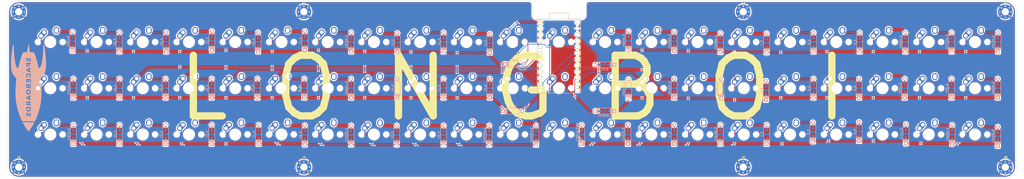
<source format=kicad_pcb>
(kicad_pcb (version 20171130) (host pcbnew "(5.0.2)-1")
  (layers (0 F.Cu signal) (31 B.Cu signal) (34 B.Paste user) (35 F.Paste user) (36 B.SilkS user) (37 F.SilkS user) (38 B.Mask user) (39 F.Mask user) (44 Edge.Cuts user))
  (net 0 "")
  (net 1 GND)
  (net 2 "Net-(D_COMMA1-Pad2)")
  (net 3 "Net-(D_9-Pad2)")
  (net 4 "Net-(D_8-Pad2)")
  (net 5 "Net-(D_7-Pad2)")
  (net 6 "Net-(D_5-Pad2)")
  (net 7 "Net-(D_6-Pad2)")
  (net 8 "Net-(D_4-Pad2)")
  (net 9 "Net-(D_3-Pad2)")
  (net 10 "Net-(D_2-Pad2)")
  (net 11 "Net-(D_1-Pad2)")
  (net 12 "Net-(U1-Pad2)")
  (net 13 "Net-(U1-Pad3)")
  (net 14 "Net-(U1-Pad4)")
  (net 15 "Net-(U1-Pad21)")
  (net 16 "Net-(U1-Pad22)")
  (net 17 "Net-(U1-Pad24)")
  (net 18 row5)
  (net 19 row4)
  (net 20 row3)
  (net 21 "Net-(D_`1-Pad2)")
  (net 22 "Net-(D_A1-Pad2)")
  (net 23 row1)
  (net 24 "Net-(D_B1-Pad2)")
  (net 25 row2)
  (net 26 "Net-(D_BKSP1-Pad2)")
  (net 27 "Net-(D_BSLSH1-Pad2)")
  (net 28 "Net-(D_C1-Pad2)")
  (net 29 "Net-(D_CBRAC1-Pad2)")
  (net 30 "Net-(D_COMMA2-Pad2)")
  (net 31 "Net-(D_CTRL1-Pad2)")
  (net 32 "Net-(D_D1-Pad2)")
  (net 33 "Net-(D_DELETE1-Pad2)")
  (net 34 "Net-(D_DOWN1-Pad2)")
  (net 35 row0)
  (net 36 "Net-(D_E1-Pad2)")
  (net 37 "Net-(D_END1-Pad2)")
  (net 38 "Net-(D_ENTER1-Pad2)")
  (net 39 "Net-(D_EQUAL1-Pad2)")
  (net 40 "Net-(D_ESC1-Pad2)")
  (net 41 "Net-(D_F1-Pad2)")
  (net 42 "Net-(D_G1-Pad2)")
  (net 43 "Net-(D_H1-Pad2)")
  (net 44 "Net-(D_HOME1-Pad2)")
  (net 45 "Net-(D_I1-Pad2)")
  (net 46 "Net-(D_J1-Pad2)")
  (net 47 "Net-(D_K1-Pad2)")
  (net 48 "Net-(D_L1-Pad2)")
  (net 49 "Net-(D_LEFT1-Pad2)")
  (net 50 "Net-(D_LOWER1-Pad2)")
  (net 51 "Net-(D_M1-Pad2)")
  (net 52 "Net-(D_MINUS1-Pad2)")
  (net 53 "Net-(D_N1-Pad2)")
  (net 54 "Net-(D_O1-Pad2)")
  (net 55 "Net-(D_OBRAC1-Pad2)")
  (net 56 "Net-(D_P1-Pad2)")
  (net 57 "Net-(D_PGDN1-Pad2)")
  (net 58 "Net-(D_PGUP1-Pad2)")
  (net 59 "Net-(D_Q1-Pad2)")
  (net 60 "Net-(D_QUOTE1-Pad2)")
  (net 61 "Net-(D_R1-Pad2)")
  (net 62 "Net-(D_RAISE1-Pad2)")
  (net 63 "Net-(D_RIGHT1-Pad2)")
  (net 64 "Net-(D_S1-Pad2)")
  (net 65 "Net-(D_SEMIC1-Pad2)")
  (net 66 "Net-(D_SHIFT1-Pad2)")
  (net 67 "Net-(D_SLASH1-Pad2)")
  (net 68 "Net-(D_SPACE1-Pad2)")
  (net 69 "Net-(D_T1-Pad2)")
  (net 70 "Net-(D_U1-Pad2)")
  (net 71 "Net-(D_UP1-Pad2)")
  (net 72 "Net-(D_V1-Pad2)")
  (net 73 "Net-(D_W1-Pad2)")
  (net 74 "Net-(D_X1-Pad2)")
  (net 75 "Net-(D_Y1-Pad2)")
  (net 76 "Net-(D_Z1-Pad2)")
  (net 77 col6)
  (net 78 col5)
  (net 79 col4)
  (net 80 col8)
  (net 81 col1)
  (net 82 col9)
  (net 83 col7)
  (net 84 col3)
  (net 85 col10)
  (net 86 col0)
  (net 87 col2)
  (module MountingHole:MountingHole_3mm_Pad_Via (layer F.Cu) (at 136.5 96.5)
    (fp_text reference J4 (at 0 -4) (layer F.SilkS))
    (fp_text value Conn_01x01_Female)
    (pad 1 thru_hole circle (at 1.59099 -1.59099) (size 0.8 0.8) (drill 0.5) (layers *.Cu *.Mask) (net 1 GND))
    (pad 1 thru_hole circle (at 0 -2.25) (size 0.8 0.8) (drill 0.5) (layers *.Cu *.Mask) (net 1 GND))
    (pad 1 thru_hole circle (at -1.59099 -1.59099) (size 0.8 0.8) (drill 0.5) (layers *.Cu *.Mask) (net 1 GND))
    (pad 1 thru_hole circle (at -2.25 0) (size 0.8 0.8) (drill 0.5) (layers *.Cu *.Mask) (net 1 GND))
    (pad 1 thru_hole circle (at -1.59099 1.59099) (size 0.8 0.8) (drill 0.5) (layers *.Cu *.Mask) (net 1 GND))
    (pad 1 thru_hole circle (at 0 2.25) (size 0.8 0.8) (drill 0.5) (layers *.Cu *.Mask) (net 1 GND))
    (pad 1 thru_hole circle (at 1.59099 1.59099) (size 0.8 0.8) (drill 0.5) (layers *.Cu *.Mask) (net 1 GND))
    (pad 1 thru_hole circle (at 2.25 0) (size 0.8 0.8) (drill 0.5) (layers *.Cu *.Mask) (net 1 GND))
    (pad 1 thru_hole circle (at 0 0) (size 6 6) (drill 3) (layers *.Cu *.Mask) (net 1 GND))
  )
  (module MountingHole:MountingHole_3mm_Pad_Via (layer F.Cu) (at 317.5 32.5)
    (fp_text reference J5 (at 0 -4) (layer F.SilkS))
    (fp_text value Conn_01x01_Female)
    (pad 1 thru_hole circle (at 0 0) (size 6 6) (drill 3) (layers *.Cu *.Mask) (net 1 GND))
    (pad 1 thru_hole circle (at 2.25 0) (size 0.8 0.8) (drill 0.5) (layers *.Cu *.Mask) (net 1 GND))
    (pad 1 thru_hole circle (at 1.59099 1.59099) (size 0.8 0.8) (drill 0.5) (layers *.Cu *.Mask) (net 1 GND))
    (pad 1 thru_hole circle (at 0 2.25) (size 0.8 0.8) (drill 0.5) (layers *.Cu *.Mask) (net 1 GND))
    (pad 1 thru_hole circle (at -1.59099 1.59099) (size 0.8 0.8) (drill 0.5) (layers *.Cu *.Mask) (net 1 GND))
    (pad 1 thru_hole circle (at -2.25 0) (size 0.8 0.8) (drill 0.5) (layers *.Cu *.Mask) (net 1 GND))
    (pad 1 thru_hole circle (at -1.59099 -1.59099) (size 0.8 0.8) (drill 0.5) (layers *.Cu *.Mask) (net 1 GND))
    (pad 1 thru_hole circle (at 0 -2.25) (size 0.8 0.8) (drill 0.5) (layers *.Cu *.Mask) (net 1 GND))
    (pad 1 thru_hole circle (at 1.59099 -1.59099) (size 0.8 0.8) (drill 0.5) (layers *.Cu *.Mask) (net 1 GND))
  )
  (module MountingHole:MountingHole_3mm_Pad_Via (layer F.Cu) (at 317.5 96.5)
    (fp_text reference J6 (at 0 -4) (layer F.SilkS))
    (fp_text value Conn_01x01_Female)
    (pad 1 thru_hole circle (at 1.59099 -1.59099) (size 0.8 0.8) (drill 0.5) (layers *.Cu *.Mask) (net 1 GND))
    (pad 1 thru_hole circle (at 0 -2.25) (size 0.8 0.8) (drill 0.5) (layers *.Cu *.Mask) (net 1 GND))
    (pad 1 thru_hole circle (at -1.59099 -1.59099) (size 0.8 0.8) (drill 0.5) (layers *.Cu *.Mask) (net 1 GND))
    (pad 1 thru_hole circle (at -2.25 0) (size 0.8 0.8) (drill 0.5) (layers *.Cu *.Mask) (net 1 GND))
    (pad 1 thru_hole circle (at -1.59099 1.59099) (size 0.8 0.8) (drill 0.5) (layers *.Cu *.Mask) (net 1 GND))
    (pad 1 thru_hole circle (at 0 2.25) (size 0.8 0.8) (drill 0.5) (layers *.Cu *.Mask) (net 1 GND))
    (pad 1 thru_hole circle (at 1.59099 1.59099) (size 0.8 0.8) (drill 0.5) (layers *.Cu *.Mask) (net 1 GND))
    (pad 1 thru_hole circle (at 2.25 0) (size 0.8 0.8) (drill 0.5) (layers *.Cu *.Mask) (net 1 GND))
    (pad 1 thru_hole circle (at 0 0) (size 6 6) (drill 3) (layers *.Cu *.Mask) (net 1 GND))
  )
  (module MountingHole:MountingHole_3mm_Pad_Via (layer F.Cu) (at 136.5 32.5)
    (fp_text reference J7 (at 0 -4) (layer F.SilkS))
    (fp_text value Conn_01x01_Female)
    (pad 1 thru_hole circle (at 0 0) (size 6 6) (drill 3) (layers *.Cu *.Mask) (net 1 GND))
    (pad 1 thru_hole circle (at 2.25 0) (size 0.8 0.8) (drill 0.5) (layers *.Cu *.Mask) (net 1 GND))
    (pad 1 thru_hole circle (at 1.59099 1.59099) (size 0.8 0.8) (drill 0.5) (layers *.Cu *.Mask) (net 1 GND))
    (pad 1 thru_hole circle (at 0 2.25) (size 0.8 0.8) (drill 0.5) (layers *.Cu *.Mask) (net 1 GND))
    (pad 1 thru_hole circle (at -1.59099 1.59099) (size 0.8 0.8) (drill 0.5) (layers *.Cu *.Mask) (net 1 GND))
    (pad 1 thru_hole circle (at -2.25 0) (size 0.8 0.8) (drill 0.5) (layers *.Cu *.Mask) (net 1 GND))
    (pad 1 thru_hole circle (at -1.59099 -1.59099) (size 0.8 0.8) (drill 0.5) (layers *.Cu *.Mask) (net 1 GND))
    (pad 1 thru_hole circle (at 0 -2.25) (size 0.8 0.8) (drill 0.5) (layers *.Cu *.Mask) (net 1 GND))
    (pad 1 thru_hole circle (at 1.59099 -1.59099) (size 0.8 0.8) (drill 0.5) (layers *.Cu *.Mask) (net 1 GND))
  )
  (module MountingHole:MountingHole_3mm_Pad_Via (layer F.Cu) (at 425.5 96.5)
    (fp_text reference J8 (at 0 -4) (layer F.SilkS))
    (fp_text value Conn_01x01_Female)
    (pad 1 thru_hole circle (at 1.59099 -1.59099) (size 0.8 0.8) (drill 0.5) (layers *.Cu *.Mask) (net 1 GND))
    (pad 1 thru_hole circle (at 0 -2.25) (size 0.8 0.8) (drill 0.5) (layers *.Cu *.Mask) (net 1 GND))
    (pad 1 thru_hole circle (at -1.59099 -1.59099) (size 0.8 0.8) (drill 0.5) (layers *.Cu *.Mask) (net 1 GND))
    (pad 1 thru_hole circle (at -2.25 0) (size 0.8 0.8) (drill 0.5) (layers *.Cu *.Mask) (net 1 GND))
    (pad 1 thru_hole circle (at -1.59099 1.59099) (size 0.8 0.8) (drill 0.5) (layers *.Cu *.Mask) (net 1 GND))
    (pad 1 thru_hole circle (at 0 2.25) (size 0.8 0.8) (drill 0.5) (layers *.Cu *.Mask) (net 1 GND))
    (pad 1 thru_hole circle (at 1.59099 1.59099) (size 0.8 0.8) (drill 0.5) (layers *.Cu *.Mask) (net 1 GND))
    (pad 1 thru_hole circle (at 2.25 0) (size 0.8 0.8) (drill 0.5) (layers *.Cu *.Mask) (net 1 GND))
    (pad 1 thru_hole circle (at 0 0) (size 6 6) (drill 3) (layers *.Cu *.Mask) (net 1 GND))
  )
  (module MountingHole:MountingHole_3mm_Pad_Via (layer F.Cu) (at 425.5 32.5)
    (fp_text reference J2 (at 0 -4) (layer F.SilkS))
    (fp_text value Conn_01x01_Female)
    (pad 1 thru_hole circle (at 0 0) (size 6 6) (drill 3) (layers *.Cu *.Mask) (net 1 GND))
    (pad 1 thru_hole circle (at 2.25 0) (size 0.8 0.8) (drill 0.5) (layers *.Cu *.Mask) (net 1 GND))
    (pad 1 thru_hole circle (at 1.59099 1.59099) (size 0.8 0.8) (drill 0.5) (layers *.Cu *.Mask) (net 1 GND))
    (pad 1 thru_hole circle (at 0 2.25) (size 0.8 0.8) (drill 0.5) (layers *.Cu *.Mask) (net 1 GND))
    (pad 1 thru_hole circle (at -1.59099 1.59099) (size 0.8 0.8) (drill 0.5) (layers *.Cu *.Mask) (net 1 GND))
    (pad 1 thru_hole circle (at -2.25 0) (size 0.8 0.8) (drill 0.5) (layers *.Cu *.Mask) (net 1 GND))
    (pad 1 thru_hole circle (at -1.59099 -1.59099) (size 0.8 0.8) (drill 0.5) (layers *.Cu *.Mask) (net 1 GND))
    (pad 1 thru_hole circle (at 0 -2.25) (size 0.8 0.8) (drill 0.5) (layers *.Cu *.Mask) (net 1 GND))
    (pad 1 thru_hole circle (at 1.59099 -1.59099) (size 0.8 0.8) (drill 0.5) (layers *.Cu *.Mask) (net 1 GND))
  )
  (module MountingHole:MountingHole_3mm_Pad_Via (layer F.Cu) (at 19 32.5)
    (fp_text reference J1 (at 0 -4) (layer F.SilkS))
    (fp_text value Conn_01x01_Female)
    (pad 1 thru_hole circle (at 1.59099 -1.59099) (size 0.8 0.8) (drill 0.5) (layers *.Cu *.Mask) (net 1 GND))
    (pad 1 thru_hole circle (at 0 -2.25) (size 0.8 0.8) (drill 0.5) (layers *.Cu *.Mask) (net 1 GND))
    (pad 1 thru_hole circle (at -1.59099 -1.59099) (size 0.8 0.8) (drill 0.5) (layers *.Cu *.Mask) (net 1 GND))
    (pad 1 thru_hole circle (at -2.25 0) (size 0.8 0.8) (drill 0.5) (layers *.Cu *.Mask) (net 1 GND))
    (pad 1 thru_hole circle (at -1.59099 1.59099) (size 0.8 0.8) (drill 0.5) (layers *.Cu *.Mask) (net 1 GND))
    (pad 1 thru_hole circle (at 0 2.25) (size 0.8 0.8) (drill 0.5) (layers *.Cu *.Mask) (net 1 GND))
    (pad 1 thru_hole circle (at 1.59099 1.59099) (size 0.8 0.8) (drill 0.5) (layers *.Cu *.Mask) (net 1 GND))
    (pad 1 thru_hole circle (at 2.25 0) (size 0.8 0.8) (drill 0.5) (layers *.Cu *.Mask) (net 1 GND))
    (pad 1 thru_hole circle (at 0 0) (size 6 6) (drill 3) (layers *.Cu *.Mask) (net 1 GND))
  )
  (module MountingHole:MountingHole_3mm_Pad_Via (layer F.Cu) (at 19 96.5)
    (fp_text reference J3 (at 0 -4) (layer F.SilkS))
    (fp_text value Conn_01x01_Female)
    (pad 1 thru_hole circle (at 0 0) (size 6 6) (drill 3) (layers *.Cu *.Mask) (net 1 GND))
    (pad 1 thru_hole circle (at 2.25 0) (size 0.8 0.8) (drill 0.5) (layers *.Cu *.Mask) (net 1 GND))
    (pad 1 thru_hole circle (at 1.59099 1.59099) (size 0.8 0.8) (drill 0.5) (layers *.Cu *.Mask) (net 1 GND))
    (pad 1 thru_hole circle (at 0 2.25) (size 0.8 0.8) (drill 0.5) (layers *.Cu *.Mask) (net 1 GND))
    (pad 1 thru_hole circle (at -1.59099 1.59099) (size 0.8 0.8) (drill 0.5) (layers *.Cu *.Mask) (net 1 GND))
    (pad 1 thru_hole circle (at -2.25 0) (size 0.8 0.8) (drill 0.5) (layers *.Cu *.Mask) (net 1 GND))
    (pad 1 thru_hole circle (at -1.59099 -1.59099) (size 0.8 0.8) (drill 0.5) (layers *.Cu *.Mask) (net 1 GND))
    (pad 1 thru_hole circle (at 0 -2.25) (size 0.8 0.8) (drill 0.5) (layers *.Cu *.Mask) (net 1 GND))
    (pad 1 thru_hole circle (at 1.59099 -1.59099) (size 0.8 0.8) (drill 0.5) (layers *.Cu *.Mask) (net 1 GND))
  )
  (module keyboard_parts:MX-1U-NoLED (layer F.Cu) (at 108.204 44.958)
    (fp_text reference K_R1)
    (fp_text value KEYSW)
    (pad "" np_thru_hole circle (at 5.08 0 48.0996) (size 1.75 1.75) (drill 1.75) (layers *.Cu *.Mask))
    (pad "" np_thru_hole circle (at -5.08 0 48.0996) (size 1.75 1.75) (drill 1.75) (layers *.Cu *.Mask))
    (pad 1 thru_hole circle (at -2.5 -4) (size 2.25 2.25) (drill 1.47) (layers *.Cu B.Mask) (net 79 col4))
    (pad "" np_thru_hole circle (at 0 0) (size 3.9878 3.9878) (drill 3.9878) (layers *.Cu *.Mask))
    (pad 1 thru_hole oval (at -3.81 -2.54 48.0996) (size 4.211556 2.25) (drill 1.47 (offset 0.980778 0)) (layers *.Cu B.Mask) (net 79 col4))
    (pad 2 thru_hole circle (at 2.54 -5.08) (size 2.25 2.25) (drill 1.47) (layers *.Cu B.Mask) (net 61 "Net-(D_R1-Pad2)"))
    (pad 2 thru_hole oval (at 2.5 -4.5 86.0548) (size 2.831378 2.25) (drill 1.47 (offset 0.290689 0)) (layers *.Cu B.Mask) (net 61 "Net-(D_R1-Pad2)"))
  )
  (module keyboard_parts:MX-1U-NoLED (layer F.Cu) (at 241.554 64.008)
    (fp_text reference K_QUOTE1)
    (fp_text value KEYSW)
    (pad 2 thru_hole oval (at 2.5 -4.5 86.0548) (size 2.831378 2.25) (drill 1.47 (offset 0.290689 0)) (layers *.Cu B.Mask) (net 60 "Net-(D_QUOTE1-Pad2)"))
    (pad 2 thru_hole circle (at 2.54 -5.08) (size 2.25 2.25) (drill 1.47) (layers *.Cu B.Mask) (net 60 "Net-(D_QUOTE1-Pad2)"))
    (pad 1 thru_hole oval (at -3.81 -2.54 48.0996) (size 4.211556 2.25) (drill 1.47 (offset 0.980778 0)) (layers *.Cu B.Mask) (net 85 col10))
    (pad "" np_thru_hole circle (at 0 0) (size 3.9878 3.9878) (drill 3.9878) (layers *.Cu *.Mask))
    (pad 1 thru_hole circle (at -2.5 -4) (size 2.25 2.25) (drill 1.47) (layers *.Cu B.Mask) (net 85 col10))
    (pad "" np_thru_hole circle (at -5.08 0 48.0996) (size 1.75 1.75) (drill 1.75) (layers *.Cu *.Mask))
    (pad "" np_thru_hole circle (at 5.08 0 48.0996) (size 1.75 1.75) (drill 1.75) (layers *.Cu *.Mask))
  )
  (module keyboard_parts:MX-1U-NoLED (layer F.Cu) (at 51.054 44.958)
    (fp_text reference K_Q1)
    (fp_text value KEYSW)
    (pad "" np_thru_hole circle (at 5.08 0 48.0996) (size 1.75 1.75) (drill 1.75) (layers *.Cu *.Mask))
    (pad "" np_thru_hole circle (at -5.08 0 48.0996) (size 1.75 1.75) (drill 1.75) (layers *.Cu *.Mask))
    (pad 1 thru_hole circle (at -2.5 -4) (size 2.25 2.25) (drill 1.47) (layers *.Cu B.Mask) (net 81 col1))
    (pad "" np_thru_hole circle (at 0 0) (size 3.9878 3.9878) (drill 3.9878) (layers *.Cu *.Mask))
    (pad 1 thru_hole oval (at -3.81 -2.54 48.0996) (size 4.211556 2.25) (drill 1.47 (offset 0.980778 0)) (layers *.Cu B.Mask) (net 81 col1))
    (pad 2 thru_hole circle (at 2.54 -5.08) (size 2.25 2.25) (drill 1.47) (layers *.Cu B.Mask) (net 59 "Net-(D_Q1-Pad2)"))
    (pad 2 thru_hole oval (at 2.5 -4.5 86.0548) (size 2.831378 2.25) (drill 1.47 (offset 0.290689 0)) (layers *.Cu B.Mask) (net 59 "Net-(D_Q1-Pad2)"))
  )
  (module keyboard_parts:MX-1U-NoLED (layer F.Cu) (at 413.004 44.958)
    (fp_text reference K_PGUP1)
    (fp_text value KEYSW)
    (pad 2 thru_hole oval (at 2.5 -4.5 86.0548) (size 2.831378 2.25) (drill 1.47 (offset 0.290689 0)) (layers *.Cu B.Mask) (net 58 "Net-(D_PGUP1-Pad2)"))
    (pad 2 thru_hole circle (at 2.54 -5.08) (size 2.25 2.25) (drill 1.47) (layers *.Cu B.Mask) (net 58 "Net-(D_PGUP1-Pad2)"))
    (pad 1 thru_hole oval (at -3.81 -2.54 48.0996) (size 4.211556 2.25) (drill 1.47 (offset 0.980778 0)) (layers *.Cu B.Mask) (net 81 col1))
    (pad "" np_thru_hole circle (at 0 0) (size 3.9878 3.9878) (drill 3.9878) (layers *.Cu *.Mask))
    (pad 1 thru_hole circle (at -2.5 -4) (size 2.25 2.25) (drill 1.47) (layers *.Cu B.Mask) (net 81 col1))
    (pad "" np_thru_hole circle (at -5.08 0 48.0996) (size 1.75 1.75) (drill 1.75) (layers *.Cu *.Mask))
    (pad "" np_thru_hole circle (at 5.08 0 48.0996) (size 1.75 1.75) (drill 1.75) (layers *.Cu *.Mask))
  )
  (module keyboard_parts:MX-1U-NoLED (layer F.Cu) (at 413.004 64.008)
    (fp_text reference K_PGDN1)
    (fp_text value KEYSW)
    (pad "" np_thru_hole circle (at 5.08 0 48.0996) (size 1.75 1.75) (drill 1.75) (layers *.Cu *.Mask))
    (pad "" np_thru_hole circle (at -5.08 0 48.0996) (size 1.75 1.75) (drill 1.75) (layers *.Cu *.Mask))
    (pad 1 thru_hole circle (at -2.5 -4) (size 2.25 2.25) (drill 1.47) (layers *.Cu B.Mask) (net 81 col1))
    (pad "" np_thru_hole circle (at 0 0) (size 3.9878 3.9878) (drill 3.9878) (layers *.Cu *.Mask))
    (pad 1 thru_hole oval (at -3.81 -2.54 48.0996) (size 4.211556 2.25) (drill 1.47 (offset 0.980778 0)) (layers *.Cu B.Mask) (net 81 col1))
    (pad 2 thru_hole circle (at 2.54 -5.08) (size 2.25 2.25) (drill 1.47) (layers *.Cu B.Mask) (net 57 "Net-(D_PGDN1-Pad2)"))
    (pad 2 thru_hole oval (at 2.5 -4.5 86.0548) (size 2.831378 2.25) (drill 1.47 (offset 0.290689 0)) (layers *.Cu B.Mask) (net 57 "Net-(D_PGDN1-Pad2)"))
  )
  (module keyboard_parts:MX-1U-NoLED (layer F.Cu) (at 241.554 44.958)
    (fp_text reference K_P1)
    (fp_text value KEYSW)
    (pad 2 thru_hole oval (at 2.5 -4.5 86.0548) (size 2.831378 2.25) (drill 1.47 (offset 0.290689 0)) (layers *.Cu B.Mask) (net 56 "Net-(D_P1-Pad2)"))
    (pad 2 thru_hole circle (at 2.54 -5.08) (size 2.25 2.25) (drill 1.47) (layers *.Cu B.Mask) (net 56 "Net-(D_P1-Pad2)"))
    (pad 1 thru_hole oval (at -3.81 -2.54 48.0996) (size 4.211556 2.25) (drill 1.47 (offset 0.980778 0)) (layers *.Cu B.Mask) (net 85 col10))
    (pad "" np_thru_hole circle (at 0 0) (size 3.9878 3.9878) (drill 3.9878) (layers *.Cu *.Mask))
    (pad 1 thru_hole circle (at -2.5 -4) (size 2.25 2.25) (drill 1.47) (layers *.Cu B.Mask) (net 85 col10))
    (pad "" np_thru_hole circle (at -5.08 0 48.0996) (size 1.75 1.75) (drill 1.75) (layers *.Cu *.Mask))
    (pad "" np_thru_hole circle (at 5.08 0 48.0996) (size 1.75 1.75) (drill 1.75) (layers *.Cu *.Mask))
  )
  (module keyboard_parts:MX-1U-NoLED (layer F.Cu) (at 298.704 44.958)
    (fp_text reference K_OBRAC1)
    (fp_text value KEYSW)
    (pad "" np_thru_hole circle (at 5.08 0 48.0996) (size 1.75 1.75) (drill 1.75) (layers *.Cu *.Mask))
    (pad "" np_thru_hole circle (at -5.08 0 48.0996) (size 1.75 1.75) (drill 1.75) (layers *.Cu *.Mask))
    (pad 1 thru_hole circle (at -2.5 -4) (size 2.25 2.25) (drill 1.47) (layers *.Cu B.Mask) (net 83 col7))
    (pad "" np_thru_hole circle (at 0 0) (size 3.9878 3.9878) (drill 3.9878) (layers *.Cu *.Mask))
    (pad 1 thru_hole oval (at -3.81 -2.54 48.0996) (size 4.211556 2.25) (drill 1.47 (offset 0.980778 0)) (layers *.Cu B.Mask) (net 83 col7))
    (pad 2 thru_hole circle (at 2.54 -5.08) (size 2.25 2.25) (drill 1.47) (layers *.Cu B.Mask) (net 55 "Net-(D_OBRAC1-Pad2)"))
    (pad 2 thru_hole oval (at 2.5 -4.5 86.0548) (size 2.831378 2.25) (drill 1.47 (offset 0.290689 0)) (layers *.Cu B.Mask) (net 55 "Net-(D_OBRAC1-Pad2)"))
  )
  (module keyboard_parts:MX-1U-NoLED (layer F.Cu) (at 222.504 44.958)
    (fp_text reference K_O1)
    (fp_text value KEYSW)
    (pad 2 thru_hole oval (at 2.5 -4.5 86.0548) (size 2.831378 2.25) (drill 1.47 (offset 0.290689 0)) (layers *.Cu B.Mask) (net 54 "Net-(D_O1-Pad2)"))
    (pad 2 thru_hole circle (at 2.54 -5.08) (size 2.25 2.25) (drill 1.47) (layers *.Cu B.Mask) (net 54 "Net-(D_O1-Pad2)"))
    (pad 1 thru_hole oval (at -3.81 -2.54 48.0996) (size 4.211556 2.25) (drill 1.47 (offset 0.980778 0)) (layers *.Cu B.Mask) (net 85 col10))
    (pad "" np_thru_hole circle (at 0 0) (size 3.9878 3.9878) (drill 3.9878) (layers *.Cu *.Mask))
    (pad 1 thru_hole circle (at -2.5 -4) (size 2.25 2.25) (drill 1.47) (layers *.Cu B.Mask) (net 85 col10))
    (pad "" np_thru_hole circle (at -5.08 0 48.0996) (size 1.75 1.75) (drill 1.75) (layers *.Cu *.Mask))
    (pad "" np_thru_hole circle (at 5.08 0 48.0996) (size 1.75 1.75) (drill 1.75) (layers *.Cu *.Mask))
  )
  (module keyboard_parts:MX-1U-NoLED (layer F.Cu) (at 165.354 83.058)
    (fp_text reference K_N1)
    (fp_text value KEYSW)
    (pad "" np_thru_hole circle (at 5.08 0 48.0996) (size 1.75 1.75) (drill 1.75) (layers *.Cu *.Mask))
    (pad "" np_thru_hole circle (at -5.08 0 48.0996) (size 1.75 1.75) (drill 1.75) (layers *.Cu *.Mask))
    (pad 1 thru_hole circle (at -2.5 -4) (size 2.25 2.25) (drill 1.47) (layers *.Cu B.Mask) (net 83 col7))
    (pad "" np_thru_hole circle (at 0 0) (size 3.9878 3.9878) (drill 3.9878) (layers *.Cu *.Mask))
    (pad 1 thru_hole oval (at -3.81 -2.54 48.0996) (size 4.211556 2.25) (drill 1.47 (offset 0.980778 0)) (layers *.Cu B.Mask) (net 83 col7))
    (pad 2 thru_hole circle (at 2.54 -5.08) (size 2.25 2.25) (drill 1.47) (layers *.Cu B.Mask) (net 53 "Net-(D_N1-Pad2)"))
    (pad 2 thru_hole oval (at 2.5 -4.5 86.0548) (size 2.831378 2.25) (drill 1.47 (offset 0.290689 0)) (layers *.Cu B.Mask) (net 53 "Net-(D_N1-Pad2)"))
  )
  (module keyboard_parts:MX-1U-NoLED (layer F.Cu) (at 279.654 64.008)
    (fp_text reference K_MINUS1)
    (fp_text value KEYSW)
    (pad 2 thru_hole oval (at 2.5 -4.5 86.0548) (size 2.831378 2.25) (drill 1.47 (offset 0.290689 0)) (layers *.Cu B.Mask) (net 52 "Net-(D_MINUS1-Pad2)"))
    (pad 2 thru_hole circle (at 2.54 -5.08) (size 2.25 2.25) (drill 1.47) (layers *.Cu B.Mask) (net 52 "Net-(D_MINUS1-Pad2)"))
    (pad 1 thru_hole oval (at -3.81 -2.54 48.0996) (size 4.211556 2.25) (drill 1.47 (offset 0.980778 0)) (layers *.Cu B.Mask) (net 80 col8))
    (pad "" np_thru_hole circle (at 0 0) (size 3.9878 3.9878) (drill 3.9878) (layers *.Cu *.Mask))
    (pad 1 thru_hole circle (at -2.5 -4) (size 2.25 2.25) (drill 1.47) (layers *.Cu B.Mask) (net 80 col8))
    (pad "" np_thru_hole circle (at -5.08 0 48.0996) (size 1.75 1.75) (drill 1.75) (layers *.Cu *.Mask))
    (pad "" np_thru_hole circle (at 5.08 0 48.0996) (size 1.75 1.75) (drill 1.75) (layers *.Cu *.Mask))
  )
  (module keyboard_parts:MX-1U-NoLED (layer F.Cu) (at 184.404 83.058)
    (fp_text reference K_M1)
    (fp_text value KEYSW)
    (pad "" np_thru_hole circle (at 5.08 0 48.0996) (size 1.75 1.75) (drill 1.75) (layers *.Cu *.Mask))
    (pad "" np_thru_hole circle (at -5.08 0 48.0996) (size 1.75 1.75) (drill 1.75) (layers *.Cu *.Mask))
    (pad 1 thru_hole circle (at -2.5 -4) (size 2.25 2.25) (drill 1.47) (layers *.Cu B.Mask) (net 80 col8))
    (pad "" np_thru_hole circle (at 0 0) (size 3.9878 3.9878) (drill 3.9878) (layers *.Cu *.Mask))
    (pad 1 thru_hole oval (at -3.81 -2.54 48.0996) (size 4.211556 2.25) (drill 1.47 (offset 0.980778 0)) (layers *.Cu B.Mask) (net 80 col8))
    (pad 2 thru_hole circle (at 2.54 -5.08) (size 2.25 2.25) (drill 1.47) (layers *.Cu B.Mask) (net 51 "Net-(D_M1-Pad2)"))
    (pad 2 thru_hole oval (at 2.5 -4.5 86.0548) (size 2.831378 2.25) (drill 1.47 (offset 0.290689 0)) (layers *.Cu B.Mask) (net 51 "Net-(D_M1-Pad2)"))
  )
  (module keyboard_parts:MX-1U-NoLED (layer F.Cu) (at 146.304 64.008)
    (fp_text reference K_LOWER1)
    (fp_text value KEYSW)
    (pad 2 thru_hole oval (at 2.5 -4.5 86.0548) (size 2.831378 2.25) (drill 1.47 (offset 0.290689 0)) (layers *.Cu B.Mask) (net 50 "Net-(D_LOWER1-Pad2)"))
    (pad 2 thru_hole circle (at 2.54 -5.08) (size 2.25 2.25) (drill 1.47) (layers *.Cu B.Mask) (net 50 "Net-(D_LOWER1-Pad2)"))
    (pad 1 thru_hole oval (at -3.81 -2.54 48.0996) (size 4.211556 2.25) (drill 1.47 (offset 0.980778 0)) (layers *.Cu B.Mask) (net 77 col6))
    (pad "" np_thru_hole circle (at 0 0) (size 3.9878 3.9878) (drill 3.9878) (layers *.Cu *.Mask))
    (pad 1 thru_hole circle (at -2.5 -4) (size 2.25 2.25) (drill 1.47) (layers *.Cu B.Mask) (net 77 col6))
    (pad "" np_thru_hole circle (at -5.08 0 48.0996) (size 1.75 1.75) (drill 1.75) (layers *.Cu *.Mask))
    (pad "" np_thru_hole circle (at 5.08 0 48.0996) (size 1.75 1.75) (drill 1.75) (layers *.Cu *.Mask))
  )
  (module keyboard_parts:MX-1U-NoLED (layer F.Cu) (at 374.904 83.058)
    (fp_text reference K_LEFT1)
    (fp_text value KEYSW)
    (pad "" np_thru_hole circle (at 5.08 0 48.0996) (size 1.75 1.75) (drill 1.75) (layers *.Cu *.Mask))
    (pad "" np_thru_hole circle (at -5.08 0 48.0996) (size 1.75 1.75) (drill 1.75) (layers *.Cu *.Mask))
    (pad 1 thru_hole circle (at -2.5 -4) (size 2.25 2.25) (drill 1.47) (layers *.Cu B.Mask) (net 84 col3))
    (pad "" np_thru_hole circle (at 0 0) (size 3.9878 3.9878) (drill 3.9878) (layers *.Cu *.Mask))
    (pad 1 thru_hole oval (at -3.81 -2.54 48.0996) (size 4.211556 2.25) (drill 1.47 (offset 0.980778 0)) (layers *.Cu B.Mask) (net 84 col3))
    (pad 2 thru_hole circle (at 2.54 -5.08) (size 2.25 2.25) (drill 1.47) (layers *.Cu B.Mask) (net 49 "Net-(D_LEFT1-Pad2)"))
    (pad 2 thru_hole oval (at 2.5 -4.5 86.0548) (size 2.831378 2.25) (drill 1.47 (offset 0.290689 0)) (layers *.Cu B.Mask) (net 49 "Net-(D_LEFT1-Pad2)"))
  )
  (module keyboard_parts:MX-1U-NoLED (layer F.Cu) (at 203.454 83.058)
    (fp_text reference K_COMMA2)
    (fp_text value KEYSW)
    (pad 2 thru_hole oval (at 2.5 -4.5 86.0548) (size 2.831378 2.25) (drill 1.47 (offset 0.290689 0)) (layers *.Cu B.Mask) (net 30 "Net-(D_COMMA2-Pad2)"))
    (pad 2 thru_hole circle (at 2.54 -5.08) (size 2.25 2.25) (drill 1.47) (layers *.Cu B.Mask) (net 30 "Net-(D_COMMA2-Pad2)"))
    (pad 1 thru_hole oval (at -3.81 -2.54 48.0996) (size 4.211556 2.25) (drill 1.47 (offset 0.980778 0)) (layers *.Cu B.Mask) (net 82 col9))
    (pad "" np_thru_hole circle (at 0 0) (size 3.9878 3.9878) (drill 3.9878) (layers *.Cu *.Mask))
    (pad 1 thru_hole circle (at -2.5 -4) (size 2.25 2.25) (drill 1.47) (layers *.Cu B.Mask) (net 82 col9))
    (pad "" np_thru_hole circle (at -5.08 0 48.0996) (size 1.75 1.75) (drill 1.75) (layers *.Cu *.Mask))
    (pad "" np_thru_hole circle (at 5.08 0 48.0996) (size 1.75 1.75) (drill 1.75) (layers *.Cu *.Mask))
  )
  (module keyboard_parts:MX-1U-NoLED (layer F.Cu) (at 146.304 44.958)
    (fp_text reference K_RAISE1)
    (fp_text value KEYSW)
    (pad "" np_thru_hole circle (at 5.08 0 48.0996) (size 1.75 1.75) (drill 1.75) (layers *.Cu *.Mask))
    (pad "" np_thru_hole circle (at -5.08 0 48.0996) (size 1.75 1.75) (drill 1.75) (layers *.Cu *.Mask))
    (pad 1 thru_hole circle (at -2.5 -4) (size 2.25 2.25) (drill 1.47) (layers *.Cu B.Mask) (net 77 col6))
    (pad "" np_thru_hole circle (at 0 0) (size 3.9878 3.9878) (drill 3.9878) (layers *.Cu *.Mask))
    (pad 1 thru_hole oval (at -3.81 -2.54 48.0996) (size 4.211556 2.25) (drill 1.47 (offset 0.980778 0)) (layers *.Cu B.Mask) (net 77 col6))
    (pad 2 thru_hole circle (at 2.54 -5.08) (size 2.25 2.25) (drill 1.47) (layers *.Cu B.Mask) (net 62 "Net-(D_RAISE1-Pad2)"))
    (pad 2 thru_hole oval (at 2.5 -4.5 86.0548) (size 2.831378 2.25) (drill 1.47 (offset 0.290689 0)) (layers *.Cu B.Mask) (net 62 "Net-(D_RAISE1-Pad2)"))
  )
  (module keyboard_parts:MX-1U-NoLED (layer F.Cu) (at 51.054 83.058)
    (fp_text reference K_Z1)
    (fp_text value KEYSW)
    (pad 2 thru_hole oval (at 2.5 -4.5 86.0548) (size 2.831378 2.25) (drill 1.47 (offset 0.290689 0)) (layers *.Cu B.Mask) (net 76 "Net-(D_Z1-Pad2)"))
    (pad 2 thru_hole circle (at 2.54 -5.08) (size 2.25 2.25) (drill 1.47) (layers *.Cu B.Mask) (net 76 "Net-(D_Z1-Pad2)"))
    (pad 1 thru_hole oval (at -3.81 -2.54 48.0996) (size 4.211556 2.25) (drill 1.47 (offset 0.980778 0)) (layers *.Cu B.Mask) (net 81 col1))
    (pad "" np_thru_hole circle (at 0 0) (size 3.9878 3.9878) (drill 3.9878) (layers *.Cu *.Mask))
    (pad 1 thru_hole circle (at -2.5 -4) (size 2.25 2.25) (drill 1.47) (layers *.Cu B.Mask) (net 81 col1))
    (pad "" np_thru_hole circle (at -5.08 0 48.0996) (size 1.75 1.75) (drill 1.75) (layers *.Cu *.Mask))
    (pad "" np_thru_hole circle (at 5.08 0 48.0996) (size 1.75 1.75) (drill 1.75) (layers *.Cu *.Mask))
  )
  (module keyboard_parts:MX-1U-NoLED (layer F.Cu) (at 165.354 44.958)
    (fp_text reference K_Y1)
    (fp_text value KEYSW)
    (pad "" np_thru_hole circle (at 5.08 0 48.0996) (size 1.75 1.75) (drill 1.75) (layers *.Cu *.Mask))
    (pad "" np_thru_hole circle (at -5.08 0 48.0996) (size 1.75 1.75) (drill 1.75) (layers *.Cu *.Mask))
    (pad 1 thru_hole circle (at -2.5 -4) (size 2.25 2.25) (drill 1.47) (layers *.Cu B.Mask) (net 83 col7))
    (pad "" np_thru_hole circle (at 0 0) (size 3.9878 3.9878) (drill 3.9878) (layers *.Cu *.Mask))
    (pad 1 thru_hole oval (at -3.81 -2.54 48.0996) (size 4.211556 2.25) (drill 1.47 (offset 0.980778 0)) (layers *.Cu B.Mask) (net 83 col7))
    (pad 2 thru_hole circle (at 2.54 -5.08) (size 2.25 2.25) (drill 1.47) (layers *.Cu B.Mask) (net 75 "Net-(D_Y1-Pad2)"))
    (pad 2 thru_hole oval (at 2.5 -4.5 86.0548) (size 2.831378 2.25) (drill 1.47 (offset 0.290689 0)) (layers *.Cu B.Mask) (net 75 "Net-(D_Y1-Pad2)"))
  )
  (module keyboard_parts:MX-1U-NoLED (layer F.Cu) (at 70.104 83.058)
    (fp_text reference K_X1)
    (fp_text value KEYSW)
    (pad 2 thru_hole oval (at 2.5 -4.5 86.0548) (size 2.831378 2.25) (drill 1.47 (offset 0.290689 0)) (layers *.Cu B.Mask) (net 74 "Net-(D_X1-Pad2)"))
    (pad 2 thru_hole circle (at 2.54 -5.08) (size 2.25 2.25) (drill 1.47) (layers *.Cu B.Mask) (net 74 "Net-(D_X1-Pad2)"))
    (pad 1 thru_hole oval (at -3.81 -2.54 48.0996) (size 4.211556 2.25) (drill 1.47 (offset 0.980778 0)) (layers *.Cu B.Mask) (net 87 col2))
    (pad "" np_thru_hole circle (at 0 0) (size 3.9878 3.9878) (drill 3.9878) (layers *.Cu *.Mask))
    (pad 1 thru_hole circle (at -2.5 -4) (size 2.25 2.25) (drill 1.47) (layers *.Cu B.Mask) (net 87 col2))
    (pad "" np_thru_hole circle (at -5.08 0 48.0996) (size 1.75 1.75) (drill 1.75) (layers *.Cu *.Mask))
    (pad "" np_thru_hole circle (at 5.08 0 48.0996) (size 1.75 1.75) (drill 1.75) (layers *.Cu *.Mask))
  )
  (module keyboard_parts:MX-1U-NoLED (layer F.Cu) (at 70.104 44.958)
    (fp_text reference K_W1)
    (fp_text value KEYSW)
    (pad "" np_thru_hole circle (at 5.08 0 48.0996) (size 1.75 1.75) (drill 1.75) (layers *.Cu *.Mask))
    (pad "" np_thru_hole circle (at -5.08 0 48.0996) (size 1.75 1.75) (drill 1.75) (layers *.Cu *.Mask))
    (pad 1 thru_hole circle (at -2.5 -4) (size 2.25 2.25) (drill 1.47) (layers *.Cu B.Mask) (net 87 col2))
    (pad "" np_thru_hole circle (at 0 0) (size 3.9878 3.9878) (drill 3.9878) (layers *.Cu *.Mask))
    (pad 1 thru_hole oval (at -3.81 -2.54 48.0996) (size 4.211556 2.25) (drill 1.47 (offset 0.980778 0)) (layers *.Cu B.Mask) (net 87 col2))
    (pad 2 thru_hole circle (at 2.54 -5.08) (size 2.25 2.25) (drill 1.47) (layers *.Cu B.Mask) (net 73 "Net-(D_W1-Pad2)"))
    (pad 2 thru_hole oval (at 2.5 -4.5 86.0548) (size 2.831378 2.25) (drill 1.47 (offset 0.290689 0)) (layers *.Cu B.Mask) (net 73 "Net-(D_W1-Pad2)"))
  )
  (module keyboard_parts:MX-1U-NoLED (layer F.Cu) (at 108.204 83.058)
    (fp_text reference K_V1)
    (fp_text value KEYSW)
    (pad 2 thru_hole oval (at 2.5 -4.5 86.0548) (size 2.831378 2.25) (drill 1.47 (offset 0.290689 0)) (layers *.Cu B.Mask) (net 72 "Net-(D_V1-Pad2)"))
    (pad 2 thru_hole circle (at 2.54 -5.08) (size 2.25 2.25) (drill 1.47) (layers *.Cu B.Mask) (net 72 "Net-(D_V1-Pad2)"))
    (pad 1 thru_hole oval (at -3.81 -2.54 48.0996) (size 4.211556 2.25) (drill 1.47 (offset 0.980778 0)) (layers *.Cu B.Mask) (net 79 col4))
    (pad "" np_thru_hole circle (at 0 0) (size 3.9878 3.9878) (drill 3.9878) (layers *.Cu *.Mask))
    (pad 1 thru_hole circle (at -2.5 -4) (size 2.25 2.25) (drill 1.47) (layers *.Cu B.Mask) (net 79 col4))
    (pad "" np_thru_hole circle (at -5.08 0 48.0996) (size 1.75 1.75) (drill 1.75) (layers *.Cu *.Mask))
    (pad "" np_thru_hole circle (at 5.08 0 48.0996) (size 1.75 1.75) (drill 1.75) (layers *.Cu *.Mask))
  )
  (module keyboard_parts:MX-1U-NoLED (layer F.Cu) (at 393.954 64.008)
    (fp_text reference K_UP1)
    (fp_text value KEYSW)
    (pad "" np_thru_hole circle (at 5.08 0 48.0996) (size 1.75 1.75) (drill 1.75) (layers *.Cu *.Mask))
    (pad "" np_thru_hole circle (at -5.08 0 48.0996) (size 1.75 1.75) (drill 1.75) (layers *.Cu *.Mask))
    (pad 1 thru_hole circle (at -2.5 -4) (size 2.25 2.25) (drill 1.47) (layers *.Cu B.Mask) (net 87 col2))
    (pad "" np_thru_hole circle (at 0 0) (size 3.9878 3.9878) (drill 3.9878) (layers *.Cu *.Mask))
    (pad 1 thru_hole oval (at -3.81 -2.54 48.0996) (size 4.211556 2.25) (drill 1.47 (offset 0.980778 0)) (layers *.Cu B.Mask) (net 87 col2))
    (pad 2 thru_hole circle (at 2.54 -5.08) (size 2.25 2.25) (drill 1.47) (layers *.Cu B.Mask) (net 71 "Net-(D_UP1-Pad2)"))
    (pad 2 thru_hole oval (at 2.5 -4.5 86.0548) (size 2.831378 2.25) (drill 1.47 (offset 0.290689 0)) (layers *.Cu B.Mask) (net 71 "Net-(D_UP1-Pad2)"))
  )
  (module keyboard_parts:MX-1U-NoLED (layer F.Cu) (at 184.404 44.958)
    (fp_text reference K_U1)
    (fp_text value KEYSW)
    (pad 2 thru_hole oval (at 2.5 -4.5 86.0548) (size 2.831378 2.25) (drill 1.47 (offset 0.290689 0)) (layers *.Cu B.Mask) (net 70 "Net-(D_U1-Pad2)"))
    (pad 2 thru_hole circle (at 2.54 -5.08) (size 2.25 2.25) (drill 1.47) (layers *.Cu B.Mask) (net 70 "Net-(D_U1-Pad2)"))
    (pad 1 thru_hole oval (at -3.81 -2.54 48.0996) (size 4.211556 2.25) (drill 1.47 (offset 0.980778 0)) (layers *.Cu B.Mask) (net 80 col8))
    (pad "" np_thru_hole circle (at 0 0) (size 3.9878 3.9878) (drill 3.9878) (layers *.Cu *.Mask))
    (pad 1 thru_hole circle (at -2.5 -4) (size 2.25 2.25) (drill 1.47) (layers *.Cu B.Mask) (net 80 col8))
    (pad "" np_thru_hole circle (at -5.08 0 48.0996) (size 1.75 1.75) (drill 1.75) (layers *.Cu *.Mask))
    (pad "" np_thru_hole circle (at 5.08 0 48.0996) (size 1.75 1.75) (drill 1.75) (layers *.Cu *.Mask))
  )
  (module keyboard_parts:MX-1U-NoLED (layer F.Cu) (at 127.254 44.958)
    (fp_text reference K_T1)
    (fp_text value KEYSW)
    (pad "" np_thru_hole circle (at 5.08 0 48.0996) (size 1.75 1.75) (drill 1.75) (layers *.Cu *.Mask))
    (pad "" np_thru_hole circle (at -5.08 0 48.0996) (size 1.75 1.75) (drill 1.75) (layers *.Cu *.Mask))
    (pad 1 thru_hole circle (at -2.5 -4) (size 2.25 2.25) (drill 1.47) (layers *.Cu B.Mask) (net 78 col5))
    (pad "" np_thru_hole circle (at 0 0) (size 3.9878 3.9878) (drill 3.9878) (layers *.Cu *.Mask))
    (pad 1 thru_hole oval (at -3.81 -2.54 48.0996) (size 4.211556 2.25) (drill 1.47 (offset 0.980778 0)) (layers *.Cu B.Mask) (net 78 col5))
    (pad 2 thru_hole circle (at 2.54 -5.08) (size 2.25 2.25) (drill 1.47) (layers *.Cu B.Mask) (net 69 "Net-(D_T1-Pad2)"))
    (pad 2 thru_hole oval (at 2.5 -4.5 86.0548) (size 2.831378 2.25) (drill 1.47 (offset 0.290689 0)) (layers *.Cu B.Mask) (net 69 "Net-(D_T1-Pad2)"))
  )
  (module keyboard_parts:MX-1U-NoLED (layer F.Cu) (at 146.304 83.058)
    (fp_text reference K_SPACE1)
    (fp_text value KEYSW)
    (pad 2 thru_hole oval (at 2.5 -4.5 86.0548) (size 2.831378 2.25) (drill 1.47 (offset 0.290689 0)) (layers *.Cu B.Mask) (net 68 "Net-(D_SPACE1-Pad2)"))
    (pad 2 thru_hole circle (at 2.54 -5.08) (size 2.25 2.25) (drill 1.47) (layers *.Cu B.Mask) (net 68 "Net-(D_SPACE1-Pad2)"))
    (pad 1 thru_hole oval (at -3.81 -2.54 48.0996) (size 4.211556 2.25) (drill 1.47 (offset 0.980778 0)) (layers *.Cu B.Mask) (net 77 col6))
    (pad "" np_thru_hole circle (at 0 0) (size 3.9878 3.9878) (drill 3.9878) (layers *.Cu *.Mask))
    (pad 1 thru_hole circle (at -2.5 -4) (size 2.25 2.25) (drill 1.47) (layers *.Cu B.Mask) (net 77 col6))
    (pad "" np_thru_hole circle (at -5.08 0 48.0996) (size 1.75 1.75) (drill 1.75) (layers *.Cu *.Mask))
    (pad "" np_thru_hole circle (at 5.08 0 48.0996) (size 1.75 1.75) (drill 1.75) (layers *.Cu *.Mask))
  )
  (module keyboard_parts:MX-1U-NoLED (layer F.Cu) (at 241.554 83.058)
    (fp_text reference K_SLASH1)
    (fp_text value KEYSW)
    (pad "" np_thru_hole circle (at 5.08 0 48.0996) (size 1.75 1.75) (drill 1.75) (layers *.Cu *.Mask))
    (pad "" np_thru_hole circle (at -5.08 0 48.0996) (size 1.75 1.75) (drill 1.75) (layers *.Cu *.Mask))
    (pad 1 thru_hole circle (at -2.5 -4) (size 2.25 2.25) (drill 1.47) (layers *.Cu B.Mask) (net 85 col10))
    (pad "" np_thru_hole circle (at 0 0) (size 3.9878 3.9878) (drill 3.9878) (layers *.Cu *.Mask))
    (pad 1 thru_hole oval (at -3.81 -2.54 48.0996) (size 4.211556 2.25) (drill 1.47 (offset 0.980778 0)) (layers *.Cu B.Mask) (net 85 col10))
    (pad 2 thru_hole circle (at 2.54 -5.08) (size 2.25 2.25) (drill 1.47) (layers *.Cu B.Mask) (net 67 "Net-(D_SLASH1-Pad2)"))
    (pad 2 thru_hole oval (at 2.5 -4.5 86.0548) (size 2.831378 2.25) (drill 1.47 (offset 0.290689 0)) (layers *.Cu B.Mask) (net 67 "Net-(D_SLASH1-Pad2)"))
  )
  (module keyboard_parts:MX-1U-NoLED (layer F.Cu) (at 32.004 64.008)
    (fp_text reference K_SHIFT1)
    (fp_text value KEYSW)
    (pad 2 thru_hole oval (at 2.5 -4.5 86.0548) (size 2.831378 2.25) (drill 1.47 (offset 0.290689 0)) (layers *.Cu B.Mask) (net 66 "Net-(D_SHIFT1-Pad2)"))
    (pad 2 thru_hole circle (at 2.54 -5.08) (size 2.25 2.25) (drill 1.47) (layers *.Cu B.Mask) (net 66 "Net-(D_SHIFT1-Pad2)"))
    (pad 1 thru_hole oval (at -3.81 -2.54 48.0996) (size 4.211556 2.25) (drill 1.47 (offset 0.980778 0)) (layers *.Cu B.Mask) (net 86 col0))
    (pad "" np_thru_hole circle (at 0 0) (size 3.9878 3.9878) (drill 3.9878) (layers *.Cu *.Mask))
    (pad 1 thru_hole circle (at -2.5 -4) (size 2.25 2.25) (drill 1.47) (layers *.Cu B.Mask) (net 86 col0))
    (pad "" np_thru_hole circle (at -5.08 0 48.0996) (size 1.75 1.75) (drill 1.75) (layers *.Cu *.Mask))
    (pad "" np_thru_hole circle (at 5.08 0 48.0996) (size 1.75 1.75) (drill 1.75) (layers *.Cu *.Mask))
  )
  (module keyboard_parts:MX-1U-NoLED (layer F.Cu) (at 260.604 83.058)
    (fp_text reference K_SEMIC1)
    (fp_text value KEYSW)
    (pad "" np_thru_hole circle (at 5.08 0 48.0996) (size 1.75 1.75) (drill 1.75) (layers *.Cu *.Mask))
    (pad "" np_thru_hole circle (at -5.08 0 48.0996) (size 1.75 1.75) (drill 1.75) (layers *.Cu *.Mask))
    (pad 1 thru_hole circle (at -2.5 -4) (size 2.25 2.25) (drill 1.47) (layers *.Cu B.Mask) (net 82 col9))
    (pad "" np_thru_hole circle (at 0 0) (size 3.9878 3.9878) (drill 3.9878) (layers *.Cu *.Mask))
    (pad 1 thru_hole oval (at -3.81 -2.54 48.0996) (size 4.211556 2.25) (drill 1.47 (offset 0.980778 0)) (layers *.Cu B.Mask) (net 82 col9))
    (pad 2 thru_hole circle (at 2.54 -5.08) (size 2.25 2.25) (drill 1.47) (layers *.Cu B.Mask) (net 65 "Net-(D_SEMIC1-Pad2)"))
    (pad 2 thru_hole oval (at 2.5 -4.5 86.0548) (size 2.831378 2.25) (drill 1.47 (offset 0.290689 0)) (layers *.Cu B.Mask) (net 65 "Net-(D_SEMIC1-Pad2)"))
  )
  (module keyboard_parts:MX-1U-NoLED (layer F.Cu) (at 70.104 64.008)
    (fp_text reference K_S1)
    (fp_text value KEYSW)
    (pad 2 thru_hole oval (at 2.5 -4.5 86.0548) (size 2.831378 2.25) (drill 1.47 (offset 0.290689 0)) (layers *.Cu B.Mask) (net 64 "Net-(D_S1-Pad2)"))
    (pad 2 thru_hole circle (at 2.54 -5.08) (size 2.25 2.25) (drill 1.47) (layers *.Cu B.Mask) (net 64 "Net-(D_S1-Pad2)"))
    (pad 1 thru_hole oval (at -3.81 -2.54 48.0996) (size 4.211556 2.25) (drill 1.47 (offset 0.980778 0)) (layers *.Cu B.Mask) (net 87 col2))
    (pad "" np_thru_hole circle (at 0 0) (size 3.9878 3.9878) (drill 3.9878) (layers *.Cu *.Mask))
    (pad 1 thru_hole circle (at -2.5 -4) (size 2.25 2.25) (drill 1.47) (layers *.Cu B.Mask) (net 87 col2))
    (pad "" np_thru_hole circle (at -5.08 0 48.0996) (size 1.75 1.75) (drill 1.75) (layers *.Cu *.Mask))
    (pad "" np_thru_hole circle (at 5.08 0 48.0996) (size 1.75 1.75) (drill 1.75) (layers *.Cu *.Mask))
  )
  (module keyboard_parts:MX-1U-NoLED (layer F.Cu) (at 203.454 64.008)
    (fp_text reference K_K1)
    (fp_text value KEYSW)
    (pad "" np_thru_hole circle (at 5.08 0 48.0996) (size 1.75 1.75) (drill 1.75) (layers *.Cu *.Mask))
    (pad "" np_thru_hole circle (at -5.08 0 48.0996) (size 1.75 1.75) (drill 1.75) (layers *.Cu *.Mask))
    (pad 1 thru_hole circle (at -2.5 -4) (size 2.25 2.25) (drill 1.47) (layers *.Cu B.Mask) (net 82 col9))
    (pad "" np_thru_hole circle (at 0 0) (size 3.9878 3.9878) (drill 3.9878) (layers *.Cu *.Mask))
    (pad 1 thru_hole oval (at -3.81 -2.54 48.0996) (size 4.211556 2.25) (drill 1.47 (offset 0.980778 0)) (layers *.Cu B.Mask) (net 82 col9))
    (pad 2 thru_hole circle (at 2.54 -5.08) (size 2.25 2.25) (drill 1.47) (layers *.Cu B.Mask) (net 47 "Net-(D_K1-Pad2)"))
    (pad 2 thru_hole oval (at 2.5 -4.5 86.0548) (size 2.831378 2.25) (drill 1.47 (offset 0.290689 0)) (layers *.Cu B.Mask) (net 47 "Net-(D_K1-Pad2)"))
  )
  (module keyboard_parts:MX-1U-NoLED (layer F.Cu) (at 184.404 64.008)
    (fp_text reference K_J1)
    (fp_text value KEYSW)
    (pad 2 thru_hole oval (at 2.5 -4.5 86.0548) (size 2.831378 2.25) (drill 1.47 (offset 0.290689 0)) (layers *.Cu B.Mask) (net 46 "Net-(D_J1-Pad2)"))
    (pad 2 thru_hole circle (at 2.54 -5.08) (size 2.25 2.25) (drill 1.47) (layers *.Cu B.Mask) (net 46 "Net-(D_J1-Pad2)"))
    (pad 1 thru_hole oval (at -3.81 -2.54 48.0996) (size 4.211556 2.25) (drill 1.47 (offset 0.980778 0)) (layers *.Cu B.Mask) (net 80 col8))
    (pad "" np_thru_hole circle (at 0 0) (size 3.9878 3.9878) (drill 3.9878) (layers *.Cu *.Mask))
    (pad 1 thru_hole circle (at -2.5 -4) (size 2.25 2.25) (drill 1.47) (layers *.Cu B.Mask) (net 80 col8))
    (pad "" np_thru_hole circle (at -5.08 0 48.0996) (size 1.75 1.75) (drill 1.75) (layers *.Cu *.Mask))
    (pad "" np_thru_hole circle (at 5.08 0 48.0996) (size 1.75 1.75) (drill 1.75) (layers *.Cu *.Mask))
  )
  (module keyboard_parts:MX-1U-NoLED (layer F.Cu) (at 222.504 64.008)
    (fp_text reference K_L1)
    (fp_text value KEYSW)
    (pad "" np_thru_hole circle (at 5.08 0 48.0996) (size 1.75 1.75) (drill 1.75) (layers *.Cu *.Mask))
    (pad "" np_thru_hole circle (at -5.08 0 48.0996) (size 1.75 1.75) (drill 1.75) (layers *.Cu *.Mask))
    (pad 1 thru_hole circle (at -2.5 -4) (size 2.25 2.25) (drill 1.47) (layers *.Cu B.Mask) (net 85 col10))
    (pad "" np_thru_hole circle (at 0 0) (size 3.9878 3.9878) (drill 3.9878) (layers *.Cu *.Mask))
    (pad 1 thru_hole oval (at -3.81 -2.54 48.0996) (size 4.211556 2.25) (drill 1.47 (offset 0.980778 0)) (layers *.Cu B.Mask) (net 85 col10))
    (pad 2 thru_hole circle (at 2.54 -5.08) (size 2.25 2.25) (drill 1.47) (layers *.Cu B.Mask) (net 48 "Net-(D_L1-Pad2)"))
    (pad 2 thru_hole oval (at 2.5 -4.5 86.0548) (size 2.831378 2.25) (drill 1.47 (offset 0.290689 0)) (layers *.Cu B.Mask) (net 48 "Net-(D_L1-Pad2)"))
  )
  (module keyboard_parts:MX-1U-NoLED (layer F.Cu) (at 279.654 44.958)
    (fp_text reference K_CBRAC1)
    (fp_text value KEYSW)
    (pad 2 thru_hole oval (at 2.5 -4.5 86.0548) (size 2.831378 2.25) (drill 1.47 (offset 0.290689 0)) (layers *.Cu B.Mask) (net 29 "Net-(D_CBRAC1-Pad2)"))
    (pad 2 thru_hole circle (at 2.54 -5.08) (size 2.25 2.25) (drill 1.47) (layers *.Cu B.Mask) (net 29 "Net-(D_CBRAC1-Pad2)"))
    (pad 1 thru_hole oval (at -3.81 -2.54 48.0996) (size 4.211556 2.25) (drill 1.47 (offset 0.980778 0)) (layers *.Cu B.Mask) (net 80 col8))
    (pad "" np_thru_hole circle (at 0 0) (size 3.9878 3.9878) (drill 3.9878) (layers *.Cu *.Mask))
    (pad 1 thru_hole circle (at -2.5 -4) (size 2.25 2.25) (drill 1.47) (layers *.Cu B.Mask) (net 80 col8))
    (pad "" np_thru_hole circle (at -5.08 0 48.0996) (size 1.75 1.75) (drill 1.75) (layers *.Cu *.Mask))
    (pad "" np_thru_hole circle (at 5.08 0 48.0996) (size 1.75 1.75) (drill 1.75) (layers *.Cu *.Mask))
  )
  (module keyboard_parts:MX-1U-NoLED (layer F.Cu) (at 89.154 83.058)
    (fp_text reference K_C1)
    (fp_text value KEYSW)
    (pad "" np_thru_hole circle (at 5.08 0 48.0996) (size 1.75 1.75) (drill 1.75) (layers *.Cu *.Mask))
    (pad "" np_thru_hole circle (at -5.08 0 48.0996) (size 1.75 1.75) (drill 1.75) (layers *.Cu *.Mask))
    (pad 1 thru_hole circle (at -2.5 -4) (size 2.25 2.25) (drill 1.47) (layers *.Cu B.Mask) (net 84 col3))
    (pad "" np_thru_hole circle (at 0 0) (size 3.9878 3.9878) (drill 3.9878) (layers *.Cu *.Mask))
    (pad 1 thru_hole oval (at -3.81 -2.54 48.0996) (size 4.211556 2.25) (drill 1.47 (offset 0.980778 0)) (layers *.Cu B.Mask) (net 84 col3))
    (pad 2 thru_hole circle (at 2.54 -5.08) (size 2.25 2.25) (drill 1.47) (layers *.Cu B.Mask) (net 28 "Net-(D_C1-Pad2)"))
    (pad 2 thru_hole oval (at 2.5 -4.5 86.0548) (size 2.831378 2.25) (drill 1.47 (offset 0.290689 0)) (layers *.Cu B.Mask) (net 28 "Net-(D_C1-Pad2)"))
  )
  (module keyboard_parts:MX-1U-NoLED (layer F.Cu) (at 298.704 83.058)
    (fp_text reference K_BSLSH1)
    (fp_text value KEYSW)
    (pad 2 thru_hole oval (at 2.5 -4.5 86.0548) (size 2.831378 2.25) (drill 1.47 (offset 0.290689 0)) (layers *.Cu B.Mask) (net 27 "Net-(D_BSLSH1-Pad2)"))
    (pad 2 thru_hole circle (at 2.54 -5.08) (size 2.25 2.25) (drill 1.47) (layers *.Cu B.Mask) (net 27 "Net-(D_BSLSH1-Pad2)"))
    (pad 1 thru_hole oval (at -3.81 -2.54 48.0996) (size 4.211556 2.25) (drill 1.47 (offset 0.980778 0)) (layers *.Cu B.Mask) (net 83 col7))
    (pad "" np_thru_hole circle (at 0 0) (size 3.9878 3.9878) (drill 3.9878) (layers *.Cu *.Mask))
    (pad 1 thru_hole circle (at -2.5 -4) (size 2.25 2.25) (drill 1.47) (layers *.Cu B.Mask) (net 83 col7))
    (pad "" np_thru_hole circle (at -5.08 0 48.0996) (size 1.75 1.75) (drill 1.75) (layers *.Cu *.Mask))
    (pad "" np_thru_hole circle (at 5.08 0 48.0996) (size 1.75 1.75) (drill 1.75) (layers *.Cu *.Mask))
  )
  (module keyboard_parts:MX-1U-NoLED (layer F.Cu) (at 260.604 44.958)
    (fp_text reference K_BKSP1)
    (fp_text value KEYSW)
    (pad "" np_thru_hole circle (at 5.08 0 48.0996) (size 1.75 1.75) (drill 1.75) (layers *.Cu *.Mask))
    (pad "" np_thru_hole circle (at -5.08 0 48.0996) (size 1.75 1.75) (drill 1.75) (layers *.Cu *.Mask))
    (pad 1 thru_hole circle (at -2.5 -4) (size 2.25 2.25) (drill 1.47) (layers *.Cu B.Mask) (net 82 col9))
    (pad "" np_thru_hole circle (at 0 0) (size 3.9878 3.9878) (drill 3.9878) (layers *.Cu *.Mask))
    (pad 1 thru_hole oval (at -3.81 -2.54 48.0996) (size 4.211556 2.25) (drill 1.47 (offset 0.980778 0)) (layers *.Cu B.Mask) (net 82 col9))
    (pad 2 thru_hole circle (at 2.54 -5.08) (size 2.25 2.25) (drill 1.47) (layers *.Cu B.Mask) (net 26 "Net-(D_BKSP1-Pad2)"))
    (pad 2 thru_hole oval (at 2.5 -4.5 86.0548) (size 2.831378 2.25) (drill 1.47 (offset 0.290689 0)) (layers *.Cu B.Mask) (net 26 "Net-(D_BKSP1-Pad2)"))
  )
  (module keyboard_parts:MX-1U-NoLED (layer F.Cu) (at 127.254 83.058)
    (fp_text reference K_B1)
    (fp_text value KEYSW)
    (pad 2 thru_hole oval (at 2.5 -4.5 86.0548) (size 2.831378 2.25) (drill 1.47 (offset 0.290689 0)) (layers *.Cu B.Mask) (net 24 "Net-(D_B1-Pad2)"))
    (pad 2 thru_hole circle (at 2.54 -5.08) (size 2.25 2.25) (drill 1.47) (layers *.Cu B.Mask) (net 24 "Net-(D_B1-Pad2)"))
    (pad 1 thru_hole oval (at -3.81 -2.54 48.0996) (size 4.211556 2.25) (drill 1.47 (offset 0.980778 0)) (layers *.Cu B.Mask) (net 78 col5))
    (pad "" np_thru_hole circle (at 0 0) (size 3.9878 3.9878) (drill 3.9878) (layers *.Cu *.Mask))
    (pad 1 thru_hole circle (at -2.5 -4) (size 2.25 2.25) (drill 1.47) (layers *.Cu B.Mask) (net 78 col5))
    (pad "" np_thru_hole circle (at -5.08 0 48.0996) (size 1.75 1.75) (drill 1.75) (layers *.Cu *.Mask))
    (pad "" np_thru_hole circle (at 5.08 0 48.0996) (size 1.75 1.75) (drill 1.75) (layers *.Cu *.Mask))
  )
  (module keyboard_parts:MX-1U-NoLED (layer F.Cu) (at 51.054 64.008)
    (fp_text reference K_A1)
    (fp_text value KEYSW)
    (pad "" np_thru_hole circle (at 5.08 0 48.0996) (size 1.75 1.75) (drill 1.75) (layers *.Cu *.Mask))
    (pad "" np_thru_hole circle (at -5.08 0 48.0996) (size 1.75 1.75) (drill 1.75) (layers *.Cu *.Mask))
    (pad 1 thru_hole circle (at -2.5 -4) (size 2.25 2.25) (drill 1.47) (layers *.Cu B.Mask) (net 81 col1))
    (pad "" np_thru_hole circle (at 0 0) (size 3.9878 3.9878) (drill 3.9878) (layers *.Cu *.Mask))
    (pad 1 thru_hole oval (at -3.81 -2.54 48.0996) (size 4.211556 2.25) (drill 1.47 (offset 0.980778 0)) (layers *.Cu B.Mask) (net 81 col1))
    (pad 2 thru_hole circle (at 2.54 -5.08) (size 2.25 2.25) (drill 1.47) (layers *.Cu B.Mask) (net 22 "Net-(D_A1-Pad2)"))
    (pad 2 thru_hole oval (at 2.5 -4.5 86.0548) (size 2.831378 2.25) (drill 1.47 (offset 0.290689 0)) (layers *.Cu B.Mask) (net 22 "Net-(D_A1-Pad2)"))
  )
  (module keyboard_parts:MX-1U-NoLED (layer F.Cu) (at 279.654 83.058)
    (fp_text reference K_`1)
    (fp_text value KEYSW)
    (pad 2 thru_hole oval (at 2.5 -4.5 86.0548) (size 2.831378 2.25) (drill 1.47 (offset 0.290689 0)) (layers *.Cu B.Mask) (net 21 "Net-(D_`1-Pad2)"))
    (pad 2 thru_hole circle (at 2.54 -5.08) (size 2.25 2.25) (drill 1.47) (layers *.Cu B.Mask) (net 21 "Net-(D_`1-Pad2)"))
    (pad 1 thru_hole oval (at -3.81 -2.54 48.0996) (size 4.211556 2.25) (drill 1.47 (offset 0.980778 0)) (layers *.Cu B.Mask) (net 80 col8))
    (pad "" np_thru_hole circle (at 0 0) (size 3.9878 3.9878) (drill 3.9878) (layers *.Cu *.Mask))
    (pad 1 thru_hole circle (at -2.5 -4) (size 2.25 2.25) (drill 1.47) (layers *.Cu B.Mask) (net 80 col8))
    (pad "" np_thru_hole circle (at -5.08 0 48.0996) (size 1.75 1.75) (drill 1.75) (layers *.Cu *.Mask))
    (pad "" np_thru_hole circle (at 5.08 0 48.0996) (size 1.75 1.75) (drill 1.75) (layers *.Cu *.Mask))
  )
  (module keyboard_parts:MX-1U-NoLED (layer F.Cu) (at 355.854 44.958)
    (fp_text reference K_9)
    (fp_text value KEYSW)
    (pad "" np_thru_hole circle (at 5.08 0 48.0996) (size 1.75 1.75) (drill 1.75) (layers *.Cu *.Mask))
    (pad "" np_thru_hole circle (at -5.08 0 48.0996) (size 1.75 1.75) (drill 1.75) (layers *.Cu *.Mask))
    (pad 1 thru_hole circle (at -2.5 -4) (size 2.25 2.25) (drill 1.47) (layers *.Cu B.Mask) (net 79 col4))
    (pad "" np_thru_hole circle (at 0 0) (size 3.9878 3.9878) (drill 3.9878) (layers *.Cu *.Mask))
    (pad 1 thru_hole oval (at -3.81 -2.54 48.0996) (size 4.211556 2.25) (drill 1.47 (offset 0.980778 0)) (layers *.Cu B.Mask) (net 79 col4))
    (pad 2 thru_hole circle (at 2.54 -5.08) (size 2.25 2.25) (drill 1.47) (layers *.Cu B.Mask) (net 3 "Net-(D_9-Pad2)"))
    (pad 2 thru_hole oval (at 2.5 -4.5 86.0548) (size 2.831378 2.25) (drill 1.47 (offset 0.290689 0)) (layers *.Cu B.Mask) (net 3 "Net-(D_9-Pad2)"))
  )
  (module keyboard_parts:MX-1U-NoLED (layer F.Cu) (at 336.804 44.958)
    (fp_text reference K_8)
    (fp_text value KEYSW)
    (pad 2 thru_hole oval (at 2.5 -4.5 86.0548) (size 2.831378 2.25) (drill 1.47 (offset 0.290689 0)) (layers *.Cu B.Mask) (net 4 "Net-(D_8-Pad2)"))
    (pad 2 thru_hole circle (at 2.54 -5.08) (size 2.25 2.25) (drill 1.47) (layers *.Cu B.Mask) (net 4 "Net-(D_8-Pad2)"))
    (pad 1 thru_hole oval (at -3.81 -2.54 48.0996) (size 4.211556 2.25) (drill 1.47 (offset 0.980778 0)) (layers *.Cu B.Mask) (net 78 col5))
    (pad "" np_thru_hole circle (at 0 0) (size 3.9878 3.9878) (drill 3.9878) (layers *.Cu *.Mask))
    (pad 1 thru_hole circle (at -2.5 -4) (size 2.25 2.25) (drill 1.47) (layers *.Cu B.Mask) (net 78 col5))
    (pad "" np_thru_hole circle (at -5.08 0 48.0996) (size 1.75 1.75) (drill 1.75) (layers *.Cu *.Mask))
    (pad "" np_thru_hole circle (at 5.08 0 48.0996) (size 1.75 1.75) (drill 1.75) (layers *.Cu *.Mask))
  )
  (module keyboard_parts:MX-1U-NoLED (layer F.Cu) (at 317.754 44.958)
    (fp_text reference K_7)
    (fp_text value KEYSW)
    (pad "" np_thru_hole circle (at 5.08 0 48.0996) (size 1.75 1.75) (drill 1.75) (layers *.Cu *.Mask))
    (pad "" np_thru_hole circle (at -5.08 0 48.0996) (size 1.75 1.75) (drill 1.75) (layers *.Cu *.Mask))
    (pad 1 thru_hole circle (at -2.5 -4) (size 2.25 2.25) (drill 1.47) (layers *.Cu B.Mask) (net 77 col6))
    (pad "" np_thru_hole circle (at 0 0) (size 3.9878 3.9878) (drill 3.9878) (layers *.Cu *.Mask))
    (pad 1 thru_hole oval (at -3.81 -2.54 48.0996) (size 4.211556 2.25) (drill 1.47 (offset 0.980778 0)) (layers *.Cu B.Mask) (net 77 col6))
    (pad 2 thru_hole circle (at 2.54 -5.08) (size 2.25 2.25) (drill 1.47) (layers *.Cu B.Mask) (net 5 "Net-(D_7-Pad2)"))
    (pad 2 thru_hole oval (at 2.5 -4.5 86.0548) (size 2.831378 2.25) (drill 1.47 (offset 0.290689 0)) (layers *.Cu B.Mask) (net 5 "Net-(D_7-Pad2)"))
  )
  (module keyboard_parts:MX-1U-NoLED (layer F.Cu) (at 336.804 64.008)
    (fp_text reference K_6)
    (fp_text value KEYSW)
    (pad 2 thru_hole oval (at 2.5 -4.5 86.0548) (size 2.831378 2.25) (drill 1.47 (offset 0.290689 0)) (layers *.Cu B.Mask) (net 7 "Net-(D_6-Pad2)"))
    (pad 2 thru_hole circle (at 2.54 -5.08) (size 2.25 2.25) (drill 1.47) (layers *.Cu B.Mask) (net 7 "Net-(D_6-Pad2)"))
    (pad 1 thru_hole oval (at -3.81 -2.54 48.0996) (size 4.211556 2.25) (drill 1.47 (offset 0.980778 0)) (layers *.Cu B.Mask) (net 78 col5))
    (pad "" np_thru_hole circle (at 0 0) (size 3.9878 3.9878) (drill 3.9878) (layers *.Cu *.Mask))
    (pad 1 thru_hole circle (at -2.5 -4) (size 2.25 2.25) (drill 1.47) (layers *.Cu B.Mask) (net 78 col5))
    (pad "" np_thru_hole circle (at -5.08 0 48.0996) (size 1.75 1.75) (drill 1.75) (layers *.Cu *.Mask))
    (pad "" np_thru_hole circle (at 5.08 0 48.0996) (size 1.75 1.75) (drill 1.75) (layers *.Cu *.Mask))
  )
  (module keyboard_parts:MX-1U-NoLED (layer F.Cu) (at 355.854 64.008)
    (fp_text reference K_5)
    (fp_text value KEYSW)
    (pad "" np_thru_hole circle (at 5.08 0 48.0996) (size 1.75 1.75) (drill 1.75) (layers *.Cu *.Mask))
    (pad "" np_thru_hole circle (at -5.08 0 48.0996) (size 1.75 1.75) (drill 1.75) (layers *.Cu *.Mask))
    (pad 1 thru_hole circle (at -2.5 -4) (size 2.25 2.25) (drill 1.47) (layers *.Cu B.Mask) (net 79 col4))
    (pad "" np_thru_hole circle (at 0 0) (size 3.9878 3.9878) (drill 3.9878) (layers *.Cu *.Mask))
    (pad 1 thru_hole oval (at -3.81 -2.54 48.0996) (size 4.211556 2.25) (drill 1.47 (offset 0.980778 0)) (layers *.Cu B.Mask) (net 79 col4))
    (pad 2 thru_hole circle (at 2.54 -5.08) (size 2.25 2.25) (drill 1.47) (layers *.Cu B.Mask) (net 6 "Net-(D_5-Pad2)"))
    (pad 2 thru_hole oval (at 2.5 -4.5 86.0548) (size 2.831378 2.25) (drill 1.47 (offset 0.290689 0)) (layers *.Cu B.Mask) (net 6 "Net-(D_5-Pad2)"))
  )
  (module keyboard_parts:MX-1U-NoLED (layer F.Cu) (at 317.754 64.008)
    (fp_text reference K_4)
    (fp_text value KEYSW)
    (pad 2 thru_hole oval (at 2.5 -4.5 86.0548) (size 2.831378 2.25) (drill 1.47 (offset 0.290689 0)) (layers *.Cu B.Mask) (net 8 "Net-(D_4-Pad2)"))
    (pad 2 thru_hole circle (at 2.54 -5.08) (size 2.25 2.25) (drill 1.47) (layers *.Cu B.Mask) (net 8 "Net-(D_4-Pad2)"))
    (pad 1 thru_hole oval (at -3.81 -2.54 48.0996) (size 4.211556 2.25) (drill 1.47 (offset 0.980778 0)) (layers *.Cu B.Mask) (net 77 col6))
    (pad "" np_thru_hole circle (at 0 0) (size 3.9878 3.9878) (drill 3.9878) (layers *.Cu *.Mask))
    (pad 1 thru_hole circle (at -2.5 -4) (size 2.25 2.25) (drill 1.47) (layers *.Cu B.Mask) (net 77 col6))
    (pad "" np_thru_hole circle (at -5.08 0 48.0996) (size 1.75 1.75) (drill 1.75) (layers *.Cu *.Mask))
    (pad "" np_thru_hole circle (at 5.08 0 48.0996) (size 1.75 1.75) (drill 1.75) (layers *.Cu *.Mask))
  )
  (module keyboard_parts:MX-1U-NoLED (layer F.Cu) (at 317.754 83.058)
    (fp_text reference K_1)
    (fp_text value KEYSW)
    (pad "" np_thru_hole circle (at 5.08 0 48.0996) (size 1.75 1.75) (drill 1.75) (layers *.Cu *.Mask))
    (pad "" np_thru_hole circle (at -5.08 0 48.0996) (size 1.75 1.75) (drill 1.75) (layers *.Cu *.Mask))
    (pad 1 thru_hole circle (at -2.5 -4) (size 2.25 2.25) (drill 1.47) (layers *.Cu B.Mask) (net 77 col6))
    (pad "" np_thru_hole circle (at 0 0) (size 3.9878 3.9878) (drill 3.9878) (layers *.Cu *.Mask))
    (pad 1 thru_hole oval (at -3.81 -2.54 48.0996) (size 4.211556 2.25) (drill 1.47 (offset 0.980778 0)) (layers *.Cu B.Mask) (net 77 col6))
    (pad 2 thru_hole circle (at 2.54 -5.08) (size 2.25 2.25) (drill 1.47) (layers *.Cu B.Mask) (net 11 "Net-(D_1-Pad2)"))
    (pad 2 thru_hole oval (at 2.5 -4.5 86.0548) (size 2.831378 2.25) (drill 1.47 (offset 0.290689 0)) (layers *.Cu B.Mask) (net 11 "Net-(D_1-Pad2)"))
  )
  (module keyboard_parts:MX-1U-NoLED (layer F.Cu) (at 222.504 83.058)
    (fp_text reference K_COMMA1)
    (fp_text value KEYSW)
    (pad 2 thru_hole oval (at 2.5 -4.5 86.0548) (size 2.831378 2.25) (drill 1.47 (offset 0.290689 0)) (layers *.Cu B.Mask) (net 2 "Net-(D_COMMA1-Pad2)"))
    (pad 2 thru_hole circle (at 2.54 -5.08) (size 2.25 2.25) (drill 1.47) (layers *.Cu B.Mask) (net 2 "Net-(D_COMMA1-Pad2)"))
    (pad 1 thru_hole oval (at -3.81 -2.54 48.0996) (size 4.211556 2.25) (drill 1.47 (offset 0.980778 0)) (layers *.Cu B.Mask) (net 85 col10))
    (pad "" np_thru_hole circle (at 0 0) (size 3.9878 3.9878) (drill 3.9878) (layers *.Cu *.Mask))
    (pad 1 thru_hole circle (at -2.5 -4) (size 2.25 2.25) (drill 1.47) (layers *.Cu B.Mask) (net 85 col10))
    (pad "" np_thru_hole circle (at -5.08 0 48.0996) (size 1.75 1.75) (drill 1.75) (layers *.Cu *.Mask))
    (pad "" np_thru_hole circle (at 5.08 0 48.0996) (size 1.75 1.75) (drill 1.75) (layers *.Cu *.Mask))
  )
  (module keyboard_parts:MX-1U-NoLED (layer F.Cu) (at 374.904 44.958)
    (fp_text reference K_HOME1)
    (fp_text value KEYSW)
    (pad "" np_thru_hole circle (at 5.08 0 48.0996) (size 1.75 1.75) (drill 1.75) (layers *.Cu *.Mask))
    (pad "" np_thru_hole circle (at -5.08 0 48.0996) (size 1.75 1.75) (drill 1.75) (layers *.Cu *.Mask))
    (pad 1 thru_hole circle (at -2.5 -4) (size 2.25 2.25) (drill 1.47) (layers *.Cu B.Mask) (net 84 col3))
    (pad "" np_thru_hole circle (at 0 0) (size 3.9878 3.9878) (drill 3.9878) (layers *.Cu *.Mask))
    (pad 1 thru_hole oval (at -3.81 -2.54 48.0996) (size 4.211556 2.25) (drill 1.47 (offset 0.980778 0)) (layers *.Cu B.Mask) (net 84 col3))
    (pad 2 thru_hole circle (at 2.54 -5.08) (size 2.25 2.25) (drill 1.47) (layers *.Cu B.Mask) (net 44 "Net-(D_HOME1-Pad2)"))
    (pad 2 thru_hole oval (at 2.5 -4.5 86.0548) (size 2.831378 2.25) (drill 1.47 (offset 0.290689 0)) (layers *.Cu B.Mask) (net 44 "Net-(D_HOME1-Pad2)"))
  )
  (module keyboard_parts:MX-1U-NoLED (layer F.Cu) (at 413.004 83.058)
    (fp_text reference K_RIGHT1)
    (fp_text value KEYSW)
    (pad 2 thru_hole oval (at 2.5 -4.5 86.0548) (size 2.831378 2.25) (drill 1.47 (offset 0.290689 0)) (layers *.Cu B.Mask) (net 63 "Net-(D_RIGHT1-Pad2)"))
    (pad 2 thru_hole circle (at 2.54 -5.08) (size 2.25 2.25) (drill 1.47) (layers *.Cu B.Mask) (net 63 "Net-(D_RIGHT1-Pad2)"))
    (pad 1 thru_hole oval (at -3.81 -2.54 48.0996) (size 4.211556 2.25) (drill 1.47 (offset 0.980778 0)) (layers *.Cu B.Mask) (net 81 col1))
    (pad "" np_thru_hole circle (at 0 0) (size 3.9878 3.9878) (drill 3.9878) (layers *.Cu *.Mask))
    (pad 1 thru_hole circle (at -2.5 -4) (size 2.25 2.25) (drill 1.47) (layers *.Cu B.Mask) (net 81 col1))
    (pad "" np_thru_hole circle (at -5.08 0 48.0996) (size 1.75 1.75) (drill 1.75) (layers *.Cu *.Mask))
    (pad "" np_thru_hole circle (at 5.08 0 48.0996) (size 1.75 1.75) (drill 1.75) (layers *.Cu *.Mask))
  )
  (module keyboard_parts:MX-1U-NoLED (layer F.Cu) (at 336.804 83.058)
    (fp_text reference K_2)
    (fp_text value KEYSW)
    (pad "" np_thru_hole circle (at 5.08 0 48.0996) (size 1.75 1.75) (drill 1.75) (layers *.Cu *.Mask))
    (pad "" np_thru_hole circle (at -5.08 0 48.0996) (size 1.75 1.75) (drill 1.75) (layers *.Cu *.Mask))
    (pad 1 thru_hole circle (at -2.5 -4) (size 2.25 2.25) (drill 1.47) (layers *.Cu B.Mask) (net 78 col5))
    (pad "" np_thru_hole circle (at 0 0) (size 3.9878 3.9878) (drill 3.9878) (layers *.Cu *.Mask))
    (pad 1 thru_hole oval (at -3.81 -2.54 48.0996) (size 4.211556 2.25) (drill 1.47 (offset 0.980778 0)) (layers *.Cu B.Mask) (net 78 col5))
    (pad 2 thru_hole circle (at 2.54 -5.08) (size 2.25 2.25) (drill 1.47) (layers *.Cu B.Mask) (net 10 "Net-(D_2-Pad2)"))
    (pad 2 thru_hole oval (at 2.5 -4.5 86.0548) (size 2.831378 2.25) (drill 1.47 (offset 0.290689 0)) (layers *.Cu B.Mask) (net 10 "Net-(D_2-Pad2)"))
  )
  (module keyboard_parts:MX-1U-NoLED (layer F.Cu) (at 203.454 44.958)
    (fp_text reference K_I1)
    (fp_text value KEYSW)
    (pad 2 thru_hole oval (at 2.5 -4.5 86.0548) (size 2.831378 2.25) (drill 1.47 (offset 0.290689 0)) (layers *.Cu B.Mask) (net 45 "Net-(D_I1-Pad2)"))
    (pad 2 thru_hole circle (at 2.54 -5.08) (size 2.25 2.25) (drill 1.47) (layers *.Cu B.Mask) (net 45 "Net-(D_I1-Pad2)"))
    (pad 1 thru_hole oval (at -3.81 -2.54 48.0996) (size 4.211556 2.25) (drill 1.47 (offset 0.980778 0)) (layers *.Cu B.Mask) (net 82 col9))
    (pad "" np_thru_hole circle (at 0 0) (size 3.9878 3.9878) (drill 3.9878) (layers *.Cu *.Mask))
    (pad 1 thru_hole circle (at -2.5 -4) (size 2.25 2.25) (drill 1.47) (layers *.Cu B.Mask) (net 82 col9))
    (pad "" np_thru_hole circle (at -5.08 0 48.0996) (size 1.75 1.75) (drill 1.75) (layers *.Cu *.Mask))
    (pad "" np_thru_hole circle (at 5.08 0 48.0996) (size 1.75 1.75) (drill 1.75) (layers *.Cu *.Mask))
  )
  (module keyboard_parts:MX-1U-NoLED (layer F.Cu) (at 32.004 83.058)
    (fp_text reference K_CTRL1)
    (fp_text value KEYSW)
    (pad "" np_thru_hole circle (at 5.08 0 48.0996) (size 1.75 1.75) (drill 1.75) (layers *.Cu *.Mask))
    (pad "" np_thru_hole circle (at -5.08 0 48.0996) (size 1.75 1.75) (drill 1.75) (layers *.Cu *.Mask))
    (pad 1 thru_hole circle (at -2.5 -4) (size 2.25 2.25) (drill 1.47) (layers *.Cu B.Mask) (net 86 col0))
    (pad "" np_thru_hole circle (at 0 0) (size 3.9878 3.9878) (drill 3.9878) (layers *.Cu *.Mask))
    (pad 1 thru_hole oval (at -3.81 -2.54 48.0996) (size 4.211556 2.25) (drill 1.47 (offset 0.980778 0)) (layers *.Cu B.Mask) (net 86 col0))
    (pad 2 thru_hole circle (at 2.54 -5.08) (size 2.25 2.25) (drill 1.47) (layers *.Cu B.Mask) (net 31 "Net-(D_CTRL1-Pad2)"))
    (pad 2 thru_hole oval (at 2.5 -4.5 86.0548) (size 2.831378 2.25) (drill 1.47 (offset 0.290689 0)) (layers *.Cu B.Mask) (net 31 "Net-(D_CTRL1-Pad2)"))
  )
  (module keyboard_parts:MX-1U-NoLED (layer F.Cu) (at 89.154 64.008)
    (fp_text reference K_D1)
    (fp_text value KEYSW)
    (pad 2 thru_hole oval (at 2.5 -4.5 86.0548) (size 2.831378 2.25) (drill 1.47 (offset 0.290689 0)) (layers *.Cu B.Mask) (net 32 "Net-(D_D1-Pad2)"))
    (pad 2 thru_hole circle (at 2.54 -5.08) (size 2.25 2.25) (drill 1.47) (layers *.Cu B.Mask) (net 32 "Net-(D_D1-Pad2)"))
    (pad 1 thru_hole oval (at -3.81 -2.54 48.0996) (size 4.211556 2.25) (drill 1.47 (offset 0.980778 0)) (layers *.Cu B.Mask) (net 84 col3))
    (pad "" np_thru_hole circle (at 0 0) (size 3.9878 3.9878) (drill 3.9878) (layers *.Cu *.Mask))
    (pad 1 thru_hole circle (at -2.5 -4) (size 2.25 2.25) (drill 1.47) (layers *.Cu B.Mask) (net 84 col3))
    (pad "" np_thru_hole circle (at -5.08 0 48.0996) (size 1.75 1.75) (drill 1.75) (layers *.Cu *.Mask))
    (pad "" np_thru_hole circle (at 5.08 0 48.0996) (size 1.75 1.75) (drill 1.75) (layers *.Cu *.Mask))
  )
  (module keyboard_parts:MX-1U-NoLED (layer F.Cu) (at 393.954 44.958)
    (fp_text reference K_DELETE1)
    (fp_text value KEYSW)
    (pad "" np_thru_hole circle (at 5.08 0 48.0996) (size 1.75 1.75) (drill 1.75) (layers *.Cu *.Mask))
    (pad "" np_thru_hole circle (at -5.08 0 48.0996) (size 1.75 1.75) (drill 1.75) (layers *.Cu *.Mask))
    (pad 1 thru_hole circle (at -2.5 -4) (size 2.25 2.25) (drill 1.47) (layers *.Cu B.Mask) (net 87 col2))
    (pad "" np_thru_hole circle (at 0 0) (size 3.9878 3.9878) (drill 3.9878) (layers *.Cu *.Mask))
    (pad 1 thru_hole oval (at -3.81 -2.54 48.0996) (size 4.211556 2.25) (drill 1.47 (offset 0.980778 0)) (layers *.Cu B.Mask) (net 87 col2))
    (pad 2 thru_hole circle (at 2.54 -5.08) (size 2.25 2.25) (drill 1.47) (layers *.Cu B.Mask) (net 33 "Net-(D_DELETE1-Pad2)"))
    (pad 2 thru_hole oval (at 2.5 -4.5 86.0548) (size 2.831378 2.25) (drill 1.47 (offset 0.290689 0)) (layers *.Cu B.Mask) (net 33 "Net-(D_DELETE1-Pad2)"))
  )
  (module keyboard_parts:MX-1U-NoLED (layer F.Cu) (at 393.954 83.058)
    (fp_text reference K_DOWN1)
    (fp_text value KEYSW)
    (pad 2 thru_hole oval (at 2.5 -4.5 86.0548) (size 2.831378 2.25) (drill 1.47 (offset 0.290689 0)) (layers *.Cu B.Mask) (net 34 "Net-(D_DOWN1-Pad2)"))
    (pad 2 thru_hole circle (at 2.54 -5.08) (size 2.25 2.25) (drill 1.47) (layers *.Cu B.Mask) (net 34 "Net-(D_DOWN1-Pad2)"))
    (pad 1 thru_hole oval (at -3.81 -2.54 48.0996) (size 4.211556 2.25) (drill 1.47 (offset 0.980778 0)) (layers *.Cu B.Mask) (net 87 col2))
    (pad "" np_thru_hole circle (at 0 0) (size 3.9878 3.9878) (drill 3.9878) (layers *.Cu *.Mask))
    (pad 1 thru_hole circle (at -2.5 -4) (size 2.25 2.25) (drill 1.47) (layers *.Cu B.Mask) (net 87 col2))
    (pad "" np_thru_hole circle (at -5.08 0 48.0996) (size 1.75 1.75) (drill 1.75) (layers *.Cu *.Mask))
    (pad "" np_thru_hole circle (at 5.08 0 48.0996) (size 1.75 1.75) (drill 1.75) (layers *.Cu *.Mask))
  )
  (module keyboard_parts:MX-1U-NoLED (layer F.Cu) (at 89.154 44.958)
    (fp_text reference K_E1)
    (fp_text value KEYSW)
    (pad "" np_thru_hole circle (at 5.08 0 48.0996) (size 1.75 1.75) (drill 1.75) (layers *.Cu *.Mask))
    (pad "" np_thru_hole circle (at -5.08 0 48.0996) (size 1.75 1.75) (drill 1.75) (layers *.Cu *.Mask))
    (pad 1 thru_hole circle (at -2.5 -4) (size 2.25 2.25) (drill 1.47) (layers *.Cu B.Mask) (net 84 col3))
    (pad "" np_thru_hole circle (at 0 0) (size 3.9878 3.9878) (drill 3.9878) (layers *.Cu *.Mask))
    (pad 1 thru_hole oval (at -3.81 -2.54 48.0996) (size 4.211556 2.25) (drill 1.47 (offset 0.980778 0)) (layers *.Cu B.Mask) (net 84 col3))
    (pad 2 thru_hole circle (at 2.54 -5.08) (size 2.25 2.25) (drill 1.47) (layers *.Cu B.Mask) (net 36 "Net-(D_E1-Pad2)"))
    (pad 2 thru_hole oval (at 2.5 -4.5 86.0548) (size 2.831378 2.25) (drill 1.47 (offset 0.290689 0)) (layers *.Cu B.Mask) (net 36 "Net-(D_E1-Pad2)"))
  )
  (module keyboard_parts:MX-1U-NoLED (layer F.Cu) (at 374.904 64.008)
    (fp_text reference K_END1)
    (fp_text value KEYSW)
    (pad 2 thru_hole oval (at 2.5 -4.5 86.0548) (size 2.831378 2.25) (drill 1.47 (offset 0.290689 0)) (layers *.Cu B.Mask) (net 37 "Net-(D_END1-Pad2)"))
    (pad 2 thru_hole circle (at 2.54 -5.08) (size 2.25 2.25) (drill 1.47) (layers *.Cu B.Mask) (net 37 "Net-(D_END1-Pad2)"))
    (pad 1 thru_hole oval (at -3.81 -2.54 48.0996) (size 4.211556 2.25) (drill 1.47 (offset 0.980778 0)) (layers *.Cu B.Mask) (net 84 col3))
    (pad "" np_thru_hole circle (at 0 0) (size 3.9878 3.9878) (drill 3.9878) (layers *.Cu *.Mask))
    (pad 1 thru_hole circle (at -2.5 -4) (size 2.25 2.25) (drill 1.47) (layers *.Cu B.Mask) (net 84 col3))
    (pad "" np_thru_hole circle (at -5.08 0 48.0996) (size 1.75 1.75) (drill 1.75) (layers *.Cu *.Mask))
    (pad "" np_thru_hole circle (at 5.08 0 48.0996) (size 1.75 1.75) (drill 1.75) (layers *.Cu *.Mask))
  )
  (module keyboard_parts:MX-1U-NoLED (layer F.Cu) (at 260.604 64.008)
    (fp_text reference K_ENTER1)
    (fp_text value KEYSW)
    (pad "" np_thru_hole circle (at 5.08 0 48.0996) (size 1.75 1.75) (drill 1.75) (layers *.Cu *.Mask))
    (pad "" np_thru_hole circle (at -5.08 0 48.0996) (size 1.75 1.75) (drill 1.75) (layers *.Cu *.Mask))
    (pad 1 thru_hole circle (at -2.5 -4) (size 2.25 2.25) (drill 1.47) (layers *.Cu B.Mask) (net 82 col9))
    (pad "" np_thru_hole circle (at 0 0) (size 3.9878 3.9878) (drill 3.9878) (layers *.Cu *.Mask))
    (pad 1 thru_hole oval (at -3.81 -2.54 48.0996) (size 4.211556 2.25) (drill 1.47 (offset 0.980778 0)) (layers *.Cu B.Mask) (net 82 col9))
    (pad 2 thru_hole circle (at 2.54 -5.08) (size 2.25 2.25) (drill 1.47) (layers *.Cu B.Mask) (net 38 "Net-(D_ENTER1-Pad2)"))
    (pad 2 thru_hole oval (at 2.5 -4.5 86.0548) (size 2.831378 2.25) (drill 1.47 (offset 0.290689 0)) (layers *.Cu B.Mask) (net 38 "Net-(D_ENTER1-Pad2)"))
  )
  (module keyboard_parts:MX-1U-NoLED (layer F.Cu) (at 298.704 64.008)
    (fp_text reference K_EQUAL1)
    (fp_text value KEYSW)
    (pad 2 thru_hole oval (at 2.5 -4.5 86.0548) (size 2.831378 2.25) (drill 1.47 (offset 0.290689 0)) (layers *.Cu B.Mask) (net 39 "Net-(D_EQUAL1-Pad2)"))
    (pad 2 thru_hole circle (at 2.54 -5.08) (size 2.25 2.25) (drill 1.47) (layers *.Cu B.Mask) (net 39 "Net-(D_EQUAL1-Pad2)"))
    (pad 1 thru_hole oval (at -3.81 -2.54 48.0996) (size 4.211556 2.25) (drill 1.47 (offset 0.980778 0)) (layers *.Cu B.Mask) (net 83 col7))
    (pad "" np_thru_hole circle (at 0 0) (size 3.9878 3.9878) (drill 3.9878) (layers *.Cu *.Mask))
    (pad 1 thru_hole circle (at -2.5 -4) (size 2.25 2.25) (drill 1.47) (layers *.Cu B.Mask) (net 83 col7))
    (pad "" np_thru_hole circle (at -5.08 0 48.0996) (size 1.75 1.75) (drill 1.75) (layers *.Cu *.Mask))
    (pad "" np_thru_hole circle (at 5.08 0 48.0996) (size 1.75 1.75) (drill 1.75) (layers *.Cu *.Mask))
  )
  (module keyboard_parts:MX-1U-NoLED (layer F.Cu) (at 32.004 44.958)
    (fp_text reference K_ESC1)
    (fp_text value KEYSW)
    (pad "" np_thru_hole circle (at 5.08 0 48.0996) (size 1.75 1.75) (drill 1.75) (layers *.Cu *.Mask))
    (pad "" np_thru_hole circle (at -5.08 0 48.0996) (size 1.75 1.75) (drill 1.75) (layers *.Cu *.Mask))
    (pad 1 thru_hole circle (at -2.5 -4) (size 2.25 2.25) (drill 1.47) (layers *.Cu B.Mask) (net 86 col0))
    (pad "" np_thru_hole circle (at 0 0) (size 3.9878 3.9878) (drill 3.9878) (layers *.Cu *.Mask))
    (pad 1 thru_hole oval (at -3.81 -2.54 48.0996) (size 4.211556 2.25) (drill 1.47 (offset 0.980778 0)) (layers *.Cu B.Mask) (net 86 col0))
    (pad 2 thru_hole circle (at 2.54 -5.08) (size 2.25 2.25) (drill 1.47) (layers *.Cu B.Mask) (net 40 "Net-(D_ESC1-Pad2)"))
    (pad 2 thru_hole oval (at 2.5 -4.5 86.0548) (size 2.831378 2.25) (drill 1.47 (offset 0.290689 0)) (layers *.Cu B.Mask) (net 40 "Net-(D_ESC1-Pad2)"))
  )
  (module keyboard_parts:MX-1U-NoLED (layer F.Cu) (at 108.204 64.008)
    (fp_text reference K_F1)
    (fp_text value KEYSW)
    (pad 2 thru_hole oval (at 2.5 -4.5 86.0548) (size 2.831378 2.25) (drill 1.47 (offset 0.290689 0)) (layers *.Cu B.Mask) (net 41 "Net-(D_F1-Pad2)"))
    (pad 2 thru_hole circle (at 2.54 -5.08) (size 2.25 2.25) (drill 1.47) (layers *.Cu B.Mask) (net 41 "Net-(D_F1-Pad2)"))
    (pad 1 thru_hole oval (at -3.81 -2.54 48.0996) (size 4.211556 2.25) (drill 1.47 (offset 0.980778 0)) (layers *.Cu B.Mask) (net 79 col4))
    (pad "" np_thru_hole circle (at 0 0) (size 3.9878 3.9878) (drill 3.9878) (layers *.Cu *.Mask))
    (pad 1 thru_hole circle (at -2.5 -4) (size 2.25 2.25) (drill 1.47) (layers *.Cu B.Mask) (net 79 col4))
    (pad "" np_thru_hole circle (at -5.08 0 48.0996) (size 1.75 1.75) (drill 1.75) (layers *.Cu *.Mask))
    (pad "" np_thru_hole circle (at 5.08 0 48.0996) (size 1.75 1.75) (drill 1.75) (layers *.Cu *.Mask))
  )
  (module keyboard_parts:MX-1U-NoLED (layer F.Cu) (at 127.254 64.008)
    (fp_text reference K_G1)
    (fp_text value KEYSW)
    (pad "" np_thru_hole circle (at 5.08 0 48.0996) (size 1.75 1.75) (drill 1.75) (layers *.Cu *.Mask))
    (pad "" np_thru_hole circle (at -5.08 0 48.0996) (size 1.75 1.75) (drill 1.75) (layers *.Cu *.Mask))
    (pad 1 thru_hole circle (at -2.5 -4) (size 2.25 2.25) (drill 1.47) (layers *.Cu B.Mask) (net 78 col5))
    (pad "" np_thru_hole circle (at 0 0) (size 3.9878 3.9878) (drill 3.9878) (layers *.Cu *.Mask))
    (pad 1 thru_hole oval (at -3.81 -2.54 48.0996) (size 4.211556 2.25) (drill 1.47 (offset 0.980778 0)) (layers *.Cu B.Mask) (net 78 col5))
    (pad 2 thru_hole circle (at 2.54 -5.08) (size 2.25 2.25) (drill 1.47) (layers *.Cu B.Mask) (net 42 "Net-(D_G1-Pad2)"))
    (pad 2 thru_hole oval (at 2.5 -4.5 86.0548) (size 2.831378 2.25) (drill 1.47 (offset 0.290689 0)) (layers *.Cu B.Mask) (net 42 "Net-(D_G1-Pad2)"))
  )
  (module keyboard_parts:MX-1U-NoLED (layer F.Cu) (at 355.854 83.058)
    (fp_text reference K_3)
    (fp_text value KEYSW)
    (pad 2 thru_hole oval (at 2.5 -4.5 86.0548) (size 2.831378 2.25) (drill 1.47 (offset 0.290689 0)) (layers *.Cu B.Mask) (net 9 "Net-(D_3-Pad2)"))
    (pad 2 thru_hole circle (at 2.54 -5.08) (size 2.25 2.25) (drill 1.47) (layers *.Cu B.Mask) (net 9 "Net-(D_3-Pad2)"))
    (pad 1 thru_hole oval (at -3.81 -2.54 48.0996) (size 4.211556 2.25) (drill 1.47 (offset 0.980778 0)) (layers *.Cu B.Mask) (net 79 col4))
    (pad "" np_thru_hole circle (at 0 0) (size 3.9878 3.9878) (drill 3.9878) (layers *.Cu *.Mask))
    (pad 1 thru_hole circle (at -2.5 -4) (size 2.25 2.25) (drill 1.47) (layers *.Cu B.Mask) (net 79 col4))
    (pad "" np_thru_hole circle (at -5.08 0 48.0996) (size 1.75 1.75) (drill 1.75) (layers *.Cu *.Mask))
    (pad "" np_thru_hole circle (at 5.08 0 48.0996) (size 1.75 1.75) (drill 1.75) (layers *.Cu *.Mask))
  )
  (module keyboard_parts:MX-1U-NoLED (layer F.Cu) (at 165.354 64.008)
    (fp_text reference K_H1)
    (fp_text value KEYSW)
    (pad "" np_thru_hole circle (at 5.08 0 48.0996) (size 1.75 1.75) (drill 1.75) (layers *.Cu *.Mask))
    (pad "" np_thru_hole circle (at -5.08 0 48.0996) (size 1.75 1.75) (drill 1.75) (layers *.Cu *.Mask))
    (pad 1 thru_hole circle (at -2.5 -4) (size 2.25 2.25) (drill 1.47) (layers *.Cu B.Mask) (net 83 col7))
    (pad "" np_thru_hole circle (at 0 0) (size 3.9878 3.9878) (drill 3.9878) (layers *.Cu *.Mask))
    (pad 1 thru_hole oval (at -3.81 -2.54 48.0996) (size 4.211556 2.25) (drill 1.47 (offset 0.980778 0)) (layers *.Cu B.Mask) (net 83 col7))
    (pad 2 thru_hole circle (at 2.54 -5.08) (size 2.25 2.25) (drill 1.47) (layers *.Cu B.Mask) (net 43 "Net-(D_H1-Pad2)"))
    (pad 2 thru_hole oval (at 2.5 -4.5 86.0548) (size 2.831378 2.25) (drill 1.47 (offset 0.290689 0)) (layers *.Cu B.Mask) (net 43 "Net-(D_H1-Pad2)"))
  )
  (module keyboard_parts:D_SOD123_axial (layer B.Cu) (at 308.356 64.262 90)
    (fp_text reference D_EQUAL1 (at 0 -1.925 90) (layer B.SilkS) (effects (font (size 0.8 0.8)) (justify mirror)))
    (fp_text value D hide)
    (pad 2 smd rect (at 2.7 0 90) (size 2.5 0.5) (layers B.Cu) (net 39 "Net-(D_EQUAL1-Pad2)"))
    (pad 1 smd rect (at -2.7 0 90) (size 2.5 0.5) (layers B.Cu) (net 19 row4))
    (pad 2 thru_hole circle (at 3.9 0 90) (size 1.6 1.6) (drill 0.7) (layers *.Cu *.Mask B.SilkS) (net 39 "Net-(D_EQUAL1-Pad2)"))
    (pad 1 thru_hole rect (at -3.9 0 90) (size 1.6 1.6) (drill 0.7) (layers *.Cu *.Mask B.SilkS) (net 19 row4))
    (pad 1 smd rect (at -1.575 0 90) (size 1.2 1.2) (layers B.Cu B.Paste B.Mask) (net 19 row4))
    (pad 2 smd rect (at 1.575 0 90) (size 1.2 1.2) (layers B.Cu B.Paste B.Mask) (net 39 "Net-(D_EQUAL1-Pad2)"))
  )
  (module keyboard_parts:D_SOD123_axial (layer B.Cu) (at 194 64 90)
    (fp_text reference D_J1 (at 0 -1.925 90) (layer B.SilkS) (effects (font (size 0.8 0.8)) (justify mirror)))
    (fp_text value D hide)
    (pad 2 smd rect (at 2.7 0 90) (size 2.5 0.5) (layers B.Cu) (net 46 "Net-(D_J1-Pad2)"))
    (pad 1 smd rect (at -2.7 0 90) (size 2.5 0.5) (layers B.Cu) (net 23 row1))
    (pad 2 thru_hole circle (at 3.9 0 90) (size 1.6 1.6) (drill 0.7) (layers *.Cu *.Mask B.SilkS) (net 46 "Net-(D_J1-Pad2)"))
    (pad 1 thru_hole rect (at -3.9 0 90) (size 1.6 1.6) (drill 0.7) (layers *.Cu *.Mask B.SilkS) (net 23 row1))
    (pad 1 smd rect (at -1.575 0 90) (size 1.2 1.2) (layers B.Cu B.Paste B.Mask) (net 23 row1))
    (pad 2 smd rect (at 1.575 0 90) (size 1.2 1.2) (layers B.Cu B.Paste B.Mask) (net 46 "Net-(D_J1-Pad2)"))
  )
  (module keyboard_parts:D_SOD123_axial (layer B.Cu) (at 384.302 45 90)
    (fp_text reference D_HOME1 (at 0 -1.925 90) (layer B.SilkS) (effects (font (size 0.8 0.8)) (justify mirror)))
    (fp_text value D hide)
    (pad 2 smd rect (at 2.7 0 90) (size 2.5 0.5) (layers B.Cu) (net 44 "Net-(D_HOME1-Pad2)"))
    (pad 1 smd rect (at -2.7 0 90) (size 2.5 0.5) (layers B.Cu) (net 20 row3))
    (pad 2 thru_hole circle (at 3.9 0 90) (size 1.6 1.6) (drill 0.7) (layers *.Cu *.Mask B.SilkS) (net 44 "Net-(D_HOME1-Pad2)"))
    (pad 1 thru_hole rect (at -3.9 0 90) (size 1.6 1.6) (drill 0.7) (layers *.Cu *.Mask B.SilkS) (net 20 row3))
    (pad 1 smd rect (at -1.575 0 90) (size 1.2 1.2) (layers B.Cu B.Paste B.Mask) (net 20 row3))
    (pad 2 smd rect (at 1.575 0 90) (size 1.2 1.2) (layers B.Cu B.Paste B.Mask) (net 44 "Net-(D_HOME1-Pad2)"))
  )
  (module keyboard_parts:D_SOD123_axial (layer B.Cu) (at 175.006 64 90)
    (fp_text reference D_H1 (at 0 -1.925 90) (layer B.SilkS) (effects (font (size 0.8 0.8)) (justify mirror)))
    (fp_text value D hide)
    (pad 2 smd rect (at 2.7 0 90) (size 2.5 0.5) (layers B.Cu) (net 43 "Net-(D_H1-Pad2)"))
    (pad 1 smd rect (at -2.7 0 90) (size 2.5 0.5) (layers B.Cu) (net 23 row1))
    (pad 2 thru_hole circle (at 3.9 0 90) (size 1.6 1.6) (drill 0.7) (layers *.Cu *.Mask B.SilkS) (net 43 "Net-(D_H1-Pad2)"))
    (pad 1 thru_hole rect (at -3.9 0 90) (size 1.6 1.6) (drill 0.7) (layers *.Cu *.Mask B.SilkS) (net 23 row1))
    (pad 1 smd rect (at -1.575 0 90) (size 1.2 1.2) (layers B.Cu B.Paste B.Mask) (net 23 row1))
    (pad 2 smd rect (at 1.575 0 90) (size 1.2 1.2) (layers B.Cu B.Paste B.Mask) (net 43 "Net-(D_H1-Pad2)"))
  )
  (module keyboard_parts:D_SOD123_axial (layer B.Cu) (at 136.652 64 90)
    (fp_text reference D_G1 (at 0 -1.925 -90) (layer F.SilkS) (effects (font (size 0.8 0.8))))
    (fp_text value D hide)
    (pad 2 smd rect (at 2.7 0 90) (size 2.5 0.5) (layers B.Cu) (net 42 "Net-(D_G1-Pad2)"))
    (pad 1 smd rect (at -2.7 0 90) (size 2.5 0.5) (layers B.Cu) (net 23 row1))
    (pad 2 thru_hole circle (at 3.9 0 90) (size 1.6 1.6) (drill 0.7) (layers *.Cu *.Mask B.SilkS) (net 42 "Net-(D_G1-Pad2)"))
    (pad 1 thru_hole rect (at -3.9 0 90) (size 1.6 1.6) (drill 0.7) (layers *.Cu *.Mask B.SilkS) (net 23 row1))
    (pad 1 smd rect (at -1.575 0 90) (size 1.2 1.2) (layers B.Cu B.Paste B.Mask) (net 23 row1))
    (pad 2 smd rect (at 1.575 0 90) (size 1.2 1.2) (layers B.Cu B.Paste B.Mask) (net 42 "Net-(D_G1-Pad2)"))
  )
  (module keyboard_parts:D_SOD123_axial (layer B.Cu) (at 117.348 64 90)
    (fp_text reference D_F1 (at 0 -1.925 90) (layer B.SilkS) (effects (font (size 0.8 0.8)) (justify mirror)))
    (fp_text value D hide)
    (pad 2 smd rect (at 2.7 0 90) (size 2.5 0.5) (layers B.Cu) (net 41 "Net-(D_F1-Pad2)"))
    (pad 1 smd rect (at -2.7 0 90) (size 2.5 0.5) (layers B.Cu) (net 23 row1))
    (pad 2 thru_hole circle (at 3.9 0 90) (size 1.6 1.6) (drill 0.7) (layers *.Cu *.Mask B.SilkS) (net 41 "Net-(D_F1-Pad2)"))
    (pad 1 thru_hole rect (at -3.9 0 90) (size 1.6 1.6) (drill 0.7) (layers *.Cu *.Mask B.SilkS) (net 23 row1))
    (pad 1 smd rect (at -1.575 0 90) (size 1.2 1.2) (layers B.Cu B.Paste B.Mask) (net 23 row1))
    (pad 2 smd rect (at 1.575 0 90) (size 1.2 1.2) (layers B.Cu B.Paste B.Mask) (net 41 "Net-(D_F1-Pad2)"))
  )
  (module keyboard_parts:D_SOD123_axial (layer B.Cu) (at 41.148 44.704 90)
    (fp_text reference D_ESC1 (at 0 -1.925 90) (layer B.SilkS) (effects (font (size 0.8 0.8)) (justify mirror)))
    (fp_text value D hide)
    (pad 2 smd rect (at 2.7 0 90) (size 2.5 0.5) (layers B.Cu) (net 40 "Net-(D_ESC1-Pad2)"))
    (pad 1 smd rect (at -2.7 0 90) (size 2.5 0.5) (layers B.Cu) (net 35 row0))
    (pad 2 thru_hole circle (at 3.9 0 90) (size 1.6 1.6) (drill 0.7) (layers *.Cu *.Mask B.SilkS) (net 40 "Net-(D_ESC1-Pad2)"))
    (pad 1 thru_hole rect (at -3.9 0 90) (size 1.6 1.6) (drill 0.7) (layers *.Cu *.Mask B.SilkS) (net 35 row0))
    (pad 1 smd rect (at -1.575 0 90) (size 1.2 1.2) (layers B.Cu B.Paste B.Mask) (net 35 row0))
    (pad 2 smd rect (at 1.575 0 90) (size 1.2 1.2) (layers B.Cu B.Paste B.Mask) (net 40 "Net-(D_ESC1-Pad2)"))
  )
  (module keyboard_parts:D_SOD123_axial (layer B.Cu) (at 384.048 64.008 90)
    (fp_text reference D_END1 (at 0 -1.925 90) (layer B.SilkS) (effects (font (size 0.8 0.8)) (justify mirror)))
    (fp_text value D hide)
    (pad 2 smd rect (at 2.7 0 90) (size 2.5 0.5) (layers B.Cu) (net 37 "Net-(D_END1-Pad2)"))
    (pad 1 smd rect (at -2.7 0 90) (size 2.5 0.5) (layers B.Cu) (net 19 row4))
    (pad 2 thru_hole circle (at 3.9 0 90) (size 1.6 1.6) (drill 0.7) (layers *.Cu *.Mask B.SilkS) (net 37 "Net-(D_END1-Pad2)"))
    (pad 1 thru_hole rect (at -3.9 0 90) (size 1.6 1.6) (drill 0.7) (layers *.Cu *.Mask B.SilkS) (net 19 row4))
    (pad 1 smd rect (at -1.575 0 90) (size 1.2 1.2) (layers B.Cu B.Paste B.Mask) (net 19 row4))
    (pad 2 smd rect (at 1.575 0 90) (size 1.2 1.2) (layers B.Cu B.Paste B.Mask) (net 37 "Net-(D_END1-Pad2)"))
  )
  (module keyboard_parts:D_SOD123_axial (layer B.Cu) (at 232.156 83.312 90)
    (fp_text reference D_COMMA1 (at 0 -1.925 90) (layer B.SilkS) (effects (font (size 0.8 0.8)) (justify mirror)))
    (fp_text value D hide)
    (pad 2 smd rect (at 2.7 0 90) (size 2.5 0.5) (layers B.Cu) (net 2 "Net-(D_COMMA1-Pad2)"))
    (pad 1 smd rect (at -2.7 0 90) (size 2.5 0.5) (layers B.Cu) (net 25 row2))
    (pad 2 thru_hole circle (at 3.9 0 90) (size 1.6 1.6) (drill 0.7) (layers *.Cu *.Mask B.SilkS) (net 2 "Net-(D_COMMA1-Pad2)"))
    (pad 1 thru_hole rect (at -3.9 0 90) (size 1.6 1.6) (drill 0.7) (layers *.Cu *.Mask B.SilkS) (net 25 row2))
    (pad 1 smd rect (at -1.575 0 90) (size 1.2 1.2) (layers B.Cu B.Paste B.Mask) (net 25 row2))
    (pad 2 smd rect (at 1.575 0 90) (size 1.2 1.2) (layers B.Cu B.Paste B.Mask) (net 2 "Net-(D_COMMA1-Pad2)"))
  )
  (module keyboard_parts:D_SOD123_axial (layer B.Cu) (at 41.5 83 90)
    (fp_text reference D_CTRL1 (at 0 -1.925 90) (layer B.SilkS) (effects (font (size 0.8 0.8)) (justify mirror)))
    (fp_text value D hide)
    (pad 2 smd rect (at 2.7 0 90) (size 2.5 0.5) (layers B.Cu) (net 31 "Net-(D_CTRL1-Pad2)"))
    (pad 1 smd rect (at -2.7 0 90) (size 2.5 0.5) (layers B.Cu) (net 25 row2))
    (pad 2 thru_hole circle (at 3.9 0 90) (size 1.6 1.6) (drill 0.7) (layers *.Cu *.Mask B.SilkS) (net 31 "Net-(D_CTRL1-Pad2)"))
    (pad 1 thru_hole rect (at -3.9 0 90) (size 1.6 1.6) (drill 0.7) (layers *.Cu *.Mask B.SilkS) (net 25 row2))
    (pad 1 smd rect (at -1.575 0 90) (size 1.2 1.2) (layers B.Cu B.Paste B.Mask) (net 25 row2))
    (pad 2 smd rect (at 1.575 0 90) (size 1.2 1.2) (layers B.Cu B.Paste B.Mask) (net 31 "Net-(D_CTRL1-Pad2)"))
  )
  (module keyboard_parts:D_SOD123_axial (layer B.Cu) (at 98.5 64 90)
    (fp_text reference D_D1 (at 0 -1.925 90) (layer B.SilkS) (effects (font (size 0.8 0.8)) (justify mirror)))
    (fp_text value D hide)
    (pad 2 smd rect (at 2.7 0 90) (size 2.5 0.5) (layers B.Cu) (net 32 "Net-(D_D1-Pad2)"))
    (pad 1 smd rect (at -2.7 0 90) (size 2.5 0.5) (layers B.Cu) (net 23 row1))
    (pad 2 thru_hole circle (at 3.9 0 90) (size 1.6 1.6) (drill 0.7) (layers *.Cu *.Mask B.SilkS) (net 32 "Net-(D_D1-Pad2)"))
    (pad 1 thru_hole rect (at -3.9 0 90) (size 1.6 1.6) (drill 0.7) (layers *.Cu *.Mask B.SilkS) (net 23 row1))
    (pad 1 smd rect (at -1.575 0 90) (size 1.2 1.2) (layers B.Cu B.Paste B.Mask) (net 23 row1))
    (pad 2 smd rect (at 1.575 0 90) (size 1.2 1.2) (layers B.Cu B.Paste B.Mask) (net 32 "Net-(D_D1-Pad2)"))
  )
  (module keyboard_parts:D_SOD123_axial (layer B.Cu) (at 403.606 83.058 90)
    (fp_text reference D_DOWN1 (at 0 -1.925 90) (layer B.SilkS) (effects (font (size 0.8 0.8)) (justify mirror)))
    (fp_text value D hide)
    (pad 2 smd rect (at 2.7 0 90) (size 2.5 0.5) (layers B.Cu) (net 34 "Net-(D_DOWN1-Pad2)"))
    (pad 1 smd rect (at -2.7 0 90) (size 2.5 0.5) (layers B.Cu) (net 18 row5))
    (pad 2 thru_hole circle (at 3.9 0 90) (size 1.6 1.6) (drill 0.7) (layers *.Cu *.Mask B.SilkS) (net 34 "Net-(D_DOWN1-Pad2)"))
    (pad 1 thru_hole rect (at -3.9 0 90) (size 1.6 1.6) (drill 0.7) (layers *.Cu *.Mask B.SilkS) (net 18 row5))
    (pad 1 smd rect (at -1.575 0 90) (size 1.2 1.2) (layers B.Cu B.Paste B.Mask) (net 18 row5))
    (pad 2 smd rect (at 1.575 0 90) (size 1.2 1.2) (layers B.Cu B.Paste B.Mask) (net 34 "Net-(D_DOWN1-Pad2)"))
  )
  (module keyboard_parts:D_SOD123_axial (layer B.Cu) (at 270.256 64.262 90)
    (fp_text reference D_ENTER1 (at 0 -1.925 90) (layer B.SilkS) (effects (font (size 0.8 0.8)) (justify mirror)))
    (fp_text value D hide)
    (pad 2 smd rect (at 2.7 0 90) (size 2.5 0.5) (layers B.Cu) (net 38 "Net-(D_ENTER1-Pad2)"))
    (pad 1 smd rect (at -2.7 0 90) (size 2.5 0.5) (layers B.Cu) (net 19 row4))
    (pad 2 thru_hole circle (at 3.9 0 90) (size 1.6 1.6) (drill 0.7) (layers *.Cu *.Mask B.SilkS) (net 38 "Net-(D_ENTER1-Pad2)"))
    (pad 1 thru_hole rect (at -3.9 0 90) (size 1.6 1.6) (drill 0.7) (layers *.Cu *.Mask B.SilkS) (net 19 row4))
    (pad 1 smd rect (at -1.575 0 90) (size 1.2 1.2) (layers B.Cu B.Paste B.Mask) (net 19 row4))
    (pad 2 smd rect (at 1.575 0 90) (size 1.2 1.2) (layers B.Cu B.Paste B.Mask) (net 38 "Net-(D_ENTER1-Pad2)"))
  )
  (module keyboard_parts:D_SOD123_axial (layer B.Cu) (at 117.602 44.958 90)
    (fp_text reference D_R1 (at 0 -1.925 90) (layer B.SilkS) (effects (font (size 0.8 0.8)) (justify mirror)))
    (fp_text value D hide)
    (pad 2 smd rect (at 2.7 0 90) (size 2.5 0.5) (layers B.Cu) (net 61 "Net-(D_R1-Pad2)"))
    (pad 1 smd rect (at -2.7 0 90) (size 2.5 0.5) (layers B.Cu) (net 35 row0))
    (pad 2 thru_hole circle (at 3.9 0 90) (size 1.6 1.6) (drill 0.7) (layers *.Cu *.Mask B.SilkS) (net 61 "Net-(D_R1-Pad2)"))
    (pad 1 thru_hole rect (at -3.9 0 90) (size 1.6 1.6) (drill 0.7) (layers *.Cu *.Mask B.SilkS) (net 35 row0))
    (pad 1 smd rect (at -1.575 0 90) (size 1.2 1.2) (layers B.Cu B.Paste B.Mask) (net 35 row0))
    (pad 2 smd rect (at 1.575 0 90) (size 1.2 1.2) (layers B.Cu B.Paste B.Mask) (net 61 "Net-(D_R1-Pad2)"))
  )
  (module keyboard_parts:D_SOD123_axial (layer B.Cu) (at 212.852 83.312 90)
    (fp_text reference D_COMMA2 (at 0 -1.925 90) (layer B.SilkS) (effects (font (size 0.8 0.8)) (justify mirror)))
    (fp_text value D hide)
    (pad 2 smd rect (at 2.7 0 90) (size 2.5 0.5) (layers B.Cu) (net 30 "Net-(D_COMMA2-Pad2)"))
    (pad 1 smd rect (at -2.7 0 90) (size 2.5 0.5) (layers B.Cu) (net 25 row2))
    (pad 2 thru_hole circle (at 3.9 0 90) (size 1.6 1.6) (drill 0.7) (layers *.Cu *.Mask B.SilkS) (net 30 "Net-(D_COMMA2-Pad2)"))
    (pad 1 thru_hole rect (at -3.9 0 90) (size 1.6 1.6) (drill 0.7) (layers *.Cu *.Mask B.SilkS) (net 25 row2))
    (pad 1 smd rect (at -1.575 0 90) (size 1.2 1.2) (layers B.Cu B.Paste B.Mask) (net 25 row2))
    (pad 2 smd rect (at 1.575 0 90) (size 1.2 1.2) (layers B.Cu B.Paste B.Mask) (net 30 "Net-(D_COMMA2-Pad2)"))
  )
  (module keyboard_parts:D_SOD123_axial (layer B.Cu) (at 365.252 81.839 90)
    (fp_text reference D_3 (at 0 -1.925 90) (layer B.SilkS) (effects (font (size 0.8 0.8)) (justify mirror)))
    (fp_text value D hide)
    (pad 2 smd rect (at 2.7 0 90) (size 2.5 0.5) (layers B.Cu) (net 9 "Net-(D_3-Pad2)"))
    (pad 1 smd rect (at -2.7 0 90) (size 2.5 0.5) (layers B.Cu) (net 18 row5))
    (pad 2 thru_hole circle (at 3.9 0 90) (size 1.6 1.6) (drill 0.7) (layers *.Cu *.Mask B.SilkS) (net 9 "Net-(D_3-Pad2)"))
    (pad 1 thru_hole rect (at -3.9 0 90) (size 1.6 1.6) (drill 0.7) (layers *.Cu *.Mask B.SilkS) (net 18 row5))
    (pad 1 smd rect (at -1.575 0 90) (size 1.2 1.2) (layers B.Cu B.Paste B.Mask) (net 18 row5))
    (pad 2 smd rect (at 1.575 0 90) (size 1.2 1.2) (layers B.Cu B.Paste B.Mask) (net 9 "Net-(D_3-Pad2)"))
  )
  (module keyboard_parts:D_SOD123_axial (layer B.Cu) (at 326.89 64.889 90)
    (fp_text reference D_4 (at 0 -1.925 90) (layer B.SilkS) (effects (font (size 0.8 0.8)) (justify mirror)))
    (fp_text value D hide)
    (pad 2 smd rect (at 2.7 0 90) (size 2.5 0.5) (layers B.Cu) (net 8 "Net-(D_4-Pad2)"))
    (pad 1 smd rect (at -2.7 0 90) (size 2.5 0.5) (layers B.Cu) (net 19 row4))
    (pad 2 thru_hole circle (at 3.9 0 90) (size 1.6 1.6) (drill 0.7) (layers *.Cu *.Mask B.SilkS) (net 8 "Net-(D_4-Pad2)"))
    (pad 1 thru_hole rect (at -3.9 0 90) (size 1.6 1.6) (drill 0.7) (layers *.Cu *.Mask B.SilkS) (net 19 row4))
    (pad 1 smd rect (at -1.575 0 90) (size 1.2 1.2) (layers B.Cu B.Paste B.Mask) (net 19 row4))
    (pad 2 smd rect (at 1.575 0 90) (size 1.2 1.2) (layers B.Cu B.Paste B.Mask) (net 8 "Net-(D_4-Pad2)"))
  )
  (module keyboard_parts:D_SOD123_axial (layer B.Cu) (at 365.252 64.008 90)
    (fp_text reference D_5 (at 0 -1.925 90) (layer B.SilkS) (effects (font (size 0.8 0.8)) (justify mirror)))
    (fp_text value D hide)
    (pad 2 smd rect (at 2.7 0 90) (size 2.5 0.5) (layers B.Cu) (net 6 "Net-(D_5-Pad2)"))
    (pad 1 smd rect (at -2.7 0 90) (size 2.5 0.5) (layers B.Cu) (net 19 row4))
    (pad 2 thru_hole circle (at 3.9 0 90) (size 1.6 1.6) (drill 0.7) (layers *.Cu *.Mask B.SilkS) (net 6 "Net-(D_5-Pad2)"))
    (pad 1 thru_hole rect (at -3.9 0 90) (size 1.6 1.6) (drill 0.7) (layers *.Cu *.Mask B.SilkS) (net 19 row4))
    (pad 1 smd rect (at -1.575 0 90) (size 1.2 1.2) (layers B.Cu B.Paste B.Mask) (net 19 row4))
    (pad 2 smd rect (at 1.575 0 90) (size 1.2 1.2) (layers B.Cu B.Paste B.Mask) (net 6 "Net-(D_5-Pad2)"))
  )
  (module keyboard_parts:D_SOD123_axial (layer B.Cu) (at 346.456 64.008 90)
    (fp_text reference D_6 (at 0 -1.925 90) (layer B.SilkS) (effects (font (size 0.8 0.8)) (justify mirror)))
    (fp_text value D hide)
    (pad 2 smd rect (at 2.7 0 90) (size 2.5 0.5) (layers B.Cu) (net 7 "Net-(D_6-Pad2)"))
    (pad 1 smd rect (at -2.7 0 90) (size 2.5 0.5) (layers B.Cu) (net 19 row4))
    (pad 2 thru_hole circle (at 3.9 0 90) (size 1.6 1.6) (drill 0.7) (layers *.Cu *.Mask B.SilkS) (net 7 "Net-(D_6-Pad2)"))
    (pad 1 thru_hole rect (at -3.9 0 90) (size 1.6 1.6) (drill 0.7) (layers *.Cu *.Mask B.SilkS) (net 19 row4))
    (pad 1 smd rect (at -1.575 0 90) (size 1.2 1.2) (layers B.Cu B.Paste B.Mask) (net 19 row4))
    (pad 2 smd rect (at 1.575 0 90) (size 1.2 1.2) (layers B.Cu B.Paste B.Mask) (net 7 "Net-(D_6-Pad2)"))
  )
  (module keyboard_parts:D_SOD123_axial (layer B.Cu) (at 327.144 45.331 90)
    (fp_text reference D_7 (at 0 -1.925 90) (layer B.SilkS) (effects (font (size 0.8 0.8)) (justify mirror)))
    (fp_text value D hide)
    (pad 2 smd rect (at 2.7 0 90) (size 2.5 0.5) (layers B.Cu) (net 5 "Net-(D_7-Pad2)"))
    (pad 1 smd rect (at -2.7 0 90) (size 2.5 0.5) (layers B.Cu) (net 20 row3))
    (pad 2 thru_hole circle (at 3.9 0 90) (size 1.6 1.6) (drill 0.7) (layers *.Cu *.Mask B.SilkS) (net 5 "Net-(D_7-Pad2)"))
    (pad 1 thru_hole rect (at -3.9 0 90) (size 1.6 1.6) (drill 0.7) (layers *.Cu *.Mask B.SilkS) (net 20 row3))
    (pad 1 smd rect (at -1.575 0 90) (size 1.2 1.2) (layers B.Cu B.Paste B.Mask) (net 20 row3))
    (pad 2 smd rect (at 1.575 0 90) (size 1.2 1.2) (layers B.Cu B.Paste B.Mask) (net 5 "Net-(D_7-Pad2)"))
  )
  (module keyboard_parts:D_SOD123_axial (layer B.Cu) (at 346.5 45 90)
    (fp_text reference D_8 (at 0 -1.925 90) (layer B.SilkS) (effects (font (size 0.8 0.8)) (justify mirror)))
    (fp_text value D hide)
    (pad 2 smd rect (at 2.7 0 90) (size 2.5 0.5) (layers B.Cu) (net 4 "Net-(D_8-Pad2)"))
    (pad 1 smd rect (at -2.7 0 90) (size 2.5 0.5) (layers B.Cu) (net 20 row3))
    (pad 2 thru_hole circle (at 3.9 0 90) (size 1.6 1.6) (drill 0.7) (layers *.Cu *.Mask B.SilkS) (net 4 "Net-(D_8-Pad2)"))
    (pad 1 thru_hole rect (at -3.9 0 90) (size 1.6 1.6) (drill 0.7) (layers *.Cu *.Mask B.SilkS) (net 20 row3))
    (pad 1 smd rect (at -1.575 0 90) (size 1.2 1.2) (layers B.Cu B.Paste B.Mask) (net 20 row3))
    (pad 2 smd rect (at 1.575 0 90) (size 1.2 1.2) (layers B.Cu B.Paste B.Mask) (net 4 "Net-(D_8-Pad2)"))
  )
  (module keyboard_parts:D_SOD123_axial (layer B.Cu) (at 365.5 45 90)
    (fp_text reference D_9 (at 0 -1.925 90) (layer B.SilkS) (effects (font (size 0.8 0.8)) (justify mirror)))
    (fp_text value D hide)
    (pad 2 smd rect (at 2.7 0 90) (size 2.5 0.5) (layers B.Cu) (net 3 "Net-(D_9-Pad2)"))
    (pad 1 smd rect (at -2.7 0 90) (size 2.5 0.5) (layers B.Cu) (net 20 row3))
    (pad 2 thru_hole circle (at 3.9 0 90) (size 1.6 1.6) (drill 0.7) (layers *.Cu *.Mask B.SilkS) (net 3 "Net-(D_9-Pad2)"))
    (pad 1 thru_hole rect (at -3.9 0 90) (size 1.6 1.6) (drill 0.7) (layers *.Cu *.Mask B.SilkS) (net 20 row3))
    (pad 1 smd rect (at -1.575 0 90) (size 1.2 1.2) (layers B.Cu B.Paste B.Mask) (net 20 row3))
    (pad 2 smd rect (at 1.575 0 90) (size 1.2 1.2) (layers B.Cu B.Paste B.Mask) (net 3 "Net-(D_9-Pad2)"))
  )
  (module keyboard_parts:D_SOD123_axial (layer B.Cu) (at 289.052 83.058 90)
    (fp_text reference D_`1 (at 0 -1.925 90) (layer B.SilkS) (effects (font (size 0.8 0.8)) (justify mirror)))
    (fp_text value D hide)
    (pad 2 smd rect (at 2.7 0 90) (size 2.5 0.5) (layers B.Cu) (net 21 "Net-(D_`1-Pad2)"))
    (pad 1 smd rect (at -2.7 0 90) (size 2.5 0.5) (layers B.Cu) (net 18 row5))
    (pad 2 thru_hole circle (at 3.9 0 90) (size 1.6 1.6) (drill 0.7) (layers *.Cu *.Mask B.SilkS) (net 21 "Net-(D_`1-Pad2)"))
    (pad 1 thru_hole rect (at -3.9 0 90) (size 1.6 1.6) (drill 0.7) (layers *.Cu *.Mask B.SilkS) (net 18 row5))
    (pad 1 smd rect (at -1.575 0 90) (size 1.2 1.2) (layers B.Cu B.Paste B.Mask) (net 18 row5))
    (pad 2 smd rect (at 1.575 0 90) (size 1.2 1.2) (layers B.Cu B.Paste B.Mask) (net 21 "Net-(D_`1-Pad2)"))
  )
  (module keyboard_parts:D_SOD123_axial (layer B.Cu) (at 60.5 64.008 90)
    (fp_text reference D_A1 (at 0 -1.925 90) (layer B.SilkS) (effects (font (size 0.8 0.8)) (justify mirror)))
    (fp_text value D hide)
    (pad 2 smd rect (at 2.7 0 90) (size 2.5 0.5) (layers B.Cu) (net 22 "Net-(D_A1-Pad2)"))
    (pad 1 smd rect (at -2.7 0 90) (size 2.5 0.5) (layers B.Cu) (net 23 row1))
    (pad 2 thru_hole circle (at 3.9 0 90) (size 1.6 1.6) (drill 0.7) (layers *.Cu *.Mask B.SilkS) (net 22 "Net-(D_A1-Pad2)"))
    (pad 1 thru_hole rect (at -3.9 0 90) (size 1.6 1.6) (drill 0.7) (layers *.Cu *.Mask B.SilkS) (net 23 row1))
    (pad 1 smd rect (at -1.575 0 90) (size 1.2 1.2) (layers B.Cu B.Paste B.Mask) (net 23 row1))
    (pad 2 smd rect (at 1.575 0 90) (size 1.2 1.2) (layers B.Cu B.Paste B.Mask) (net 22 "Net-(D_A1-Pad2)"))
  )
  (module keyboard_parts:D_SOD123_axial (layer B.Cu) (at 136.906 83.261 90)
    (fp_text reference D_B1 (at 0 -1.925 90) (layer B.SilkS) (effects (font (size 0.8 0.8)) (justify mirror)))
    (fp_text value D hide)
    (pad 2 smd rect (at 2.7 0 90) (size 2.5 0.5) (layers B.Cu) (net 24 "Net-(D_B1-Pad2)"))
    (pad 1 smd rect (at -2.7 0 90) (size 2.5 0.5) (layers B.Cu) (net 25 row2))
    (pad 2 thru_hole circle (at 3.9 0 90) (size 1.6 1.6) (drill 0.7) (layers *.Cu *.Mask B.SilkS) (net 24 "Net-(D_B1-Pad2)"))
    (pad 1 thru_hole rect (at -3.9 0 90) (size 1.6 1.6) (drill 0.7) (layers *.Cu *.Mask B.SilkS) (net 25 row2))
    (pad 1 smd rect (at -1.575 0 90) (size 1.2 1.2) (layers B.Cu B.Paste B.Mask) (net 25 row2))
    (pad 2 smd rect (at 1.575 0 90) (size 1.2 1.2) (layers B.Cu B.Paste B.Mask) (net 24 "Net-(D_B1-Pad2)"))
  )
  (module keyboard_parts:D_SOD123_axial (layer B.Cu) (at 270.256 44.45 90)
    (fp_text reference D_BKSP1 (at 0 -1.925 90) (layer B.SilkS) (effects (font (size 0.8 0.8)) (justify mirror)))
    (fp_text value D hide)
    (pad 2 smd rect (at 2.7 0 90) (size 2.5 0.5) (layers B.Cu) (net 26 "Net-(D_BKSP1-Pad2)"))
    (pad 1 smd rect (at -2.7 0 90) (size 2.5 0.5) (layers B.Cu) (net 20 row3))
    (pad 2 thru_hole circle (at 3.9 0 90) (size 1.6 1.6) (drill 0.7) (layers *.Cu *.Mask B.SilkS) (net 26 "Net-(D_BKSP1-Pad2)"))
    (pad 1 thru_hole rect (at -3.9 0 90) (size 1.6 1.6) (drill 0.7) (layers *.Cu *.Mask B.SilkS) (net 20 row3))
    (pad 1 smd rect (at -1.575 0 90) (size 1.2 1.2) (layers B.Cu B.Paste B.Mask) (net 20 row3))
    (pad 2 smd rect (at 1.575 0 90) (size 1.2 1.2) (layers B.Cu B.Paste B.Mask) (net 26 "Net-(D_BKSP1-Pad2)"))
  )
  (module keyboard_parts:D_SOD123_axial (layer B.Cu) (at 308.102 83 90)
    (fp_text reference D_BSLSH1 (at 0 -1.925 90) (layer B.SilkS) (effects (font (size 0.8 0.8)) (justify mirror)))
    (fp_text value D hide)
    (pad 2 smd rect (at 2.7 0 90) (size 2.5 0.5) (layers B.Cu) (net 27 "Net-(D_BSLSH1-Pad2)"))
    (pad 1 smd rect (at -2.7 0 90) (size 2.5 0.5) (layers B.Cu) (net 18 row5))
    (pad 2 thru_hole circle (at 3.9 0 90) (size 1.6 1.6) (drill 0.7) (layers *.Cu *.Mask B.SilkS) (net 27 "Net-(D_BSLSH1-Pad2)"))
    (pad 1 thru_hole rect (at -3.9 0 90) (size 1.6 1.6) (drill 0.7) (layers *.Cu *.Mask B.SilkS) (net 18 row5))
    (pad 1 smd rect (at -1.575 0 90) (size 1.2 1.2) (layers B.Cu B.Paste B.Mask) (net 18 row5))
    (pad 2 smd rect (at 1.575 0 90) (size 1.2 1.2) (layers B.Cu B.Paste B.Mask) (net 27 "Net-(D_BSLSH1-Pad2)"))
  )
  (module keyboard_parts:D_SOD123_axial (layer B.Cu) (at 98.5 83 90)
    (fp_text reference D_C1 (at 0 -1.925 90) (layer B.SilkS) (effects (font (size 0.8 0.8)) (justify mirror)))
    (fp_text value D hide)
    (pad 2 smd rect (at 2.7 0 90) (size 2.5 0.5) (layers B.Cu) (net 28 "Net-(D_C1-Pad2)"))
    (pad 1 smd rect (at -2.7 0 90) (size 2.5 0.5) (layers B.Cu) (net 25 row2))
    (pad 2 thru_hole circle (at 3.9 0 90) (size 1.6 1.6) (drill 0.7) (layers *.Cu *.Mask B.SilkS) (net 28 "Net-(D_C1-Pad2)"))
    (pad 1 thru_hole rect (at -3.9 0 90) (size 1.6 1.6) (drill 0.7) (layers *.Cu *.Mask B.SilkS) (net 25 row2))
    (pad 1 smd rect (at -1.575 0 90) (size 1.2 1.2) (layers B.Cu B.Paste B.Mask) (net 25 row2))
    (pad 2 smd rect (at 1.575 0 90) (size 1.2 1.2) (layers B.Cu B.Paste B.Mask) (net 28 "Net-(D_C1-Pad2)"))
  )
  (module keyboard_parts:D_SOD123_axial (layer B.Cu) (at 327.152 83 90)
    (fp_text reference D_1 (at 0 -1.925 90) (layer B.SilkS) (effects (font (size 0.8 0.8)) (justify mirror)))
    (fp_text value D hide)
    (pad 2 smd rect (at 2.7 0 90) (size 2.5 0.5) (layers B.Cu) (net 11 "Net-(D_1-Pad2)"))
    (pad 1 smd rect (at -2.7 0 90) (size 2.5 0.5) (layers B.Cu) (net 18 row5))
    (pad 2 thru_hole circle (at 3.9 0 90) (size 1.6 1.6) (drill 0.7) (layers *.Cu *.Mask B.SilkS) (net 11 "Net-(D_1-Pad2)"))
    (pad 1 thru_hole rect (at -3.9 0 90) (size 1.6 1.6) (drill 0.7) (layers *.Cu *.Mask B.SilkS) (net 18 row5))
    (pad 1 smd rect (at -1.575 0 90) (size 1.2 1.2) (layers B.Cu B.Paste B.Mask) (net 18 row5))
    (pad 2 smd rect (at 1.575 0 90) (size 1.2 1.2) (layers B.Cu B.Paste B.Mask) (net 11 "Net-(D_1-Pad2)"))
  )
  (module keyboard_parts:D_SOD123_axial (layer B.Cu) (at 98.552 44.45 90)
    (fp_text reference D_E1 (at 0 -1.925 90) (layer B.SilkS) (effects (font (size 0.8 0.8)) (justify mirror)))
    (fp_text value D hide)
    (pad 2 smd rect (at 2.7 0 90) (size 2.5 0.5) (layers B.Cu) (net 36 "Net-(D_E1-Pad2)"))
    (pad 1 smd rect (at -2.7 0 90) (size 2.5 0.5) (layers B.Cu) (net 35 row0))
    (pad 2 thru_hole circle (at 3.9 0 90) (size 1.6 1.6) (drill 0.7) (layers *.Cu *.Mask B.SilkS) (net 36 "Net-(D_E1-Pad2)"))
    (pad 1 thru_hole rect (at -3.9 0 90) (size 1.6 1.6) (drill 0.7) (layers *.Cu *.Mask B.SilkS) (net 35 row0))
    (pad 1 smd rect (at -1.575 0 90) (size 1.2 1.2) (layers B.Cu B.Paste B.Mask) (net 35 row0))
    (pad 2 smd rect (at 1.575 0 90) (size 1.2 1.2) (layers B.Cu B.Paste B.Mask) (net 36 "Net-(D_E1-Pad2)"))
  )
  (module keyboard_parts:D_SOD123_axial (layer B.Cu) (at 403.352 45 90)
    (fp_text reference D_DELETE1 (at 0 -1.925 90) (layer B.SilkS) (effects (font (size 0.8 0.8)) (justify mirror)))
    (fp_text value D hide)
    (pad 2 smd rect (at 2.7 0 90) (size 2.5 0.5) (layers B.Cu) (net 33 "Net-(D_DELETE1-Pad2)"))
    (pad 1 smd rect (at -2.7 0 90) (size 2.5 0.5) (layers B.Cu) (net 20 row3))
    (pad 2 thru_hole circle (at 3.9 0 90) (size 1.6 1.6) (drill 0.7) (layers *.Cu *.Mask B.SilkS) (net 33 "Net-(D_DELETE1-Pad2)"))
    (pad 1 thru_hole rect (at -3.9 0 90) (size 1.6 1.6) (drill 0.7) (layers *.Cu *.Mask B.SilkS) (net 20 row3))
    (pad 1 smd rect (at -1.575 0 90) (size 1.2 1.2) (layers B.Cu B.Paste B.Mask) (net 20 row3))
    (pad 2 smd rect (at 1.575 0 90) (size 1.2 1.2) (layers B.Cu B.Paste B.Mask) (net 33 "Net-(D_DELETE1-Pad2)"))
  )
  (module keyboard_parts:D_SOD123_axial (layer B.Cu) (at 136.906 44.45 90)
    (fp_text reference D_T1 (at 0 -1.925 90) (layer B.SilkS) (effects (font (size 0.8 0.8)) (justify mirror)))
    (fp_text value D hide)
    (pad 2 smd rect (at 2.7 0 90) (size 2.5 0.5) (layers B.Cu) (net 69 "Net-(D_T1-Pad2)"))
    (pad 1 smd rect (at -2.7 0 90) (size 2.5 0.5) (layers B.Cu) (net 35 row0))
    (pad 2 thru_hole circle (at 3.9 0 90) (size 1.6 1.6) (drill 0.7) (layers *.Cu *.Mask B.SilkS) (net 69 "Net-(D_T1-Pad2)"))
    (pad 1 thru_hole rect (at -3.9 0 90) (size 1.6 1.6) (drill 0.7) (layers *.Cu *.Mask B.SilkS) (net 35 row0))
    (pad 1 smd rect (at -1.575 0 90) (size 1.2 1.2) (layers B.Cu B.Paste B.Mask) (net 35 row0))
    (pad 2 smd rect (at 1.575 0 90) (size 1.2 1.2) (layers B.Cu B.Paste B.Mask) (net 69 "Net-(D_T1-Pad2)"))
  )
  (module keyboard_parts:D_SOD123_axial (layer B.Cu) (at 422.402 83.82 90)
    (fp_text reference D_RIGHT1 (at 0 -1.925 90) (layer B.SilkS) (effects (font (size 0.8 0.8)) (justify mirror)))
    (fp_text value D hide)
    (pad 2 smd rect (at 2.7 0 90) (size 2.5 0.5) (layers B.Cu) (net 63 "Net-(D_RIGHT1-Pad2)"))
    (pad 1 smd rect (at -2.7 0 90) (size 2.5 0.5) (layers B.Cu) (net 18 row5))
    (pad 2 thru_hole circle (at 3.9 0 90) (size 1.6 1.6) (drill 0.7) (layers *.Cu *.Mask B.SilkS) (net 63 "Net-(D_RIGHT1-Pad2)"))
    (pad 1 thru_hole rect (at -3.9 0 90) (size 1.6 1.6) (drill 0.7) (layers *.Cu *.Mask B.SilkS) (net 18 row5))
    (pad 1 smd rect (at -1.575 0 90) (size 1.2 1.2) (layers B.Cu B.Paste B.Mask) (net 18 row5))
    (pad 2 smd rect (at 1.575 0 90) (size 1.2 1.2) (layers B.Cu B.Paste B.Mask) (net 63 "Net-(D_RIGHT1-Pad2)"))
  )
  (module keyboard_parts:D_SOD123_axial (layer B.Cu) (at 79.5 64.008 90)
    (fp_text reference D_S1 (at 0 -1.925 90) (layer B.SilkS) (effects (font (size 0.8 0.8)) (justify mirror)))
    (fp_text value D hide)
    (pad 2 smd rect (at 2.7 0 90) (size 2.5 0.5) (layers B.Cu) (net 64 "Net-(D_S1-Pad2)"))
    (pad 1 smd rect (at -2.7 0 90) (size 2.5 0.5) (layers B.Cu) (net 23 row1))
    (pad 2 thru_hole circle (at 3.9 0 90) (size 1.6 1.6) (drill 0.7) (layers *.Cu *.Mask B.SilkS) (net 64 "Net-(D_S1-Pad2)"))
    (pad 1 thru_hole rect (at -3.9 0 90) (size 1.6 1.6) (drill 0.7) (layers *.Cu *.Mask B.SilkS) (net 23 row1))
    (pad 1 smd rect (at -1.575 0 90) (size 1.2 1.2) (layers B.Cu B.Paste B.Mask) (net 23 row1))
    (pad 2 smd rect (at 1.575 0 90) (size 1.2 1.2) (layers B.Cu B.Paste B.Mask) (net 64 "Net-(D_S1-Pad2)"))
  )
  (module keyboard_parts:D_SOD123_axial (layer B.Cu) (at 270.002 83.058 90)
    (fp_text reference D_SEMIC1 (at 0 -1.925 90) (layer B.SilkS) (effects (font (size 0.8 0.8)) (justify mirror)))
    (fp_text value D hide)
    (pad 2 smd rect (at 2.7 0 90) (size 2.5 0.5) (layers B.Cu) (net 65 "Net-(D_SEMIC1-Pad2)"))
    (pad 1 smd rect (at -2.7 0 90) (size 2.5 0.5) (layers B.Cu) (net 18 row5))
    (pad 2 thru_hole circle (at 3.9 0 90) (size 1.6 1.6) (drill 0.7) (layers *.Cu *.Mask B.SilkS) (net 65 "Net-(D_SEMIC1-Pad2)"))
    (pad 1 thru_hole rect (at -3.9 0 90) (size 1.6 1.6) (drill 0.7) (layers *.Cu *.Mask B.SilkS) (net 18 row5))
    (pad 1 smd rect (at -1.575 0 90) (size 1.2 1.2) (layers B.Cu B.Paste B.Mask) (net 18 row5))
    (pad 2 smd rect (at 1.575 0 90) (size 1.2 1.2) (layers B.Cu B.Paste B.Mask) (net 65 "Net-(D_SEMIC1-Pad2)"))
  )
  (module keyboard_parts:D_SOD123_axial (layer B.Cu) (at 41.5 64 90)
    (fp_text reference D_SHIFT1 (at 0 -1.925 90) (layer B.SilkS) (effects (font (size 0.8 0.8)) (justify mirror)))
    (fp_text value D hide)
    (pad 2 smd rect (at 2.7 0 90) (size 2.5 0.5) (layers B.Cu) (net 66 "Net-(D_SHIFT1-Pad2)"))
    (pad 1 smd rect (at -2.7 0 90) (size 2.5 0.5) (layers B.Cu) (net 23 row1))
    (pad 2 thru_hole circle (at 3.9 0 90) (size 1.6 1.6) (drill 0.7) (layers *.Cu *.Mask B.SilkS) (net 66 "Net-(D_SHIFT1-Pad2)"))
    (pad 1 thru_hole rect (at -3.9 0 90) (size 1.6 1.6) (drill 0.7) (layers *.Cu *.Mask B.SilkS) (net 23 row1))
    (pad 1 smd rect (at -1.575 0 90) (size 1.2 1.2) (layers B.Cu B.Paste B.Mask) (net 23 row1))
    (pad 2 smd rect (at 1.575 0 90) (size 1.2 1.2) (layers B.Cu B.Paste B.Mask) (net 66 "Net-(D_SHIFT1-Pad2)"))
  )
  (module keyboard_parts:D_SOD123_axial (layer B.Cu) (at 250.952 83.058 90)
    (fp_text reference D_SLASH1 (at 0 -1.925 90) (layer B.SilkS) (effects (font (size 0.8 0.8)) (justify mirror)))
    (fp_text value D hide)
    (pad 2 smd rect (at 2.7 0 90) (size 2.5 0.5) (layers B.Cu) (net 67 "Net-(D_SLASH1-Pad2)"))
    (pad 1 smd rect (at -2.7 0 90) (size 2.5 0.5) (layers B.Cu) (net 18 row5))
    (pad 2 thru_hole circle (at 3.9 0 90) (size 1.6 1.6) (drill 0.7) (layers *.Cu *.Mask B.SilkS) (net 67 "Net-(D_SLASH1-Pad2)"))
    (pad 1 thru_hole rect (at -3.9 0 90) (size 1.6 1.6) (drill 0.7) (layers *.Cu *.Mask B.SilkS) (net 18 row5))
    (pad 1 smd rect (at -1.575 0 90) (size 1.2 1.2) (layers B.Cu B.Paste B.Mask) (net 18 row5))
    (pad 2 smd rect (at 1.575 0 90) (size 1.2 1.2) (layers B.Cu B.Paste B.Mask) (net 67 "Net-(D_SLASH1-Pad2)"))
  )
  (module keyboard_parts:D_SOD123_axial (layer B.Cu) (at 155.956 83.312 90)
    (fp_text reference D_SPACE1 (at 0 -1.925 90) (layer B.SilkS) (effects (font (size 0.8 0.8)) (justify mirror)))
    (fp_text value D hide)
    (pad 2 smd rect (at 2.7 0 90) (size 2.5 0.5) (layers B.Cu) (net 68 "Net-(D_SPACE1-Pad2)"))
    (pad 1 smd rect (at -2.7 0 90) (size 2.5 0.5) (layers B.Cu) (net 25 row2))
    (pad 2 thru_hole circle (at 3.9 0 90) (size 1.6 1.6) (drill 0.7) (layers *.Cu *.Mask B.SilkS) (net 68 "Net-(D_SPACE1-Pad2)"))
    (pad 1 thru_hole rect (at -3.9 0 90) (size 1.6 1.6) (drill 0.7) (layers *.Cu *.Mask B.SilkS) (net 25 row2))
    (pad 1 smd rect (at -1.575 0 90) (size 1.2 1.2) (layers B.Cu B.Paste B.Mask) (net 25 row2))
    (pad 2 smd rect (at 1.575 0 90) (size 1.2 1.2) (layers B.Cu B.Paste B.Mask) (net 68 "Net-(D_SPACE1-Pad2)"))
  )
  (module keyboard_parts:D_SOD123_axial (layer B.Cu) (at 194.056 44.958 90)
    (fp_text reference D_U1 (at 0 -1.925 90) (layer B.SilkS) (effects (font (size 0.8 0.8)) (justify mirror)))
    (fp_text value D hide)
    (pad 2 smd rect (at 2.7 0 90) (size 2.5 0.5) (layers B.Cu) (net 70 "Net-(D_U1-Pad2)"))
    (pad 1 smd rect (at -2.7 0 90) (size 2.5 0.5) (layers B.Cu) (net 35 row0))
    (pad 2 thru_hole circle (at 3.9 0 90) (size 1.6 1.6) (drill 0.7) (layers *.Cu *.Mask B.SilkS) (net 70 "Net-(D_U1-Pad2)"))
    (pad 1 thru_hole rect (at -3.9 0 90) (size 1.6 1.6) (drill 0.7) (layers *.Cu *.Mask B.SilkS) (net 35 row0))
    (pad 1 smd rect (at -1.575 0 90) (size 1.2 1.2) (layers B.Cu B.Paste B.Mask) (net 35 row0))
    (pad 2 smd rect (at 1.575 0 90) (size 1.2 1.2) (layers B.Cu B.Paste B.Mask) (net 70 "Net-(D_U1-Pad2)"))
  )
  (module keyboard_parts:D_SOD123_axial (layer B.Cu) (at 403.352 64.008 90)
    (fp_text reference D_UP1 (at 0 -1.925 90) (layer B.SilkS) (effects (font (size 0.8 0.8)) (justify mirror)))
    (fp_text value D hide)
    (pad 2 smd rect (at 2.7 0 90) (size 2.5 0.5) (layers B.Cu) (net 71 "Net-(D_UP1-Pad2)"))
    (pad 1 smd rect (at -2.7 0 90) (size 2.5 0.5) (layers B.Cu) (net 19 row4))
    (pad 2 thru_hole circle (at 3.9 0 90) (size 1.6 1.6) (drill 0.7) (layers *.Cu *.Mask B.SilkS) (net 71 "Net-(D_UP1-Pad2)"))
    (pad 1 thru_hole rect (at -3.9 0 90) (size 1.6 1.6) (drill 0.7) (layers *.Cu *.Mask B.SilkS) (net 19 row4))
    (pad 1 smd rect (at -1.575 0 90) (size 1.2 1.2) (layers B.Cu B.Paste B.Mask) (net 19 row4))
    (pad 2 smd rect (at 1.575 0 90) (size 1.2 1.2) (layers B.Cu B.Paste B.Mask) (net 71 "Net-(D_UP1-Pad2)"))
  )
  (module keyboard_parts:D_SOD123_axial (layer B.Cu) (at 117.856 83 90)
    (fp_text reference D_V1 (at 0 -1.925 90) (layer B.SilkS) (effects (font (size 0.8 0.8)) (justify mirror)))
    (fp_text value D hide)
    (pad 2 smd rect (at 2.7 0 90) (size 2.5 0.5) (layers B.Cu) (net 72 "Net-(D_V1-Pad2)"))
    (pad 1 smd rect (at -2.7 0 90) (size 2.5 0.5) (layers B.Cu) (net 25 row2))
    (pad 2 thru_hole circle (at 3.9 0 90) (size 1.6 1.6) (drill 0.7) (layers *.Cu *.Mask B.SilkS) (net 72 "Net-(D_V1-Pad2)"))
    (pad 1 thru_hole rect (at -3.9 0 90) (size 1.6 1.6) (drill 0.7) (layers *.Cu *.Mask B.SilkS) (net 25 row2))
    (pad 1 smd rect (at -1.575 0 90) (size 1.2 1.2) (layers B.Cu B.Paste B.Mask) (net 25 row2))
    (pad 2 smd rect (at 1.575 0 90) (size 1.2 1.2) (layers B.Cu B.Paste B.Mask) (net 72 "Net-(D_V1-Pad2)"))
  )
  (module keyboard_parts:D_SOD123_axial (layer B.Cu) (at 79.756 44.958 90)
    (fp_text reference D_W1 (at -0.009304 -1.925 90) (layer B.SilkS) (effects (font (size 0.8 0.8)) (justify mirror)))
    (fp_text value D hide)
    (pad 2 smd rect (at 2.7 0 90) (size 2.5 0.5) (layers B.Cu) (net 73 "Net-(D_W1-Pad2)"))
    (pad 1 smd rect (at -2.7 0 90) (size 2.5 0.5) (layers B.Cu) (net 35 row0))
    (pad 2 thru_hole circle (at 3.9 0 90) (size 1.6 1.6) (drill 0.7) (layers *.Cu *.Mask B.SilkS) (net 73 "Net-(D_W1-Pad2)"))
    (pad 1 thru_hole rect (at -3.9 0 90) (size 1.6 1.6) (drill 0.7) (layers *.Cu *.Mask B.SilkS) (net 35 row0))
    (pad 1 smd rect (at -1.575 0 90) (size 1.2 1.2) (layers B.Cu B.Paste B.Mask) (net 35 row0))
    (pad 2 smd rect (at 1.575 0 90) (size 1.2 1.2) (layers B.Cu B.Paste B.Mask) (net 73 "Net-(D_W1-Pad2)"))
  )
  (module keyboard_parts:D_SOD123_axial (layer B.Cu) (at 79.5 83 90)
    (fp_text reference D_X1 (at 0 -1.925 90) (layer B.SilkS) (effects (font (size 0.8 0.8)) (justify mirror)))
    (fp_text value D hide)
    (pad 2 smd rect (at 2.7 0 90) (size 2.5 0.5) (layers B.Cu) (net 74 "Net-(D_X1-Pad2)"))
    (pad 1 smd rect (at -2.7 0 90) (size 2.5 0.5) (layers B.Cu) (net 25 row2))
    (pad 2 thru_hole circle (at 3.9 0 90) (size 1.6 1.6) (drill 0.7) (layers *.Cu *.Mask B.SilkS) (net 74 "Net-(D_X1-Pad2)"))
    (pad 1 thru_hole rect (at -3.9 0 90) (size 1.6 1.6) (drill 0.7) (layers *.Cu *.Mask B.SilkS) (net 25 row2))
    (pad 1 smd rect (at -1.575 0 90) (size 1.2 1.2) (layers B.Cu B.Paste B.Mask) (net 25 row2))
    (pad 2 smd rect (at 1.575 0 90) (size 1.2 1.2) (layers B.Cu B.Paste B.Mask) (net 74 "Net-(D_X1-Pad2)"))
  )
  (module keyboard_parts:D_SOD123_axial (layer B.Cu) (at 175.006 45.212 90)
    (fp_text reference D_Y1 (at 0 -1.925 90) (layer B.SilkS) (effects (font (size 0.8 0.8)) (justify mirror)))
    (fp_text value D hide)
    (pad 2 smd rect (at 2.7 0 90) (size 2.5 0.5) (layers B.Cu) (net 75 "Net-(D_Y1-Pad2)"))
    (pad 1 smd rect (at -2.7 0 90) (size 2.5 0.5) (layers B.Cu) (net 35 row0))
    (pad 2 thru_hole circle (at 3.9 0 90) (size 1.6 1.6) (drill 0.7) (layers *.Cu *.Mask B.SilkS) (net 75 "Net-(D_Y1-Pad2)"))
    (pad 1 thru_hole rect (at -3.9 0 90) (size 1.6 1.6) (drill 0.7) (layers *.Cu *.Mask B.SilkS) (net 35 row0))
    (pad 1 smd rect (at -1.575 0 90) (size 1.2 1.2) (layers B.Cu B.Paste B.Mask) (net 35 row0))
    (pad 2 smd rect (at 1.575 0 90) (size 1.2 1.2) (layers B.Cu B.Paste B.Mask) (net 75 "Net-(D_Y1-Pad2)"))
  )
  (module keyboard_parts:D_SOD123_axial (layer B.Cu) (at 346.202 82.042 90)
    (fp_text reference D_2 (at 0 -1.925 90) (layer B.SilkS) (effects (font (size 0.8 0.8)) (justify mirror)))
    (fp_text value D hide)
    (pad 2 smd rect (at 2.7 0 90) (size 2.5 0.5) (layers B.Cu) (net 10 "Net-(D_2-Pad2)"))
    (pad 1 smd rect (at -2.7 0 90) (size 2.5 0.5) (layers B.Cu) (net 18 row5))
    (pad 2 thru_hole circle (at 3.9 0 90) (size 1.6 1.6) (drill 0.7) (layers *.Cu *.Mask B.SilkS) (net 10 "Net-(D_2-Pad2)"))
    (pad 1 thru_hole rect (at -3.9 0 90) (size 1.6 1.6) (drill 0.7) (layers *.Cu *.Mask B.SilkS) (net 18 row5))
    (pad 1 smd rect (at -1.575 0 90) (size 1.2 1.2) (layers B.Cu B.Paste B.Mask) (net 18 row5))
    (pad 2 smd rect (at 1.575 0 90) (size 1.2 1.2) (layers B.Cu B.Paste B.Mask) (net 10 "Net-(D_2-Pad2)"))
  )
  (module keyboard_parts:D_SOD123_axial (layer B.Cu) (at 155.956 44.958 90)
    (fp_text reference D_RAISE1 (at 0 -1.925 90) (layer B.SilkS) (effects (font (size 0.8 0.8)) (justify mirror)))
    (fp_text value D hide)
    (pad 2 smd rect (at 2.7 0 90) (size 2.5 0.5) (layers B.Cu) (net 62 "Net-(D_RAISE1-Pad2)"))
    (pad 1 smd rect (at -2.7 0 90) (size 2.5 0.5) (layers B.Cu) (net 35 row0))
    (pad 2 thru_hole circle (at 3.9 0 90) (size 1.6 1.6) (drill 0.7) (layers *.Cu *.Mask B.SilkS) (net 62 "Net-(D_RAISE1-Pad2)"))
    (pad 1 thru_hole rect (at -3.9 0 90) (size 1.6 1.6) (drill 0.7) (layers *.Cu *.Mask B.SilkS) (net 35 row0))
    (pad 1 smd rect (at -1.575 0 90) (size 1.2 1.2) (layers B.Cu B.Paste B.Mask) (net 35 row0))
    (pad 2 smd rect (at 1.575 0 90) (size 1.2 1.2) (layers B.Cu B.Paste B.Mask) (net 62 "Net-(D_RAISE1-Pad2)"))
  )
  (module keyboard_parts:D_SOD123_axial (layer B.Cu) (at 222.5 73.406)
    (fp_text reference D_L1 (at 0 -1.925) (layer B.SilkS) (effects (font (size 0.8 0.8)) (justify mirror)))
    (fp_text value D hide)
    (pad 2 smd rect (at 2.7 0) (size 2.5 0.5) (layers B.Cu) (net 48 "Net-(D_L1-Pad2)"))
    (pad 1 smd rect (at -2.7 0) (size 2.5 0.5) (layers B.Cu) (net 23 row1))
    (pad 2 thru_hole circle (at 3.9 0) (size 1.6 1.6) (drill 0.7) (layers *.Cu *.Mask B.SilkS) (net 48 "Net-(D_L1-Pad2)"))
    (pad 1 thru_hole rect (at -3.9 0) (size 1.6 1.6) (drill 0.7) (layers *.Cu *.Mask B.SilkS) (net 23 row1))
    (pad 1 smd rect (at -1.575 0) (size 1.2 1.2) (layers B.Cu B.Paste B.Mask) (net 23 row1))
    (pad 2 smd rect (at 1.575 0) (size 1.2 1.2) (layers B.Cu B.Paste B.Mask) (net 48 "Net-(D_L1-Pad2)"))
  )
  (module keyboard_parts:D_SOD123_axial (layer B.Cu) (at 289.052 44.704 90)
    (fp_text reference D_CBRAC1 (at 0 -1.925 90) (layer B.SilkS) (effects (font (size 0.8 0.8)) (justify mirror)))
    (fp_text value D hide)
    (pad 2 smd rect (at 2.7 0 90) (size 2.5 0.5) (layers B.Cu) (net 29 "Net-(D_CBRAC1-Pad2)"))
    (pad 1 smd rect (at -2.7 0 90) (size 2.5 0.5) (layers B.Cu) (net 20 row3))
    (pad 2 thru_hole circle (at 3.9 0 90) (size 1.6 1.6) (drill 0.7) (layers *.Cu *.Mask B.SilkS) (net 29 "Net-(D_CBRAC1-Pad2)"))
    (pad 1 thru_hole rect (at -3.9 0 90) (size 1.6 1.6) (drill 0.7) (layers *.Cu *.Mask B.SilkS) (net 20 row3))
    (pad 1 smd rect (at -1.575 0 90) (size 1.2 1.2) (layers B.Cu B.Paste B.Mask) (net 20 row3))
    (pad 2 smd rect (at 1.575 0 90) (size 1.2 1.2) (layers B.Cu B.Paste B.Mask) (net 29 "Net-(D_CBRAC1-Pad2)"))
  )
  (module keyboard_parts:D_SOD123_axial (layer B.Cu) (at 213.106 45.466 90)
    (fp_text reference D_I1 (at 0 -1.925 90) (layer B.SilkS) (effects (font (size 0.8 0.8)) (justify mirror)))
    (fp_text value D hide)
    (pad 2 smd rect (at 2.7 0 90) (size 2.5 0.5) (layers B.Cu) (net 45 "Net-(D_I1-Pad2)"))
    (pad 1 smd rect (at -2.7 0 90) (size 2.5 0.5) (layers B.Cu) (net 35 row0))
    (pad 2 thru_hole circle (at 3.9 0 90) (size 1.6 1.6) (drill 0.7) (layers *.Cu *.Mask B.SilkS) (net 45 "Net-(D_I1-Pad2)"))
    (pad 1 thru_hole rect (at -3.9 0 90) (size 1.6 1.6) (drill 0.7) (layers *.Cu *.Mask B.SilkS) (net 35 row0))
    (pad 1 smd rect (at -1.575 0 90) (size 1.2 1.2) (layers B.Cu B.Paste B.Mask) (net 35 row0))
    (pad 2 smd rect (at 1.575 0 90) (size 1.2 1.2) (layers B.Cu B.Paste B.Mask) (net 45 "Net-(D_I1-Pad2)"))
  )
  (module keyboard_parts:D_SOD123_axial (layer B.Cu) (at 213.106 64 90)
    (fp_text reference D_K1 (at 0 -1.925 90) (layer B.SilkS) (effects (font (size 0.8 0.8)) (justify mirror)))
    (fp_text value D hide)
    (pad 2 smd rect (at 2.7 0 90) (size 2.5 0.5) (layers B.Cu) (net 47 "Net-(D_K1-Pad2)"))
    (pad 1 smd rect (at -2.7 0 90) (size 2.5 0.5) (layers B.Cu) (net 23 row1))
    (pad 2 thru_hole circle (at 3.9 0 90) (size 1.6 1.6) (drill 0.7) (layers *.Cu *.Mask B.SilkS) (net 47 "Net-(D_K1-Pad2)"))
    (pad 1 thru_hole rect (at -3.9 0 90) (size 1.6 1.6) (drill 0.7) (layers *.Cu *.Mask B.SilkS) (net 23 row1))
    (pad 1 smd rect (at -1.575 0 90) (size 1.2 1.2) (layers B.Cu B.Paste B.Mask) (net 23 row1))
    (pad 2 smd rect (at 1.575 0 90) (size 1.2 1.2) (layers B.Cu B.Paste B.Mask) (net 47 "Net-(D_K1-Pad2)"))
  )
  (module keyboard_parts:D_SOD123_axial (layer B.Cu) (at 260.5 73.406 180)
    (fp_text reference D_QUOTE1 (at 0 -1.925 180) (layer B.SilkS) (effects (font (size 0.8 0.8)) (justify mirror)))
    (fp_text value D hide)
    (pad 2 smd rect (at 2.7 0 180) (size 2.5 0.5) (layers B.Cu) (net 60 "Net-(D_QUOTE1-Pad2)"))
    (pad 1 smd rect (at -2.7 0 180) (size 2.5 0.5) (layers B.Cu) (net 19 row4))
    (pad 2 thru_hole circle (at 3.9 0 180) (size 1.6 1.6) (drill 0.7) (layers *.Cu *.Mask B.SilkS) (net 60 "Net-(D_QUOTE1-Pad2)"))
    (pad 1 thru_hole rect (at -3.9 0 180) (size 1.6 1.6) (drill 0.7) (layers *.Cu *.Mask B.SilkS) (net 19 row4))
    (pad 1 smd rect (at -1.575 0 180) (size 1.2 1.2) (layers B.Cu B.Paste B.Mask) (net 19 row4))
    (pad 2 smd rect (at 1.575 0 180) (size 1.2 1.2) (layers B.Cu B.Paste B.Mask) (net 60 "Net-(D_QUOTE1-Pad2)"))
  )
  (module keyboard_parts:D_SOD123_axial (layer B.Cu) (at 60.452 44.958 90)
    (fp_text reference D_Q1 (at 0 -1.925 90) (layer B.SilkS) (effects (font (size 0.8 0.8)) (justify mirror)))
    (fp_text value D hide)
    (pad 2 smd rect (at 2.7 0 90) (size 2.5 0.5) (layers B.Cu) (net 59 "Net-(D_Q1-Pad2)"))
    (pad 1 smd rect (at -2.7 0 90) (size 2.5 0.5) (layers B.Cu) (net 35 row0))
    (pad 2 thru_hole circle (at 3.9 0 90) (size 1.6 1.6) (drill 0.7) (layers *.Cu *.Mask B.SilkS) (net 59 "Net-(D_Q1-Pad2)"))
    (pad 1 thru_hole rect (at -3.9 0 90) (size 1.6 1.6) (drill 0.7) (layers *.Cu *.Mask B.SilkS) (net 35 row0))
    (pad 1 smd rect (at -1.575 0 90) (size 1.2 1.2) (layers B.Cu B.Paste B.Mask) (net 35 row0))
    (pad 2 smd rect (at 1.575 0 90) (size 1.2 1.2) (layers B.Cu B.Paste B.Mask) (net 59 "Net-(D_Q1-Pad2)"))
  )
  (module keyboard_parts:D_SOD123_axial (layer B.Cu) (at 422.5 45 90)
    (fp_text reference D_PGUP1 (at 0 -1.925 90) (layer B.SilkS) (effects (font (size 0.8 0.8)) (justify mirror)))
    (fp_text value D hide)
    (pad 2 smd rect (at 2.7 0 90) (size 2.5 0.5) (layers B.Cu) (net 58 "Net-(D_PGUP1-Pad2)"))
    (pad 1 smd rect (at -2.7 0 90) (size 2.5 0.5) (layers B.Cu) (net 20 row3))
    (pad 2 thru_hole circle (at 3.9 0 90) (size 1.6 1.6) (drill 0.7) (layers *.Cu *.Mask B.SilkS) (net 58 "Net-(D_PGUP1-Pad2)"))
    (pad 1 thru_hole rect (at -3.9 0 90) (size 1.6 1.6) (drill 0.7) (layers *.Cu *.Mask B.SilkS) (net 20 row3))
    (pad 1 smd rect (at -1.575 0 90) (size 1.2 1.2) (layers B.Cu B.Paste B.Mask) (net 20 row3))
    (pad 2 smd rect (at 1.575 0 90) (size 1.2 1.2) (layers B.Cu B.Paste B.Mask) (net 58 "Net-(D_PGUP1-Pad2)"))
  )
  (module keyboard_parts:D_SOD123_axial (layer B.Cu) (at 422.402 64.008 90)
    (fp_text reference D_PGDN1 (at 0 -1.925 90) (layer B.SilkS) (effects (font (size 0.8 0.8)) (justify mirror)))
    (fp_text value D hide)
    (pad 2 smd rect (at 2.7 0 90) (size 2.5 0.5) (layers B.Cu) (net 57 "Net-(D_PGDN1-Pad2)"))
    (pad 1 smd rect (at -2.7 0 90) (size 2.5 0.5) (layers B.Cu) (net 19 row4))
    (pad 2 thru_hole circle (at 3.9 0 90) (size 1.6 1.6) (drill 0.7) (layers *.Cu *.Mask B.SilkS) (net 57 "Net-(D_PGDN1-Pad2)"))
    (pad 1 thru_hole rect (at -3.9 0 90) (size 1.6 1.6) (drill 0.7) (layers *.Cu *.Mask B.SilkS) (net 19 row4))
    (pad 1 smd rect (at -1.575 0 90) (size 1.2 1.2) (layers B.Cu B.Paste B.Mask) (net 19 row4))
    (pad 2 smd rect (at 1.575 0 90) (size 1.2 1.2) (layers B.Cu B.Paste B.Mask) (net 57 "Net-(D_PGDN1-Pad2)"))
  )
  (module keyboard_parts:D_SOD123_axial (layer B.Cu) (at 260.5 54.356 180)
    (fp_text reference D_P1 (at 0 -1.925 180) (layer B.SilkS) (effects (font (size 0.8 0.8)) (justify mirror)))
    (fp_text value D hide)
    (pad 2 smd rect (at 2.7 0 180) (size 2.5 0.5) (layers B.Cu) (net 56 "Net-(D_P1-Pad2)"))
    (pad 1 smd rect (at -2.7 0 180) (size 2.5 0.5) (layers B.Cu) (net 20 row3))
    (pad 2 thru_hole circle (at 3.9 0 180) (size 1.6 1.6) (drill 0.7) (layers *.Cu *.Mask B.SilkS) (net 56 "Net-(D_P1-Pad2)"))
    (pad 1 thru_hole rect (at -3.9 0 180) (size 1.6 1.6) (drill 0.7) (layers *.Cu *.Mask B.SilkS) (net 20 row3))
    (pad 1 smd rect (at -1.575 0 180) (size 1.2 1.2) (layers B.Cu B.Paste B.Mask) (net 20 row3))
    (pad 2 smd rect (at 1.575 0 180) (size 1.2 1.2) (layers B.Cu B.Paste B.Mask) (net 56 "Net-(D_P1-Pad2)"))
  )
  (module keyboard_parts:D_SOD123_axial (layer B.Cu) (at 308.102 45.212 90)
    (fp_text reference D_OBRAC1 (at 0 -1.925 90) (layer B.SilkS) (effects (font (size 0.8 0.8)) (justify mirror)))
    (fp_text value D hide)
    (pad 2 smd rect (at 2.7 0 90) (size 2.5 0.5) (layers B.Cu) (net 55 "Net-(D_OBRAC1-Pad2)"))
    (pad 1 smd rect (at -2.7 0 90) (size 2.5 0.5) (layers B.Cu) (net 20 row3))
    (pad 2 thru_hole circle (at 3.9 0 90) (size 1.6 1.6) (drill 0.7) (layers *.Cu *.Mask B.SilkS) (net 55 "Net-(D_OBRAC1-Pad2)"))
    (pad 1 thru_hole rect (at -3.9 0 90) (size 1.6 1.6) (drill 0.7) (layers *.Cu *.Mask B.SilkS) (net 20 row3))
    (pad 1 smd rect (at -1.575 0 90) (size 1.2 1.2) (layers B.Cu B.Paste B.Mask) (net 20 row3))
    (pad 2 smd rect (at 1.575 0 90) (size 1.2 1.2) (layers B.Cu B.Paste B.Mask) (net 55 "Net-(D_OBRAC1-Pad2)"))
  )
  (module keyboard_parts:D_SOD123_axial (layer B.Cu) (at 223.266 54.102)
    (fp_text reference D_O1 (at 0 -1.925) (layer B.SilkS) (effects (font (size 0.8 0.8)) (justify mirror)))
    (fp_text value D hide)
    (pad 2 smd rect (at 2.7 0) (size 2.5 0.5) (layers B.Cu) (net 54 "Net-(D_O1-Pad2)"))
    (pad 1 smd rect (at -2.7 0) (size 2.5 0.5) (layers B.Cu) (net 35 row0))
    (pad 2 thru_hole circle (at 3.9 0) (size 1.6 1.6) (drill 0.7) (layers *.Cu *.Mask B.SilkS) (net 54 "Net-(D_O1-Pad2)"))
    (pad 1 thru_hole rect (at -3.9 0) (size 1.6 1.6) (drill 0.7) (layers *.Cu *.Mask B.SilkS) (net 35 row0))
    (pad 1 smd rect (at -1.575 0) (size 1.2 1.2) (layers B.Cu B.Paste B.Mask) (net 35 row0))
    (pad 2 smd rect (at 1.575 0) (size 1.2 1.2) (layers B.Cu B.Paste B.Mask) (net 54 "Net-(D_O1-Pad2)"))
  )
  (module keyboard_parts:D_SOD123_axial (layer B.Cu) (at 174.752 83.312 90)
    (fp_text reference D_N1 (at 0 -1.925 90) (layer B.SilkS) (effects (font (size 0.8 0.8)) (justify mirror)))
    (fp_text value D hide)
    (pad 2 smd rect (at 2.7 0 90) (size 2.5 0.5) (layers B.Cu) (net 53 "Net-(D_N1-Pad2)"))
    (pad 1 smd rect (at -2.7 0 90) (size 2.5 0.5) (layers B.Cu) (net 25 row2))
    (pad 2 thru_hole circle (at 3.9 0 90) (size 1.6 1.6) (drill 0.7) (layers *.Cu *.Mask B.SilkS) (net 53 "Net-(D_N1-Pad2)"))
    (pad 1 thru_hole rect (at -3.9 0 90) (size 1.6 1.6) (drill 0.7) (layers *.Cu *.Mask B.SilkS) (net 25 row2))
    (pad 1 smd rect (at -1.575 0 90) (size 1.2 1.2) (layers B.Cu B.Paste B.Mask) (net 25 row2))
    (pad 2 smd rect (at 1.575 0 90) (size 1.2 1.2) (layers B.Cu B.Paste B.Mask) (net 53 "Net-(D_N1-Pad2)"))
  )
  (module keyboard_parts:D_SOD123_axial (layer B.Cu) (at 289.052 64.008 90)
    (fp_text reference D_MINUS1 (at 0 -1.925 90) (layer B.SilkS) (effects (font (size 0.8 0.8)) (justify mirror)))
    (fp_text value D hide)
    (pad 2 smd rect (at 2.7 0 90) (size 2.5 0.5) (layers B.Cu) (net 52 "Net-(D_MINUS1-Pad2)"))
    (pad 1 smd rect (at -2.7 0 90) (size 2.5 0.5) (layers B.Cu) (net 19 row4))
    (pad 2 thru_hole circle (at 3.9 0 90) (size 1.6 1.6) (drill 0.7) (layers *.Cu *.Mask B.SilkS) (net 52 "Net-(D_MINUS1-Pad2)"))
    (pad 1 thru_hole rect (at -3.9 0 90) (size 1.6 1.6) (drill 0.7) (layers *.Cu *.Mask B.SilkS) (net 19 row4))
    (pad 1 smd rect (at -1.575 0 90) (size 1.2 1.2) (layers B.Cu B.Paste B.Mask) (net 19 row4))
    (pad 2 smd rect (at 1.575 0 90) (size 1.2 1.2) (layers B.Cu B.Paste B.Mask) (net 52 "Net-(D_MINUS1-Pad2)"))
  )
  (module keyboard_parts:D_SOD123_axial (layer B.Cu) (at 194.056 83.312 90)
    (fp_text reference D_M1 (at 0 -1.925 90) (layer B.SilkS) (effects (font (size 0.8 0.8)) (justify mirror)))
    (fp_text value D hide)
    (pad 2 smd rect (at 2.7 0 90) (size 2.5 0.5) (layers B.Cu) (net 51 "Net-(D_M1-Pad2)"))
    (pad 1 smd rect (at -2.7 0 90) (size 2.5 0.5) (layers B.Cu) (net 25 row2))
    (pad 2 thru_hole circle (at 3.9 0 90) (size 1.6 1.6) (drill 0.7) (layers *.Cu *.Mask B.SilkS) (net 51 "Net-(D_M1-Pad2)"))
    (pad 1 thru_hole rect (at -3.9 0 90) (size 1.6 1.6) (drill 0.7) (layers *.Cu *.Mask B.SilkS) (net 25 row2))
    (pad 1 smd rect (at -1.575 0 90) (size 1.2 1.2) (layers B.Cu B.Paste B.Mask) (net 25 row2))
    (pad 2 smd rect (at 1.575 0 90) (size 1.2 1.2) (layers B.Cu B.Paste B.Mask) (net 51 "Net-(D_M1-Pad2)"))
  )
  (module keyboard_parts:D_SOD123_axial (layer B.Cu) (at 155.956 64 90)
    (fp_text reference D_LOWER1 (at 0 -1.925 90) (layer B.SilkS) (effects (font (size 0.8 0.8)) (justify mirror)))
    (fp_text value D hide)
    (pad 2 smd rect (at 2.7 0 90) (size 2.5 0.5) (layers B.Cu) (net 50 "Net-(D_LOWER1-Pad2)"))
    (pad 1 smd rect (at -2.7 0 90) (size 2.5 0.5) (layers B.Cu) (net 23 row1))
    (pad 2 thru_hole circle (at 3.9 0 90) (size 1.6 1.6) (drill 0.7) (layers *.Cu *.Mask B.SilkS) (net 50 "Net-(D_LOWER1-Pad2)"))
    (pad 1 thru_hole rect (at -3.9 0 90) (size 1.6 1.6) (drill 0.7) (layers *.Cu *.Mask B.SilkS) (net 23 row1))
    (pad 1 smd rect (at -1.575 0 90) (size 1.2 1.2) (layers B.Cu B.Paste B.Mask) (net 23 row1))
    (pad 2 smd rect (at 1.575 0 90) (size 1.2 1.2) (layers B.Cu B.Paste B.Mask) (net 50 "Net-(D_LOWER1-Pad2)"))
  )
  (module keyboard_parts:D_SOD123_axial (layer B.Cu) (at 60.5 83 90)
    (fp_text reference D_Z1 (at 0.036696 -1.758554 90) (layer B.SilkS) (effects (font (size 0.8 0.8)) (justify mirror)))
    (fp_text value D hide)
    (pad 2 smd rect (at 2.7 0 90) (size 2.5 0.5) (layers B.Cu) (net 76 "Net-(D_Z1-Pad2)"))
    (pad 1 smd rect (at -2.7 0 90) (size 2.5 0.5) (layers B.Cu) (net 25 row2))
    (pad 2 thru_hole circle (at 3.9 0 90) (size 1.6 1.6) (drill 0.7) (layers *.Cu *.Mask B.SilkS) (net 76 "Net-(D_Z1-Pad2)"))
    (pad 1 thru_hole rect (at -3.9 0 90) (size 1.6 1.6) (drill 0.7) (layers *.Cu *.Mask B.SilkS) (net 25 row2))
    (pad 1 smd rect (at -1.575 0 90) (size 1.2 1.2) (layers B.Cu B.Paste B.Mask) (net 25 row2))
    (pad 2 smd rect (at 1.575 0 90) (size 1.2 1.2) (layers B.Cu B.Paste B.Mask) (net 76 "Net-(D_Z1-Pad2)"))
  )
  (module keyboard_parts:D_SOD123_axial (layer B.Cu) (at 384.556 82.804 90)
    (fp_text reference D_LEFT1 (at 0 -1.925 90) (layer B.SilkS) (effects (font (size 0.8 0.8)) (justify mirror)))
    (fp_text value D hide)
    (pad 2 smd rect (at 2.7 0 90) (size 2.5 0.5) (layers B.Cu) (net 49 "Net-(D_LEFT1-Pad2)"))
    (pad 1 smd rect (at -2.7 0 90) (size 2.5 0.5) (layers B.Cu) (net 18 row5))
    (pad 2 thru_hole circle (at 3.9 0 90) (size 1.6 1.6) (drill 0.7) (layers *.Cu *.Mask B.SilkS) (net 49 "Net-(D_LEFT1-Pad2)"))
    (pad 1 thru_hole rect (at -3.9 0 90) (size 1.6 1.6) (drill 0.7) (layers *.Cu *.Mask B.SilkS) (net 18 row5))
    (pad 1 smd rect (at -1.575 0 90) (size 1.2 1.2) (layers B.Cu B.Paste B.Mask) (net 18 row5))
    (pad 2 smd rect (at 1.575 0 90) (size 1.2 1.2) (layers B.Cu B.Paste B.Mask) (net 49 "Net-(D_LEFT1-Pad2)"))
  )
  (module keyboard_parts:ProMicro (layer F.Cu) (at 241.554 50.8 270)
    (fp_text reference U1 hide)
    (fp_text value ProMicro)
    (pad 1 thru_hole rect (at -13.97 7.62 270) (size 1.6 1.6) (drill 1.1) (layers *.Cu *.Mask F.SilkS) (net 85 col10))
    (pad 2 thru_hole circle (at -11.43 7.62 270) (size 1.6 1.6) (drill 1.1) (layers *.Cu *.Mask F.SilkS) (net 12 "Net-(U1-Pad2)"))
    (pad 3 thru_hole circle (at -8.89 7.62 270) (size 1.6 1.6) (drill 1.1) (layers *.Cu *.Mask F.SilkS) (net 13 "Net-(U1-Pad3)"))
    (pad 4 thru_hole circle (at -6.35 7.62 270) (size 1.6 1.6) (drill 1.1) (layers *.Cu *.Mask F.SilkS) (net 14 "Net-(U1-Pad4)"))
    (pad 5 thru_hole circle (at -3.81 7.62 270) (size 1.6 1.6) (drill 1.1) (layers *.Cu *.Mask F.SilkS) (net 86 col0))
    (pad 6 thru_hole circle (at -1.27 7.62 270) (size 1.6 1.6) (drill 1.1) (layers *.Cu *.Mask F.SilkS) (net 81 col1))
    (pad 7 thru_hole circle (at 1.27 7.62 270) (size 1.6 1.6) (drill 1.1) (layers *.Cu *.Mask F.SilkS) (net 87 col2))
    (pad 8 thru_hole circle (at 3.81 7.62 270) (size 1.6 1.6) (drill 1.1) (layers *.Cu *.Mask F.SilkS) (net 84 col3))
    (pad 9 thru_hole circle (at 6.35 7.62 270) (size 1.6 1.6) (drill 1.1) (layers *.Cu *.Mask F.SilkS) (net 79 col4))
    (pad 10 thru_hole circle (at 8.89 7.62 270) (size 1.6 1.6) (drill 1.1) (layers *.Cu *.Mask F.SilkS) (net 78 col5))
    (pad 11 thru_hole circle (at 11.43 7.62 270) (size 1.6 1.6) (drill 1.1) (layers *.Cu *.Mask F.SilkS) (net 77 col6))
    (pad 12 thru_hole circle (at 13.97 7.62 270) (size 1.6 1.6) (drill 1.1) (layers *.Cu *.Mask F.SilkS) (net 83 col7))
    (pad 13 thru_hole circle (at 13.97 -7.62 270) (size 1.6 1.6) (drill 1.1) (layers *.Cu *.Mask F.SilkS) (net 82 col9))
    (pad 14 thru_hole circle (at 11.43 -7.62 270) (size 1.6 1.6) (drill 1.1) (layers *.Cu *.Mask F.SilkS) (net 80 col8))
    (pad 15 thru_hole circle (at 8.89 -7.62 270) (size 1.6 1.6) (drill 1.1) (layers *.Cu *.Mask F.SilkS) (net 18 row5))
    (pad 16 thru_hole circle (at 6.35 -7.62 270) (size 1.6 1.6) (drill 1.1) (layers *.Cu *.Mask F.SilkS) (net 19 row4))
    (pad 17 thru_hole circle (at 3.81 -7.62 270) (size 1.6 1.6) (drill 1.1) (layers *.Cu *.Mask F.SilkS) (net 20 row3))
    (pad 18 thru_hole circle (at 1.27 -7.62 270) (size 1.6 1.6) (drill 1.1) (layers *.Cu *.Mask F.SilkS) (net 25 row2))
    (pad 19 thru_hole circle (at -1.27 -7.62 270) (size 1.6 1.6) (drill 1.1) (layers *.Cu *.Mask F.SilkS) (net 23 row1))
    (pad 20 thru_hole circle (at -3.81 -7.62 270) (size 1.6 1.6) (drill 1.1) (layers *.Cu *.Mask F.SilkS) (net 35 row0))
    (pad 21 thru_hole circle (at -6.35 -7.62 270) (size 1.6 1.6) (drill 1.1) (layers *.Cu *.Mask F.SilkS) (net 15 "Net-(U1-Pad21)"))
    (pad 22 thru_hole circle (at -8.89 -7.62 270) (size 1.6 1.6) (drill 1.1) (layers *.Cu *.Mask F.SilkS) (net 16 "Net-(U1-Pad22)"))
    (pad 23 thru_hole circle (at -11.43 -7.62 270) (size 1.6 1.6) (drill 1.1) (layers *.Cu *.Mask F.SilkS) (net 1 GND))
    (pad 24 thru_hole circle (at -13.97 -7.62 270) (size 1.6 1.6) (drill 1.1) (layers *.Cu *.Mask F.SilkS) (net 17 "Net-(U1-Pad24)"))
  )
  (module MyFiles:spacehub_medium (layer B.Cu) (at 23 64 270)
    (fp_text reference G*** hide)
    (fp_text value LOGO hide)
  )
  (gr_text "L O N G B O I" (at 222.5 64) (layer F.SilkS) (effects (font (size 25 25) (thickness 3))))
  (gr_line (start 229.25 28) (end 19 28) (layer Edge.Cuts) (width 0.1))
  (gr_line (start 254 28) (end 425.5 28) (layer Edge.Cuts) (width 0.1))
  (gr_arc (start 229.25 29.5) (end 230.75 29.5) (angle -90) (layer Edge.Cuts) (width 0.1))
  (gr_arc (start 254 29.5) (end 254 28) (angle -90) (layer Edge.Cuts) (width 0.1))
  (gr_line (start 230.75 34) (end 230.75 29.5) (layer Edge.Cuts) (width 0.1))
  (gr_line (start 252.5 34) (end 252.5 29.5) (layer Edge.Cuts) (width 0.1))
  (gr_arc (start 251 34) (end 251 35.5) (angle -90) (layer Edge.Cuts) (width 0.1))
  (gr_arc (start 232.25 34) (end 230.75 34) (angle -90) (layer Edge.Cuts) (width 0.1))
  (gr_line (start 251 35.5) (end 232.25 35.5) (layer Edge.Cuts) (width 0.2))
  (gr_arc (start 425.5 32.5) (end 430 32.5) (angle -90) (layer Edge.Cuts) (width 0.1))
  (gr_line (start 430 96.5) (end 430 32.5) (layer Edge.Cuts) (width 0.1))
  (gr_line (start 19 101) (end 425.5 101) (layer Edge.Cuts) (width 0.1))
  (gr_line (start 14.5 32.5) (end 14.5 96.5) (layer Edge.Cuts) (width 0.1))
  (gr_arc (start 425.5 96.5) (end 425.5 101) (angle -90) (layer Edge.Cuts) (width 0.1))
  (gr_arc (start 19 96.5) (end 14.5 96.5) (angle -90) (layer Edge.Cuts) (width 0.1))
  (gr_arc (start 19 32.5) (end 19 28) (angle -90) (layer Edge.Cuts) (width 0.1))
  (segment (start 231.302 78.558) (end 232.156 79.412) (width 0.25) (layer B.Cu) (net 2))
  (segment (start 225.004 78.558) (end 231.302 78.558) (width 0.25) (layer B.Cu) (net 2))
  (segment (start 358.974 40.458) (end 358.354 40.458) (width 0.25) (layer B.Cu) (net 3))
  (segment (start 359.616 41.1) (end 358.974 40.458) (width 0.25) (layer B.Cu) (net 3))
  (segment (start 365.5 41.1) (end 359.616 41.1) (width 0.25) (layer B.Cu) (net 3))
  (segment (start 339.924 40.458) (end 339.304 40.458) (width 0.25) (layer B.Cu) (net 4))
  (segment (start 340.566 41.1) (end 339.924 40.458) (width 0.25) (layer B.Cu) (net 4))
  (segment (start 346.5 41.1) (end 340.566 41.1) (width 0.25) (layer B.Cu) (net 4))
  (segment (start 321.847 41.431) (end 320.294 39.878) (width 0.25) (layer B.Cu) (net 5))
  (segment (start 327.144 41.431) (end 321.847 41.431) (width 0.25) (layer B.Cu) (net 5))
  (segment (start 359.574 60.108) (end 358.466 59) (width 0.25) (layer B.Cu) (net 6))
  (segment (start 365.252 60.108) (end 359.574 60.108) (width 0.25) (layer B.Cu) (net 6))
  (segment (start 339.924 59.508) (end 339.304 59.508) (width 0.25) (layer B.Cu) (net 7))
  (segment (start 340.524 60.108) (end 339.924 59.508) (width 0.25) (layer B.Cu) (net 7))
  (segment (start 346.456 60.108) (end 340.524 60.108) (width 0.25) (layer B.Cu) (net 7))
  (segment (start 322.355 60.989) (end 320.294 58.928) (width 0.25) (layer B.Cu) (net 8))
  (segment (start 326.89 60.989) (end 322.355 60.989) (width 0.25) (layer B.Cu) (net 8))
  (segment (start 359.555 79.139) (end 358.394 77.978) (width 0.25) (layer B.Cu) (net 9))
  (segment (start 365.252 79.139) (end 359.555 79.139) (width 0.25) (layer B.Cu) (net 9))
  (segment (start 339.72 78.142) (end 339.304 78.558) (width 0.25) (layer B.Cu) (net 10))
  (segment (start 346.202 78.142) (end 339.72 78.142) (width 0.25) (layer B.Cu) (net 10))
  (segment (start 320.796 79.1) (end 320.254 78.558) (width 0.25) (layer B.Cu) (net 11))
  (segment (start 327.152 79.1) (end 320.796 79.1) (width 0.25) (layer B.Cu) (net 11))
  (segment (start 252.002 86.958) (end 270.002 86.958) (width 0.25) (layer B.Cu) (net 18))
  (segment (start 250.952 86.958) (end 252.002 86.958) (width 0.25) (layer B.Cu) (net 18))
  (segment (start 270.002 86.958) (end 289.052 86.958) (width 0.25) (layer B.Cu) (net 18))
  (segment (start 308.044 86.958) (end 308.102 86.9) (width 0.25) (layer B.Cu) (net 18))
  (segment (start 289.052 86.958) (end 308.044 86.958) (width 0.25) (layer B.Cu) (net 18))
  (segment (start 308.102 86.9) (end 327.152 86.9) (width 0.25) (layer B.Cu) (net 18))
  (segment (start 345.244 86.9) (end 346.202 85.942) (width 0.25) (layer B.Cu) (net 18))
  (segment (start 327.152 86.9) (end 345.244 86.9) (width 0.25) (layer B.Cu) (net 18))
  (segment (start 346.405 85.739) (end 346.202 85.942) (width 0.25) (layer B.Cu) (net 18))
  (segment (start 365.252 85.739) (end 346.405 85.739) (width 0.25) (layer B.Cu) (net 18))
  (segment (start 383.591 85.739) (end 384.556 86.704) (width 0.25) (layer B.Cu) (net 18))
  (segment (start 365.252 85.739) (end 383.591 85.739) (width 0.25) (layer B.Cu) (net 18))
  (segment (start 403.352 86.704) (end 403.606 86.958) (width 0.25) (layer B.Cu) (net 18))
  (segment (start 384.556 86.704) (end 403.352 86.704) (width 0.25) (layer B.Cu) (net 18))
  (segment (start 421.64 86.958) (end 422.402 87.72) (width 0.25) (layer B.Cu) (net 18))
  (segment (start 403.606 86.958) (end 421.64 86.958) (width 0.25) (layer B.Cu) (net 18))
  (segment (start 248.048999 60.815001) (end 248.048999 75.048999) (width 0.25) (layer F.Cu) (net 18))
  (segment (start 249.174 59.69) (end 248.048999 60.815001) (width 0.25) (layer F.Cu) (net 18))
  (segment (start 248.048999 75.048999) (end 249.5 76.5) (width 0.25) (layer F.Cu) (net 18))
  (segment (start 250.952 85.908) (end 250.952 86.958) (width 0.25) (layer F.Cu) (net 18))
  (segment (start 249.5 84.456) (end 250.952 85.908) (width 0.25) (layer F.Cu) (net 18))
  (segment (start 249.5 76.5) (end 249.5 84.456) (width 0.25) (layer F.Cu) (net 18))
  (segment (start 403.352 67.708) (end 403.352 66.708) (width 0.25) (layer B.Cu) (net 19))
  (segment (start 403.852 68.208) (end 403.352 67.708) (width 0.25) (layer B.Cu) (net 19))
  (segment (start 404.252 68.208) (end 403.852 68.208) (width 0.25) (layer B.Cu) (net 19))
  (segment (start 404.552 67.908) (end 404.252 68.208) (width 0.25) (layer B.Cu) (net 19))
  (segment (start 422.402 67.908) (end 404.552 67.908) (width 0.25) (layer B.Cu) (net 19))
  (segment (start 402.302 67.908) (end 384.048 67.908) (width 0.25) (layer B.Cu) (net 19))
  (segment (start 403.352 67.908) (end 402.302 67.908) (width 0.25) (layer B.Cu) (net 19))
  (segment (start 382.998 67.908) (end 365.252 67.908) (width 0.25) (layer B.Cu) (net 19))
  (segment (start 384.048 67.908) (end 382.998 67.908) (width 0.25) (layer B.Cu) (net 19))
  (segment (start 365.252 67.908) (end 346.456 67.908) (width 0.25) (layer B.Cu) (net 19))
  (segment (start 327.771 67.908) (end 326.89 68.789) (width 0.25) (layer B.Cu) (net 19))
  (segment (start 346.456 67.908) (end 327.771 67.908) (width 0.25) (layer B.Cu) (net 19))
  (segment (start 308.983 68.789) (end 308.356 68.162) (width 0.25) (layer B.Cu) (net 19))
  (segment (start 326.89 68.789) (end 308.983 68.789) (width 0.25) (layer B.Cu) (net 19))
  (segment (start 289.306 68.162) (end 289.052 67.908) (width 0.25) (layer B.Cu) (net 19))
  (segment (start 308.356 68.162) (end 289.306 68.162) (width 0.25) (layer B.Cu) (net 19))
  (segment (start 270.51 67.908) (end 270.256 68.162) (width 0.25) (layer B.Cu) (net 19))
  (segment (start 289.052 67.908) (end 270.51 67.908) (width 0.25) (layer B.Cu) (net 19))
  (segment (start 265.45 73.406) (end 264.4 73.406) (width 0.25) (layer B.Cu) (net 19))
  (segment (start 266.062 73.406) (end 265.45 73.406) (width 0.25) (layer B.Cu) (net 19))
  (segment (start 270.256 69.212) (end 266.062 73.406) (width 0.25) (layer B.Cu) (net 19))
  (segment (start 270.256 68.162) (end 270.256 69.212) (width 0.25) (layer B.Cu) (net 19))
  (segment (start 279.75 58.75) (end 277.350001 56.350001) (width 0.25) (layer B.Cu) (net 19))
  (segment (start 279.75 60.800002) (end 279.75 58.75) (width 0.25) (layer B.Cu) (net 19))
  (segment (start 286.857998 67.908) (end 279.75 60.800002) (width 0.25) (layer B.Cu) (net 19))
  (segment (start 289.052 67.908) (end 286.857998 67.908) (width 0.25) (layer B.Cu) (net 19))
  (segment (start 249.973999 56.350001) (end 249.174 57.15) (width 0.25) (layer B.Cu) (net 19))
  (segment (start 277.350001 56.350001) (end 249.973999 56.350001) (width 0.25) (layer B.Cu) (net 19))
  (segment (start 270.256 49.4) (end 270.256 48.35) (width 0.25) (layer B.Cu) (net 20))
  (segment (start 270.256 49.55) (end 270.256 49.4) (width 0.25) (layer B.Cu) (net 20))
  (segment (start 265.45 54.356) (end 270.256 49.55) (width 0.25) (layer B.Cu) (net 20))
  (segment (start 264.4 54.356) (end 265.45 54.356) (width 0.25) (layer B.Cu) (net 20))
  (segment (start 288.798 48.35) (end 289.052 48.604) (width 0.25) (layer B.Cu) (net 20))
  (segment (start 270.256 48.35) (end 288.798 48.35) (width 0.25) (layer B.Cu) (net 20))
  (segment (start 307.594 48.604) (end 308.102 49.112) (width 0.25) (layer B.Cu) (net 20))
  (segment (start 289.052 48.604) (end 307.594 48.604) (width 0.25) (layer B.Cu) (net 20))
  (segment (start 327.025 49.112) (end 327.144 49.231) (width 0.25) (layer B.Cu) (net 20))
  (segment (start 308.102 49.112) (end 327.025 49.112) (width 0.25) (layer B.Cu) (net 20))
  (segment (start 346.5 48.7) (end 346.5 47.7) (width 0.25) (layer B.Cu) (net 20))
  (segment (start 345.969 49.231) (end 346.5 48.7) (width 0.25) (layer B.Cu) (net 20))
  (segment (start 327.144 49.231) (end 345.969 49.231) (width 0.25) (layer B.Cu) (net 20))
  (segment (start 346.5 48.9) (end 365.5 48.9) (width 0.25) (layer B.Cu) (net 20))
  (segment (start 365.5 48.9) (end 384.302 48.9) (width 0.25) (layer B.Cu) (net 20))
  (segment (start 385.352 48.9) (end 403.352 48.9) (width 0.25) (layer B.Cu) (net 20))
  (segment (start 384.302 48.9) (end 385.352 48.9) (width 0.25) (layer B.Cu) (net 20))
  (segment (start 404.402 48.9) (end 422.5 48.9) (width 0.25) (layer B.Cu) (net 20))
  (segment (start 403.352 48.9) (end 404.402 48.9) (width 0.25) (layer B.Cu) (net 20))
  (segment (start 263.35 54.356) (end 264.4 54.356) (width 0.25) (layer B.Cu) (net 20))
  (segment (start 249.174 54.61) (end 250.045001 55.481001) (width 0.25) (layer B.Cu) (net 20))
  (segment (start 250.045001 55.481001) (end 262.224999 55.481001) (width 0.25) (layer B.Cu) (net 20))
  (segment (start 262.224999 55.481001) (end 263.35 54.356) (width 0.25) (layer B.Cu) (net 20))
  (segment (start 282.754 79.158) (end 289.052 79.158) (width 0.25) (layer B.Cu) (net 21))
  (segment (start 282.154 78.558) (end 282.754 79.158) (width 0.25) (layer B.Cu) (net 21))
  (segment (start 54.774 60.108) (end 53.594 58.928) (width 0.25) (layer B.Cu) (net 22))
  (segment (start 60.5 60.108) (end 54.774 60.108) (width 0.25) (layer B.Cu) (net 22))
  (segment (start 214.144 67.9) (end 213.106 67.9) (width 0.25) (layer B.Cu) (net 23))
  (segment (start 218.6 72.356) (end 214.144 67.9) (width 0.25) (layer B.Cu) (net 23))
  (segment (start 218.6 73.406) (end 218.6 72.356) (width 0.25) (layer B.Cu) (net 23))
  (segment (start 212.056 67.9) (end 194 67.9) (width 0.25) (layer B.Cu) (net 23))
  (segment (start 213.106 67.9) (end 212.056 67.9) (width 0.25) (layer B.Cu) (net 23))
  (segment (start 194 67.9) (end 175.006 67.9) (width 0.25) (layer B.Cu) (net 23))
  (segment (start 175.006 67.9) (end 155.956 67.9) (width 0.25) (layer B.Cu) (net 23))
  (segment (start 155.956 67.9) (end 136.652 67.9) (width 0.25) (layer B.Cu) (net 23))
  (segment (start 136.652 67.9) (end 117.348 67.9) (width 0.25) (layer B.Cu) (net 23))
  (segment (start 116.298 67.9) (end 98.5 67.9) (width 0.25) (layer B.Cu) (net 23))
  (segment (start 117.348 67.9) (end 116.298 67.9) (width 0.25) (layer B.Cu) (net 23))
  (segment (start 79.508 67.9) (end 79.5 67.908) (width 0.25) (layer B.Cu) (net 23))
  (segment (start 98.5 67.9) (end 79.508 67.9) (width 0.25) (layer B.Cu) (net 23))
  (segment (start 79.5 67.908) (end 60.5 67.908) (width 0.25) (layer B.Cu) (net 23))
  (segment (start 41.508 67.908) (end 41.5 67.9) (width 0.25) (layer B.Cu) (net 23))
  (segment (start 60.5 67.908) (end 41.508 67.908) (width 0.25) (layer B.Cu) (net 23))
  (segment (start 219.65 73.406) (end 218.6 73.406) (width 0.25) (layer B.Cu) (net 23))
  (segment (start 220.775001 72.280999) (end 219.65 73.406) (width 0.25) (layer B.Cu) (net 23))
  (segment (start 228.088003 72.280999) (end 220.775001 72.280999) (width 0.25) (layer B.Cu) (net 23))
  (segment (start 235.059001 65.310001) (end 228.088003 72.280999) (width 0.25) (layer B.Cu) (net 23))
  (segment (start 235.059001 61.689999) (end 235.059001 65.310001) (width 0.25) (layer B.Cu) (net 23))
  (segment (start 246.419001 50.329999) (end 235.059001 61.689999) (width 0.25) (layer B.Cu) (net 23))
  (segment (start 248.374001 50.329999) (end 246.419001 50.329999) (width 0.25) (layer B.Cu) (net 23))
  (segment (start 249.174 49.53) (end 248.374001 50.329999) (width 0.25) (layer B.Cu) (net 23))
  (segment (start 130.374 78.558) (end 129.754 78.558) (width 0.25) (layer B.Cu) (net 24))
  (segment (start 131.177 79.361) (end 130.374 78.558) (width 0.25) (layer B.Cu) (net 24))
  (segment (start 136.906 79.361) (end 131.177 79.361) (width 0.25) (layer B.Cu) (net 24))
  (segment (start 41.5 86.9) (end 60.5 86.9) (width 0.25) (layer B.Cu) (net 25))
  (segment (start 60.5 86.9) (end 79.5 86.9) (width 0.25) (layer B.Cu) (net 25))
  (segment (start 98.5 86.9) (end 79.5 86.9) (width 0.25) (layer B.Cu) (net 25))
  (segment (start 98.5 86.9) (end 117.856 86.9) (width 0.25) (layer B.Cu) (net 25))
  (segment (start 136.645 86.9) (end 136.906 87.161) (width 0.25) (layer B.Cu) (net 25))
  (segment (start 117.856 86.9) (end 136.645 86.9) (width 0.25) (layer B.Cu) (net 25))
  (segment (start 155.905 87.161) (end 155.956 87.212) (width 0.25) (layer B.Cu) (net 25))
  (segment (start 136.906 87.161) (end 155.905 87.161) (width 0.25) (layer B.Cu) (net 25))
  (segment (start 155.956 87.212) (end 174.752 87.212) (width 0.25) (layer B.Cu) (net 25))
  (segment (start 175.802 87.212) (end 194.056 87.212) (width 0.25) (layer B.Cu) (net 25))
  (segment (start 174.752 87.212) (end 175.802 87.212) (width 0.25) (layer B.Cu) (net 25))
  (segment (start 212.852 87.012) (end 212.852 86.012) (width 0.25) (layer B.Cu) (net 25))
  (segment (start 212.352 87.512) (end 212.852 87.012) (width 0.25) (layer B.Cu) (net 25))
  (segment (start 211.952 87.512) (end 212.352 87.512) (width 0.25) (layer B.Cu) (net 25))
  (segment (start 211.652 87.212) (end 211.952 87.512) (width 0.25) (layer B.Cu) (net 25))
  (segment (start 194.056 87.212) (end 211.652 87.212) (width 0.25) (layer B.Cu) (net 25))
  (segment (start 212.852 87.212) (end 232.156 87.212) (width 0.25) (layer B.Cu) (net 25))
  (segment (start 233.281001 85.036999) (end 232.156 86.162) (width 0.25) (layer B.Cu) (net 25))
  (segment (start 233.281001 68.912099) (end 233.281001 85.036999) (width 0.25) (layer B.Cu) (net 25))
  (segment (start 240.504001 61.689099) (end 233.281001 68.912099) (width 0.25) (layer B.Cu) (net 25))
  (segment (start 240.504001 59.311999) (end 240.504001 61.689099) (width 0.25) (layer B.Cu) (net 25))
  (segment (start 247.746 52.07) (end 240.504001 59.311999) (width 0.25) (layer B.Cu) (net 25))
  (segment (start 232.156 86.162) (end 232.156 87.212) (width 0.25) (layer B.Cu) (net 25))
  (segment (start 249.174 52.07) (end 247.746 52.07) (width 0.25) (layer B.Cu) (net 25))
  (segment (start 263.816 40.55) (end 263.144 39.878) (width 0.25) (layer B.Cu) (net 26))
  (segment (start 270.256 40.55) (end 263.816 40.55) (width 0.25) (layer B.Cu) (net 26))
  (segment (start 302.366 79.1) (end 301.244 77.978) (width 0.25) (layer B.Cu) (net 27))
  (segment (start 308.102 79.1) (end 302.366 79.1) (width 0.25) (layer B.Cu) (net 27))
  (segment (start 92.234 77.978) (end 91.654 78.558) (width 0.25) (layer B.Cu) (net 28))
  (segment (start 97.378 77.978) (end 92.234 77.978) (width 0.25) (layer B.Cu) (net 28))
  (segment (start 98.5 79.1) (end 97.378 77.978) (width 0.25) (layer B.Cu) (net 28))
  (segment (start 283.12 40.804) (end 282.194 39.878) (width 0.25) (layer B.Cu) (net 29))
  (segment (start 289.052 40.804) (end 283.12 40.804) (width 0.25) (layer B.Cu) (net 29))
  (segment (start 206.574 78.558) (end 205.954 78.558) (width 0.25) (layer B.Cu) (net 30))
  (segment (start 207.428 79.412) (end 206.574 78.558) (width 0.25) (layer B.Cu) (net 30))
  (segment (start 212.852 79.412) (end 207.428 79.412) (width 0.25) (layer B.Cu) (net 30))
  (segment (start 35.046 79.1) (end 34.504 78.558) (width 0.25) (layer B.Cu) (net 31))
  (segment (start 41.5 79.1) (end 35.046 79.1) (width 0.25) (layer B.Cu) (net 31))
  (segment (start 92.274 59.508) (end 91.654 59.508) (width 0.25) (layer B.Cu) (net 32))
  (segment (start 92.866 60.1) (end 92.274 59.508) (width 0.25) (layer B.Cu) (net 32))
  (segment (start 98.5 60.1) (end 92.866 60.1) (width 0.25) (layer B.Cu) (net 32))
  (segment (start 397.074 40.458) (end 396.454 40.458) (width 0.25) (layer B.Cu) (net 33))
  (segment (start 397.716 41.1) (end 397.074 40.458) (width 0.25) (layer B.Cu) (net 33))
  (segment (start 403.352 41.1) (end 397.716 41.1) (width 0.25) (layer B.Cu) (net 33))
  (segment (start 397.674 79.158) (end 396.494 77.978) (width 0.25) (layer B.Cu) (net 34))
  (segment (start 403.606 79.158) (end 397.674 79.158) (width 0.25) (layer B.Cu) (net 34))
  (segment (start 60.198 48.604) (end 60.452 48.858) (width 0.25) (layer B.Cu) (net 35))
  (segment (start 41.148 48.604) (end 60.198 48.604) (width 0.25) (layer B.Cu) (net 35))
  (segment (start 61.502 48.858) (end 79.756 48.858) (width 0.25) (layer B.Cu) (net 35))
  (segment (start 60.452 48.858) (end 61.502 48.858) (width 0.25) (layer B.Cu) (net 35))
  (segment (start 98.044 48.858) (end 98.552 48.35) (width 0.25) (layer B.Cu) (net 35))
  (segment (start 79.756 48.858) (end 98.044 48.858) (width 0.25) (layer B.Cu) (net 35))
  (segment (start 117.094 48.35) (end 117.602 48.858) (width 0.25) (layer B.Cu) (net 35))
  (segment (start 98.552 48.35) (end 117.094 48.35) (width 0.25) (layer B.Cu) (net 35))
  (segment (start 136.398 48.858) (end 136.906 48.35) (width 0.25) (layer B.Cu) (net 35))
  (segment (start 117.602 48.858) (end 136.398 48.858) (width 0.25) (layer B.Cu) (net 35))
  (segment (start 155.448 48.35) (end 155.956 48.858) (width 0.25) (layer B.Cu) (net 35))
  (segment (start 136.906 48.35) (end 155.448 48.35) (width 0.25) (layer B.Cu) (net 35))
  (segment (start 174.752 48.858) (end 175.006 49.112) (width 0.25) (layer B.Cu) (net 35))
  (segment (start 155.956 48.858) (end 174.752 48.858) (width 0.25) (layer B.Cu) (net 35))
  (segment (start 193.802 49.112) (end 194.056 48.858) (width 0.25) (layer B.Cu) (net 35))
  (segment (start 175.006 49.112) (end 193.802 49.112) (width 0.25) (layer B.Cu) (net 35))
  (segment (start 194.564 49.366) (end 194.056 48.858) (width 0.25) (layer B.Cu) (net 35))
  (segment (start 213.106 49.366) (end 194.564 49.366) (width 0.25) (layer B.Cu) (net 35))
  (segment (start 218.316 54.102) (end 219.366 54.102) (width 0.25) (layer B.Cu) (net 35))
  (segment (start 216.792 54.102) (end 218.316 54.102) (width 0.25) (layer B.Cu) (net 35))
  (segment (start 213.106 50.416) (end 216.792 54.102) (width 0.25) (layer B.Cu) (net 35))
  (segment (start 213.106 49.366) (end 213.106 50.416) (width 0.25) (layer B.Cu) (net 35))
  (segment (start 248.04263 46.99) (end 249.174 46.99) (width 0.25) (layer B.Cu) (net 35))
  (segment (start 247.755729 47.276901) (end 248.04263 46.99) (width 0.25) (layer B.Cu) (net 35))
  (segment (start 237.016899 47.276901) (end 247.755729 47.276901) (width 0.25) (layer B.Cu) (net 35))
  (segment (start 235.604997 45.864999) (end 237.016899 47.276901) (width 0.25) (layer B.Cu) (net 35))
  (segment (start 228.653001 45.864999) (end 235.604997 45.864999) (width 0.25) (layer B.Cu) (net 35))
  (segment (start 220.416 54.102) (end 228.653001 45.864999) (width 0.25) (layer B.Cu) (net 35))
  (segment (start 219.366 54.102) (end 220.416 54.102) (width 0.25) (layer B.Cu) (net 35))
  (segment (start 91.746 40.55) (end 91.654 40.458) (width 0.25) (layer B.Cu) (net 36))
  (segment (start 98.552 40.55) (end 91.746 40.55) (width 0.25) (layer B.Cu) (net 36))
  (segment (start 377.984 58.928) (end 377.404 59.508) (width 0.25) (layer B.Cu) (net 37))
  (segment (start 382.868 58.928) (end 377.984 58.928) (width 0.25) (layer B.Cu) (net 37))
  (segment (start 384.048 60.108) (end 382.868 58.928) (width 0.25) (layer B.Cu) (net 37))
  (segment (start 302.678 60.362) (end 301.244 58.928) (width 0.25) (layer B.Cu) (net 39))
  (segment (start 308.356 60.362) (end 302.678 60.362) (width 0.25) (layer B.Cu) (net 39))
  (segment (start 35.47 40.804) (end 34.544 39.878) (width 0.25) (layer B.Cu) (net 40))
  (segment (start 41.148 40.804) (end 35.47 40.804) (width 0.25) (layer B.Cu) (net 40))
  (segment (start 111.324 59.508) (end 110.704 59.508) (width 0.25) (layer B.Cu) (net 41))
  (segment (start 111.916 60.1) (end 111.324 59.508) (width 0.25) (layer B.Cu) (net 41))
  (segment (start 117.348 60.1) (end 111.916 60.1) (width 0.25) (layer B.Cu) (net 41))
  (segment (start 130.966 60.1) (end 129.794 58.928) (width 0.25) (layer B.Cu) (net 42))
  (segment (start 136.652 60.1) (end 130.966 60.1) (width 0.25) (layer B.Cu) (net 42))
  (segment (start 169.066 60.1) (end 167.894 58.928) (width 0.25) (layer B.Cu) (net 43))
  (segment (start 175.006 60.1) (end 169.066 60.1) (width 0.25) (layer B.Cu) (net 43))
  (segment (start 383.08 39.878) (end 377.444 39.878) (width 0.25) (layer B.Cu) (net 44))
  (segment (start 384.302 41.1) (end 383.08 39.878) (width 0.25) (layer B.Cu) (net 44))
  (segment (start 207.682 41.566) (end 205.994 39.878) (width 0.25) (layer B.Cu) (net 45))
  (segment (start 213.106 41.566) (end 207.682 41.566) (width 0.25) (layer B.Cu) (net 45))
  (segment (start 187.524 59.508) (end 186.904 59.508) (width 0.25) (layer B.Cu) (net 46))
  (segment (start 188.116 60.1) (end 187.524 59.508) (width 0.25) (layer B.Cu) (net 46))
  (segment (start 194 60.1) (end 188.116 60.1) (width 0.25) (layer B.Cu) (net 46))
  (segment (start 206.574 59.508) (end 205.954 59.508) (width 0.25) (layer B.Cu) (net 47))
  (segment (start 207.166 60.1) (end 206.574 59.508) (width 0.25) (layer B.Cu) (net 47))
  (segment (start 213.106 60.1) (end 207.166 60.1) (width 0.25) (layer B.Cu) (net 47))
  (segment (start 226.168999 60.052999) (end 225.044 58.928) (width 0.25) (layer F.Cu) (net 48))
  (segment (start 228.784001 62.668001) (end 226.168999 60.052999) (width 0.25) (layer F.Cu) (net 48))
  (segment (start 228.784001 71.021999) (end 228.784001 62.668001) (width 0.25) (layer F.Cu) (net 48))
  (segment (start 226.4 73.406) (end 228.784001 71.021999) (width 0.25) (layer F.Cu) (net 48))
  (segment (start 377.75 78.904) (end 377.404 78.558) (width 0.25) (layer B.Cu) (net 49))
  (segment (start 384.556 78.904) (end 377.75 78.904) (width 0.25) (layer B.Cu) (net 49))
  (segment (start 150.016 60.1) (end 148.844 58.928) (width 0.25) (layer B.Cu) (net 50))
  (segment (start 155.956 60.1) (end 150.016 60.1) (width 0.25) (layer B.Cu) (net 50))
  (segment (start 187.524 78.558) (end 186.904 78.558) (width 0.25) (layer B.Cu) (net 51))
  (segment (start 188.378 79.412) (end 187.524 78.558) (width 0.25) (layer B.Cu) (net 51))
  (segment (start 194.056 79.412) (end 188.378 79.412) (width 0.25) (layer B.Cu) (net 51))
  (segment (start 282.754 60.108) (end 289.052 60.108) (width 0.25) (layer B.Cu) (net 52))
  (segment (start 282.154 59.508) (end 282.754 60.108) (width 0.25) (layer B.Cu) (net 52))
  (segment (start 168.474 78.558) (end 167.854 78.558) (width 0.25) (layer B.Cu) (net 53))
  (segment (start 169.328 79.412) (end 168.474 78.558) (width 0.25) (layer B.Cu) (net 53))
  (segment (start 174.752 79.412) (end 169.328 79.412) (width 0.25) (layer B.Cu) (net 53))
  (segment (start 228.784001 44.238001) (end 225.004 40.458) (width 0.25) (layer F.Cu) (net 54))
  (segment (start 228.784001 52.483999) (end 228.784001 44.238001) (width 0.25) (layer F.Cu) (net 54))
  (segment (start 227.166 54.102) (end 228.784001 52.483999) (width 0.25) (layer F.Cu) (net 54))
  (segment (start 302.678 41.312) (end 301.244 39.878) (width 0.25) (layer B.Cu) (net 55))
  (segment (start 308.102 41.312) (end 302.678 41.312) (width 0.25) (layer B.Cu) (net 55))
  (segment (start 246.631001 43.035001) (end 244.054 40.458) (width 0.25) (layer B.Cu) (net 56))
  (segment (start 249.424003 43.035001) (end 246.631001 43.035001) (width 0.25) (layer B.Cu) (net 56))
  (segment (start 256.6 50.210998) (end 249.424003 43.035001) (width 0.25) (layer B.Cu) (net 56))
  (segment (start 256.6 54.356) (end 256.6 50.210998) (width 0.25) (layer B.Cu) (net 56))
  (segment (start 416.124 59.508) (end 415.504 59.508) (width 0.25) (layer B.Cu) (net 57))
  (segment (start 416.724 60.108) (end 416.124 59.508) (width 0.25) (layer B.Cu) (net 57))
  (segment (start 422.402 60.108) (end 416.724 60.108) (width 0.25) (layer B.Cu) (net 57))
  (segment (start 416.766 41.1) (end 415.544 39.878) (width 0.25) (layer B.Cu) (net 58))
  (segment (start 422.5 41.1) (end 416.766 41.1) (width 0.25) (layer B.Cu) (net 58))
  (segment (start 54.774 41.058) (end 53.594 39.878) (width 0.25) (layer B.Cu) (net 59))
  (segment (start 60.452 41.058) (end 54.774 41.058) (width 0.25) (layer B.Cu) (net 59))
  (segment (start 244.054 63.204002) (end 244.054 59.508) (width 0.25) (layer B.Cu) (net 60))
  (segment (start 254.255998 73.406) (end 244.054 63.204002) (width 0.25) (layer B.Cu) (net 60))
  (segment (start 256.6 73.406) (end 254.255998 73.406) (width 0.25) (layer B.Cu) (net 60))
  (segment (start 111.924 41.058) (end 110.366 39.5) (width 0.25) (layer B.Cu) (net 61))
  (segment (start 117.602 41.058) (end 111.924 41.058) (width 0.25) (layer B.Cu) (net 61))
  (segment (start 149.424 40.458) (end 148.804 40.458) (width 0.25) (layer B.Cu) (net 62))
  (segment (start 150.024 41.058) (end 149.424 40.458) (width 0.25) (layer B.Cu) (net 62))
  (segment (start 155.956 41.058) (end 150.024 41.058) (width 0.25) (layer B.Cu) (net 62))
  (segment (start 416.668999 79.102999) (end 415.544 77.978) (width 0.25) (layer B.Cu) (net 63))
  (segment (start 417.486 79.92) (end 416.668999 79.102999) (width 0.25) (layer B.Cu) (net 63))
  (segment (start 422.402 79.92) (end 417.486 79.92) (width 0.25) (layer B.Cu) (net 63))
  (segment (start 73.824 60.108) (end 72.644 58.928) (width 0.25) (layer B.Cu) (net 64))
  (segment (start 79.5 60.108) (end 73.824 60.108) (width 0.25) (layer B.Cu) (net 64))
  (segment (start 263.704 79.158) (end 270.002 79.158) (width 0.25) (layer B.Cu) (net 65))
  (segment (start 263.104 78.558) (end 263.704 79.158) (width 0.25) (layer B.Cu) (net 65))
  (segment (start 35.096 60.1) (end 41.5 60.1) (width 0.25) (layer B.Cu) (net 66))
  (segment (start 34.504 59.508) (end 35.096 60.1) (width 0.25) (layer B.Cu) (net 66))
  (segment (start 244.654 79.158) (end 250.952 79.158) (width 0.25) (layer B.Cu) (net 67))
  (segment (start 244.054 78.558) (end 244.654 79.158) (width 0.25) (layer B.Cu) (net 67))
  (segment (start 149.424 78.558) (end 148.804 78.558) (width 0.25) (layer B.Cu) (net 68))
  (segment (start 150.278 79.412) (end 149.424 78.558) (width 0.25) (layer B.Cu) (net 68))
  (segment (start 155.956 79.412) (end 150.278 79.412) (width 0.25) (layer B.Cu) (net 68))
  (segment (start 130.466 40.55) (end 129.794 39.878) (width 0.25) (layer B.Cu) (net 69))
  (segment (start 136.906 40.55) (end 130.466 40.55) (width 0.25) (layer B.Cu) (net 69))
  (segment (start 188.124 41.058) (end 186.944 39.878) (width 0.25) (layer B.Cu) (net 70))
  (segment (start 194.056 41.058) (end 188.124 41.058) (width 0.25) (layer B.Cu) (net 70))
  (segment (start 111.246 79.1) (end 110.704 78.558) (width 0.25) (layer B.Cu) (net 72))
  (segment (start 117.856 79.1) (end 111.246 79.1) (width 0.25) (layer B.Cu) (net 72))
  (segment (start 73.224 40.458) (end 72.604 40.458) (width 0.25) (layer B.Cu) (net 73))
  (segment (start 73.824 41.058) (end 73.224 40.458) (width 0.25) (layer B.Cu) (net 73))
  (segment (start 79.756 41.058) (end 73.824 41.058) (width 0.25) (layer B.Cu) (net 73))
  (segment (start 73.146 79.1) (end 72.604 78.558) (width 0.25) (layer B.Cu) (net 74))
  (segment (start 79.5 79.1) (end 73.146 79.1) (width 0.25) (layer B.Cu) (net 74))
  (segment (start 169.328 41.312) (end 167.894 39.878) (width 0.25) (layer B.Cu) (net 75))
  (segment (start 175.006 41.312) (end 169.328 41.312) (width 0.25) (layer B.Cu) (net 75))
  (segment (start 54.716 79.1) (end 53.594 77.978) (width 0.25) (layer B.Cu) (net 76))
  (segment (start 60.5 79.1) (end 54.716 79.1) (width 0.25) (layer B.Cu) (net 76))
  (segment (start 142.494 64.494) (end 142.494 61.468) (width 0.25) (layer F.Cu) (net 77))
  (segment (start 142.494 80.518) (end 142.494 64.494) (width 0.25) (layer F.Cu) (net 77))
  (segment (start 142.494 42.268) (end 142.494 42.418) (width 0.25) (layer F.Cu) (net 77))
  (segment (start 142.494 61.468) (end 142.494 42.268) (width 0.25) (layer F.Cu) (net 77))
  (segment (start 313.944 80.518) (end 313.944 61.468) (width 0.25) (layer F.Cu) (net 77))
  (segment (start 313.944 61.468) (end 313.944 42.418) (width 0.25) (layer F.Cu) (net 77))
  (segment (start 233.134001 61.430001) (end 233.934 62.23) (width 0.25) (layer B.Cu) (net 77))
  (segment (start 228.731041 57.027041) (end 233.134001 61.430001) (width 0.25) (layer B.Cu) (net 77))
  (segment (start 146.934959 57.027041) (end 228.731041 57.027041) (width 0.25) (layer B.Cu) (net 77))
  (segment (start 142.494 61.468) (end 146.934959 57.027041) (width 0.25) (layer B.Cu) (net 77))
  (segment (start 313.944 86.806) (end 310.20001 90.54999) (width 0.25) (layer F.Cu) (net 77))
  (segment (start 313.944 80.518) (end 313.944 86.806) (width 0.25) (layer F.Cu) (net 77))
  (segment (start 142.494 86.04399) (end 147 90.54999) (width 0.25) (layer F.Cu) (net 77))
  (segment (start 142.494 80.518) (end 142.494 86.04399) (width 0.25) (layer F.Cu) (net 77))
  (segment (start 310.20001 90.54999) (end 147 90.54999) (width 0.25) (layer F.Cu) (net 77))
  (segment (start 123.444 61.318) (end 123.444 61.468) (width 0.25) (layer F.Cu) (net 78))
  (segment (start 123.444 80.518) (end 123.444 61.318) (width 0.25) (layer F.Cu) (net 78))
  (segment (start 123.444 61.468) (end 123.444 42.418) (width 0.25) (layer F.Cu) (net 78))
  (segment (start 332.994 44.506) (end 332.994 61.468) (width 0.25) (layer F.Cu) (net 78))
  (segment (start 332.994 42.418) (end 332.994 44.506) (width 0.25) (layer F.Cu) (net 78))
  (segment (start 332.994 61.468) (end 332.994 80.518) (width 0.25) (layer F.Cu) (net 78))
  (segment (start 233.934 59.69) (end 230.821031 56.577031) (width 0.25) (layer B.Cu) (net 78))
  (segment (start 128.184969 56.577031) (end 124.754 60.008) (width 0.25) (layer B.Cu) (net 78))
  (segment (start 230.821031 56.577031) (end 128.184969 56.577031) (width 0.25) (layer B.Cu) (net 78))
  (segment (start 124.25 81.324) (end 123.444 80.518) (width 0.25) (layer F.Cu) (net 78))
  (segment (start 124.25 85.5) (end 124.25 81.324) (width 0.25) (layer F.Cu) (net 78))
  (segment (start 332.994 81.744) (end 333.5 82.25) (width 0.25) (layer F.Cu) (net 78))
  (segment (start 332.994 80.518) (end 332.994 81.744) (width 0.25) (layer F.Cu) (net 78))
  (segment (start 333.5 82.25) (end 333.5 89.25) (width 0.25) (layer F.Cu) (net 78))
  (segment (start 333.5 89.25) (end 331.75 91) (width 0.25) (layer F.Cu) (net 78))
  (segment (start 331.75 91) (end 129.75 91) (width 0.25) (layer F.Cu) (net 78))
  (segment (start 129.75 91) (end 124.25 85.5) (width 0.25) (layer F.Cu) (net 78))
  (segment (start 104.394 44.451998) (end 104.394 42.418) (width 0.25) (layer F.Cu) (net 79))
  (segment (start 104.394 61.468) (end 104.394 44.451998) (width 0.25) (layer F.Cu) (net 79))
  (segment (start 104.394 61.468) (end 104.394 80.518) (width 0.25) (layer F.Cu) (net 79))
  (segment (start 352.044 80.518) (end 352.044 61.468) (width 0.25) (layer F.Cu) (net 79))
  (segment (start 352.044 61.468) (end 352.044 42.418) (width 0.25) (layer F.Cu) (net 79))
  (segment (start 105.532 61.468) (end 110.872979 56.127021) (width 0.25) (layer B.Cu) (net 79))
  (segment (start 104.394 61.468) (end 105.532 61.468) (width 0.25) (layer B.Cu) (net 79))
  (segment (start 232.911021 56.127021) (end 233.934 57.15) (width 0.25) (layer B.Cu) (net 79))
  (segment (start 110.872979 56.127021) (end 232.911021 56.127021) (width 0.25) (layer B.Cu) (net 79))
  (segment (start 104.394 87.5) (end 104.394 87.644) (width 0.25) (layer F.Cu) (net 79))
  (segment (start 104.394 80.518) (end 104.394 87.5) (width 0.25) (layer F.Cu) (net 79))
  (segment (start 107.144 91.5) (end 104.394 88.75) (width 0.25) (layer F.Cu) (net 79))
  (segment (start 104.394 87.5) (end 104.394 88.75) (width 0.25) (layer F.Cu) (net 79))
  (segment (start 352.044 80.518) (end 352.75 81.224) (width 0.25) (layer F.Cu) (net 79))
  (segment (start 352.75 86) (end 347.25 91.5) (width 0.25) (layer F.Cu) (net 79))
  (segment (start 352.75 81.224) (end 352.75 86) (width 0.25) (layer F.Cu) (net 79))
  (segment (start 347.25 91.5) (end 107.144 91.5) (width 0.25) (layer F.Cu) (net 79))
  (segment (start 180.594 80.518) (end 180.594 61.468) (width 0.25) (layer F.Cu) (net 80))
  (segment (start 180.594 45.094) (end 180.594 42.418) (width 0.25) (layer F.Cu) (net 80))
  (segment (start 180.594 61.468) (end 180.594 45.094) (width 0.25) (layer F.Cu) (net 80))
  (segment (start 275.844 80.518) (end 275.844 61.468) (width 0.25) (layer F.Cu) (net 80))
  (segment (start 275.844 45.344) (end 275.844 42.418) (width 0.25) (layer F.Cu) (net 80))
  (segment (start 275.844 61.468) (end 275.844 45.344) (width 0.25) (layer F.Cu) (net 80))
  (segment (start 249.973999 61.430001) (end 249.174 62.23) (width 0.25) (layer B.Cu) (net 80))
  (segment (start 253.926001 57.477999) (end 249.973999 61.430001) (width 0.25) (layer B.Cu) (net 80))
  (segment (start 271.853999 57.477999) (end 253.926001 57.477999) (width 0.25) (layer B.Cu) (net 80))
  (segment (start 275.844 61.468) (end 271.853999 57.477999) (width 0.25) (layer B.Cu) (net 80))
  (segment (start 275.844 80.518) (end 275.844 85.156) (width 0.25) (layer F.Cu) (net 80))
  (segment (start 180.524001 80.587999) (end 180.594 80.518) (width 0.25) (layer F.Cu) (net 80))
  (segment (start 180.524001 85.274001) (end 180.524001 80.587999) (width 0.25) (layer F.Cu) (net 80))
  (segment (start 184.75 89.5) (end 180.524001 85.274001) (width 0.25) (layer F.Cu) (net 80))
  (segment (start 275.844 85.156) (end 275.844 85.906) (width 0.25) (layer F.Cu) (net 80))
  (segment (start 275.844 85.906) (end 272.25 89.5) (width 0.25) (layer F.Cu) (net 80))
  (segment (start 272.25 89.5) (end 184.75 89.5) (width 0.25) (layer F.Cu) (net 80))
  (segment (start 47.174001 61.398001) (end 47.244 61.468) (width 0.25) (layer F.Cu) (net 81))
  (segment (start 47.174001 42.487999) (end 47.174001 61.398001) (width 0.25) (layer F.Cu) (net 81))
  (segment (start 47.244 42.418) (end 47.174001 42.487999) (width 0.25) (layer F.Cu) (net 81))
  (segment (start 47.244 77.748) (end 47.244 80.518) (width 0.25) (layer F.Cu) (net 81))
  (segment (start 47.244 61.468) (end 47.244 77.748) (width 0.25) (layer F.Cu) (net 81))
  (segment (start 409.194 63.501998) (end 409.194 61.468) (width 0.25) (layer F.Cu) (net 81))
  (segment (start 409.194 80.518) (end 409.194 63.501998) (width 0.25) (layer F.Cu) (net 81))
  (segment (start 409.194 61.468) (end 409.194 42.418) (width 0.25) (layer F.Cu) (net 81))
  (segment (start 227.464 56) (end 233.934 49.53) (width 0.25) (layer F.Cu) (net 81))
  (segment (start 225.645802 56) (end 227.464 56) (width 0.25) (layer F.Cu) (net 81))
  (segment (start 47.244 40.006) (end 50.25 37) (width 0.25) (layer F.Cu) (net 81))
  (segment (start 47.244 42.418) (end 47.244 40.006) (width 0.25) (layer F.Cu) (net 81))
  (segment (start 50.25 37) (end 218.75 37) (width 0.25) (layer F.Cu) (net 81))
  (segment (start 218.75 37) (end 224.822901 43.072901) (width 0.25) (layer F.Cu) (net 81))
  (segment (start 224.822901 43.072901) (end 224.822901 55.177099) (width 0.25) (layer F.Cu) (net 81))
  (segment (start 224.822901 55.177099) (end 225.645802 56) (width 0.25) (layer F.Cu) (net 81))
  (segment (start 409.194 83.555002) (end 399.749002 93) (width 0.25) (layer F.Cu) (net 81))
  (segment (start 409.194 80.518) (end 409.194 83.555002) (width 0.25) (layer F.Cu) (net 81))
  (segment (start 399.749002 93) (end 51.25 93) (width 0.25) (layer F.Cu) (net 81))
  (segment (start 51.25 93) (end 44.5 86.25) (width 0.25) (layer F.Cu) (net 81))
  (segment (start 46.737998 80.518) (end 47.244 80.518) (width 0.25) (layer F.Cu) (net 81))
  (segment (start 44.5 82.755998) (end 46.737998 80.518) (width 0.25) (layer F.Cu) (net 81))
  (segment (start 44.5 86.25) (end 44.5 82.755998) (width 0.25) (layer F.Cu) (net 81))
  (segment (start 199.644 61.318) (end 199.644 61.468) (width 0.25) (layer F.Cu) (net 82))
  (segment (start 199.644 80.518) (end 199.644 61.318) (width 0.25) (layer F.Cu) (net 82))
  (segment (start 199.644 61.468) (end 199.644 42.418) (width 0.25) (layer F.Cu) (net 82))
  (segment (start 257.725001 62.399001) (end 256.794 61.468) (width 0.25) (layer F.Cu) (net 82))
  (segment (start 257.725001 79.586999) (end 257.725001 62.399001) (width 0.25) (layer F.Cu) (net 82))
  (segment (start 256.794 80.518) (end 257.725001 79.586999) (width 0.25) (layer F.Cu) (net 82))
  (segment (start 258 43.624) (end 256.794 42.418) (width 0.25) (layer F.Cu) (net 82))
  (segment (start 258 60.262) (end 258 43.624) (width 0.25) (layer F.Cu) (net 82))
  (segment (start 256.794 61.468) (end 258 60.262) (width 0.25) (layer F.Cu) (net 82))
  (segment (start 252.476 61.468) (end 256.794 61.468) (width 0.25) (layer B.Cu) (net 82))
  (segment (start 249.174 64.77) (end 252.476 61.468) (width 0.25) (layer B.Cu) (net 82))
  (segment (start 256.794 80.518) (end 256.794 85.456) (width 0.25) (layer F.Cu) (net 82))
  (segment (start 199.574001 80.587999) (end 199.644 80.518) (width 0.25) (layer F.Cu) (net 82))
  (segment (start 199.644 80.518) (end 199.644 86.394) (width 0.25) (layer F.Cu) (net 82))
  (segment (start 199.644 86.394) (end 202.25 89) (width 0.25) (layer F.Cu) (net 82))
  (segment (start 253.25 89) (end 254.25 88) (width 0.25) (layer F.Cu) (net 82))
  (segment (start 202.25 89) (end 253.25 89) (width 0.25) (layer F.Cu) (net 82))
  (segment (start 256.794 85.456) (end 254.25 88) (width 0.25) (layer F.Cu) (net 82))
  (segment (start 254.25 88) (end 253.912999 88.337001) (width 0.25) (layer F.Cu) (net 82))
  (segment (start 161.544 42.418) (end 161.544 61.468) (width 0.25) (layer F.Cu) (net 83))
  (segment (start 161.544 77.748) (end 161.544 80.518) (width 0.25) (layer F.Cu) (net 83))
  (segment (start 161.544 61.468) (end 161.544 77.748) (width 0.25) (layer F.Cu) (net 83))
  (segment (start 294.894 80.518) (end 294.894 61.468) (width 0.25) (layer F.Cu) (net 83))
  (segment (start 294.894 61.468) (end 294.894 42.418) (width 0.25) (layer F.Cu) (net 83))
  (segment (start 163.978999 58.883001) (end 162.854 60.008) (width 0.25) (layer B.Cu) (net 83))
  (segment (start 165.384001 57.477999) (end 163.978999 58.883001) (width 0.25) (layer B.Cu) (net 83))
  (segment (start 226.641999 57.477999) (end 165.384001 57.477999) (width 0.25) (layer B.Cu) (net 83))
  (segment (start 233.934 64.77) (end 226.641999 57.477999) (width 0.25) (layer B.Cu) (net 83))
  (segment (start 161.544 80.518) (end 161.544 84.044) (width 0.25) (layer F.Cu) (net 83))
  (segment (start 167.59998 90.09998) (end 291.65002 90.09998) (width 0.25) (layer F.Cu) (net 83))
  (segment (start 161.544 84.044) (end 167.59998 90.09998) (width 0.25) (layer F.Cu) (net 83))
  (segment (start 294.894 86.856) (end 291.65002 90.09998) (width 0.25) (layer F.Cu) (net 83))
  (segment (start 294.894 80.518) (end 294.894 86.856) (width 0.25) (layer F.Cu) (net 83))
  (segment (start 85.344 61.318) (end 85.344 61.468) (width 0.25) (layer F.Cu) (net 84))
  (segment (start 85.344 80.518) (end 85.344 61.318) (width 0.25) (layer F.Cu) (net 84))
  (segment (start 85.344 61.468) (end 85.344 42.418) (width 0.25) (layer F.Cu) (net 84))
  (segment (start 371.094 61.318) (end 371.094 61.468) (width 0.25) (layer F.Cu) (net 84))
  (segment (start 371.094 80.518) (end 371.094 61.318) (width 0.25) (layer F.Cu) (net 84))
  (segment (start 371.094 49.973828) (end 371.094 42.418) (width 0.25) (layer F.Cu) (net 84))
  (segment (start 371.094 61.468) (end 371.094 49.973828) (width 0.25) (layer F.Cu) (net 84))
  (segment (start 233.134001 55.409999) (end 233.934 54.61) (width 0.25) (layer B.Cu) (net 84))
  (segment (start 232.866989 55.677011) (end 233.134001 55.409999) (width 0.25) (layer B.Cu) (net 84))
  (segment (start 91.134989 55.677011) (end 232.866989 55.677011) (width 0.25) (layer B.Cu) (net 84))
  (segment (start 85.344 61.468) (end 91.134989 55.677011) (width 0.25) (layer B.Cu) (net 84))
  (segment (start 371.094 80.518) (end 371.094 88.156) (width 0.25) (layer F.Cu) (net 84))
  (segment (start 371.094 88.156) (end 367.25 92) (width 0.25) (layer F.Cu) (net 84))
  (segment (start 367.25 92) (end 91.25 92) (width 0.25) (layer F.Cu) (net 84))
  (segment (start 91.25 92) (end 86 86.75) (width 0.25) (layer F.Cu) (net 84))
  (segment (start 86 81.174) (end 85.344 80.518) (width 0.25) (layer F.Cu) (net 84))
  (segment (start 86 86.75) (end 86 81.174) (width 0.25) (layer F.Cu) (net 84))
  (segment (start 218.240999 61.014999) (end 218.694 61.468) (width 0.25) (layer F.Cu) (net 85))
  (segment (start 218.240999 53.041999) (end 218.240999 61.014999) (width 0.25) (layer F.Cu) (net 85))
  (segment (start 218.624001 52.658997) (end 218.240999 53.041999) (width 0.25) (layer F.Cu) (net 85))
  (segment (start 218.624001 42.487999) (end 218.624001 52.658997) (width 0.25) (layer F.Cu) (net 85))
  (segment (start 218.694 42.418) (end 218.624001 42.487999) (width 0.25) (layer F.Cu) (net 85))
  (segment (start 217.474999 79.298999) (end 218.694 80.518) (width 0.25) (layer F.Cu) (net 85))
  (segment (start 217.474999 72.345999) (end 217.474999 79.298999) (width 0.25) (layer F.Cu) (net 85))
  (segment (start 218.624001 71.196997) (end 217.474999 72.345999) (width 0.25) (layer F.Cu) (net 85))
  (segment (start 218.624001 61.537999) (end 218.624001 71.196997) (width 0.25) (layer F.Cu) (net 85))
  (segment (start 218.694 61.468) (end 218.624001 61.537999) (width 0.25) (layer F.Cu) (net 85))
  (segment (start 237.674001 61.537999) (end 237.744 61.468) (width 0.25) (layer F.Cu) (net 85))
  (segment (start 237.674001 80.448001) (end 237.674001 61.537999) (width 0.25) (layer F.Cu) (net 85))
  (segment (start 237.744 80.518) (end 237.674001 80.448001) (width 0.25) (layer F.Cu) (net 85))
  (segment (start 237.744 61.468) (end 237.744 42.418) (width 0.25) (layer F.Cu) (net 85))
  (segment (start 234.984 36.83) (end 233.934 36.83) (width 0.25) (layer F.Cu) (net 85))
  (segment (start 237.744 39.59) (end 234.984 36.83) (width 0.25) (layer F.Cu) (net 85))
  (segment (start 237.744 42.418) (end 237.744 39.59) (width 0.25) (layer F.Cu) (net 85))
  (segment (start 224.132 36.83) (end 220.004 40.958) (width 0.25) (layer B.Cu) (net 85))
  (segment (start 233.934 36.83) (end 224.132 36.83) (width 0.25) (layer B.Cu) (net 85))
  (segment (start 28.194 77.748) (end 28.194 80.518) (width 0.25) (layer F.Cu) (net 86))
  (segment (start 28.194 61.468) (end 28.194 77.748) (width 0.25) (layer F.Cu) (net 86))
  (segment (start 28.194 61.468) (end 28.194 42.418) (width 0.25) (layer F.Cu) (net 86))
  (segment (start 34.136999 36.325001) (end 29.504 40.958) (width 0.25) (layer F.Cu) (net 86))
  (segment (start 223.637003 36.325001) (end 34.136999 36.325001) (width 0.25) (layer F.Cu) (net 86))
  (segment (start 233.134001 45.821999) (end 223.637003 36.325001) (width 0.25) (layer F.Cu) (net 86))
  (segment (start 233.934 46.99) (end 233.134001 46.190001) (width 0.25) (layer F.Cu) (net 86))
  (segment (start 233.134001 46.190001) (end 233.134001 45.821999) (width 0.25) (layer F.Cu) (net 86))
  (segment (start 66.294 80.518) (end 66.294 61.468) (width 0.25) (layer F.Cu) (net 87))
  (segment (start 66.294 45.294) (end 66.294 42.418) (width 0.25) (layer F.Cu) (net 87))
  (segment (start 66.294 61.468) (end 66.294 45.294) (width 0.25) (layer F.Cu) (net 87))
  (segment (start 390.144 58.698) (end 390.144 61.468) (width 0.25) (layer F.Cu) (net 87))
  (segment (start 390.144 42.418) (end 390.144 58.698) (width 0.25) (layer F.Cu) (net 87))
  (segment (start 390.144 77.748) (end 390.144 80.518) (width 0.25) (layer F.Cu) (net 87))
  (segment (start 390.144 61.468) (end 390.144 77.748) (width 0.25) (layer F.Cu) (net 87))
  (segment (start 68.728999 58.883001) (end 67.604 60.008) (width 0.25) (layer B.Cu) (net 87))
  (segment (start 72.384999 55.227001) (end 68.728999 58.883001) (width 0.25) (layer B.Cu) (net 87))
  (segment (start 230.776999 55.227001) (end 72.384999 55.227001) (width 0.25) (layer B.Cu) (net 87))
  (segment (start 233.934 52.07) (end 230.776999 55.227001) (width 0.25) (layer B.Cu) (net 87))
  (segment (start 390.75 81.124) (end 390.144 80.518) (width 0.25) (layer F.Cu) (net 87))
  (segment (start 390.75 87.5) (end 390.75 81.124) (width 0.25) (layer F.Cu) (net 87))
  (segment (start 385.75 92.5) (end 390.75 87.5) (width 0.25) (layer F.Cu) (net 87))
  (segment (start 73.5 92.5) (end 385.75 92.5) (width 0.25) (layer F.Cu) (net 87))
  (segment (start 66.294 80.518) (end 66.294 85.294) (width 0.25) (layer F.Cu) (net 87))
  (segment (start 66.294 85.294) (end 73.5 92.5) (width 0.25) (layer F.Cu) (net 87))
  (zone (net 1) (net_name GND) (layer F.Cu) (connect_pads (clearance 0.508)) (min_thickness 0.254) (fill yes (arc_segments 16) (thermal_gap 0.508) (thermal_bridge_width 0.508))
    (polygon (pts (xy 252.5 28) (xy 252.5 35.5) (xy 230.75 35.5) (xy 230.75 28) (xy 14.5 28) (xy 14.5 101) (xy 430 101) (xy 430 28)))
  )
  (zone (net 1) (net_name GND) (layer B.Cu) (connect_pads (clearance 0.508)) (min_thickness 0.254) (fill yes (arc_segments 16) (thermal_gap 0.508) (thermal_bridge_width 0.508))
    (polygon (pts (xy 252.5 28) (xy 252.5 35.5) (xy 230.75 35.5) (xy 230.75 28) (xy 14.5 28) (xy 14.5 101) (xy 430 101) (xy 430 28)))
  )
)
</source>
